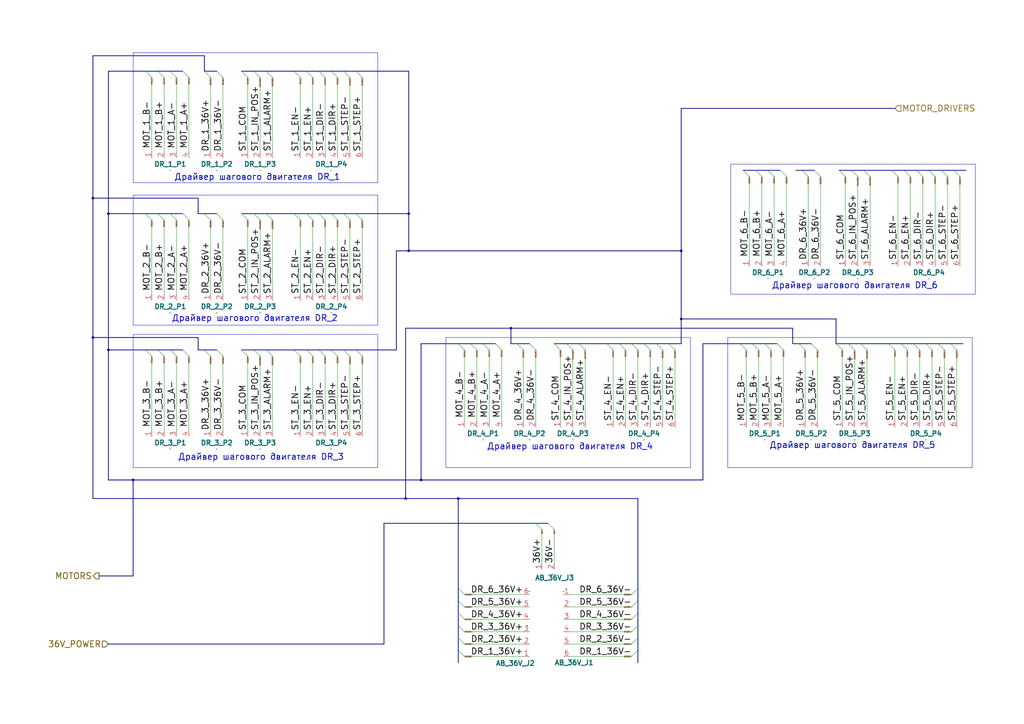
<source format=kicad_sch>
(kicad_sch
	(version 20250114)
	(generator "eeschema")
	(generator_version "9.0")
	(uuid "79904333-a542-46cf-84bf-5c1f911fbad7")
	(paper "A3")
	(lib_symbols
		(symbol "Conn_01x03_(wide)_2"
			(exclude_from_sim no)
			(in_bom yes)
			(on_board yes)
			(property "Reference" "J"
				(at 0 0 0)
				(effects
					(font
						(size 2 2)
					)
				)
			)
			(property "Value" ""
				(at 0 0 0)
				(effects
					(font
						(size 1.27 1.27)
					)
				)
			)
			(property "Footprint" ""
				(at 0 0 0)
				(effects
					(font
						(size 1.27 1.27)
					)
					(hide yes)
				)
			)
			(property "Datasheet" ""
				(at 0 0 0)
				(effects
					(font
						(size 1.27 1.27)
					)
					(hide yes)
				)
			)
			(property "Description" ""
				(at 0 0 0)
				(effects
					(font
						(size 1.27 1.27)
					)
					(hide yes)
				)
			)
			(symbol "Conn_01x03_(wide)_2_1_1"
				(pin input line
					(at -2.54 -5.08 0)
					(length 2.54)
					(name ""
						(effects
							(font
								(size 1.27 1.27)
							)
						)
					)
					(number "1"
						(effects
							(font
								(size 2 2)
							)
						)
					)
				)
				(pin input line
					(at -2.54 -10.16 0)
					(length 2.54)
					(name ""
						(effects
							(font
								(size 1.27 1.27)
							)
						)
					)
					(number "2"
						(effects
							(font
								(size 2 2)
							)
						)
					)
				)
				(pin input line
					(at -2.54 -15.24 0)
					(length 2.54)
					(name ""
						(effects
							(font
								(size 1.27 1.27)
							)
						)
					)
					(number "3"
						(effects
							(font
								(size 2 2)
							)
						)
					)
				)
			)
			(embedded_fonts no)
		)
		(symbol "Conn_01x04_(wide)_1"
			(exclude_from_sim no)
			(in_bom yes)
			(on_board yes)
			(property "Reference" "J"
				(at 0 0 0)
				(effects
					(font
						(size 2 2)
					)
				)
			)
			(property "Value" ""
				(at 0 0 0)
				(effects
					(font
						(size 1.27 1.27)
					)
				)
			)
			(property "Footprint" ""
				(at 0 0 0)
				(effects
					(font
						(size 1.27 1.27)
					)
					(hide yes)
				)
			)
			(property "Datasheet" ""
				(at 0 0 0)
				(effects
					(font
						(size 1.27 1.27)
					)
					(hide yes)
				)
			)
			(property "Description" ""
				(at 0 0 0)
				(effects
					(font
						(size 1.27 1.27)
					)
					(hide yes)
				)
			)
			(symbol "Conn_01x04_(wide)_1_1_1"
				(pin input line
					(at -2.54 -5.08 0)
					(length 2.54)
					(name ""
						(effects
							(font
								(size 1.27 1.27)
							)
						)
					)
					(number "1"
						(effects
							(font
								(size 2 2)
							)
						)
					)
				)
				(pin input line
					(at -2.54 -10.16 0)
					(length 2.54)
					(name ""
						(effects
							(font
								(size 1.27 1.27)
							)
						)
					)
					(number "2"
						(effects
							(font
								(size 2 2)
							)
						)
					)
				)
				(pin input line
					(at -2.54 -15.24 0)
					(length 2.54)
					(name ""
						(effects
							(font
								(size 1.27 1.27)
							)
						)
					)
					(number "3"
						(effects
							(font
								(size 2 2)
							)
						)
					)
				)
				(pin input line
					(at -2.54 -20.32 0)
					(length 2.54)
					(name ""
						(effects
							(font
								(size 1.27 1.27)
							)
						)
					)
					(number "4"
						(effects
							(font
								(size 2 2)
							)
						)
					)
				)
			)
			(embedded_fonts no)
		)
		(symbol "Connector:Conn_01x02_(wide)"
			(exclude_from_sim no)
			(in_bom yes)
			(on_board yes)
			(property "Reference" "J"
				(at 0 0 0)
				(effects
					(font
						(size 2 2)
					)
				)
			)
			(property "Value" ""
				(at 0 0 0)
				(effects
					(font
						(size 1.27 1.27)
					)
				)
			)
			(property "Footprint" ""
				(at 0 0 0)
				(effects
					(font
						(size 1.27 1.27)
					)
					(hide yes)
				)
			)
			(property "Datasheet" ""
				(at 0 0 0)
				(effects
					(font
						(size 1.27 1.27)
					)
					(hide yes)
				)
			)
			(property "Description" ""
				(at 0 0 0)
				(effects
					(font
						(size 1.27 1.27)
					)
					(hide yes)
				)
			)
			(symbol "Conn_01x02_(wide)_1_1"
				(pin input line
					(at -2.54 -5.08 0)
					(length 2.54)
					(name ""
						(effects
							(font
								(size 1.27 1.27)
							)
						)
					)
					(number "1"
						(effects
							(font
								(size 2 2)
							)
						)
					)
				)
				(pin input line
					(at -2.54 -10.16 0)
					(length 2.54)
					(name ""
						(effects
							(font
								(size 1.27 1.27)
							)
						)
					)
					(number "2"
						(effects
							(font
								(size 2 2)
							)
						)
					)
				)
			)
			(embedded_fonts no)
		)
		(symbol "Connector:Conn_01x06_(wide)"
			(exclude_from_sim no)
			(in_bom yes)
			(on_board yes)
			(property "Reference" "J"
				(at 0 0 0)
				(effects
					(font
						(size 2 2)
					)
				)
			)
			(property "Value" ""
				(at 0 0 0)
				(effects
					(font
						(size 1.27 1.27)
					)
				)
			)
			(property "Footprint" ""
				(at 0 0 0)
				(effects
					(font
						(size 1.27 1.27)
					)
					(hide yes)
				)
			)
			(property "Datasheet" ""
				(at 0 0 0)
				(effects
					(font
						(size 1.27 1.27)
					)
					(hide yes)
				)
			)
			(property "Description" ""
				(at 0 0 0)
				(effects
					(font
						(size 1.27 1.27)
					)
					(hide yes)
				)
			)
			(symbol "Conn_01x06_(wide)_1_1"
				(pin input line
					(at -2.54 -5.08 0)
					(length 2.54)
					(name ""
						(effects
							(font
								(size 1.27 1.27)
							)
						)
					)
					(number "1"
						(effects
							(font
								(size 2 2)
							)
						)
					)
				)
				(pin input line
					(at -2.54 -10.16 0)
					(length 2.54)
					(name ""
						(effects
							(font
								(size 1.27 1.27)
							)
						)
					)
					(number "2"
						(effects
							(font
								(size 2 2)
							)
						)
					)
				)
				(pin input line
					(at -2.54 -15.24 0)
					(length 2.54)
					(name ""
						(effects
							(font
								(size 1.27 1.27)
							)
						)
					)
					(number "3"
						(effects
							(font
								(size 2 2)
							)
						)
					)
				)
				(pin input line
					(at -2.54 -20.32 0)
					(length 2.54)
					(name ""
						(effects
							(font
								(size 1.27 1.27)
							)
						)
					)
					(number "4"
						(effects
							(font
								(size 2 2)
							)
						)
					)
				)
				(pin input line
					(at -2.54 -25.4 0)
					(length 2.54)
					(name ""
						(effects
							(font
								(size 1.27 1.27)
							)
						)
					)
					(number "5"
						(effects
							(font
								(size 2 2)
							)
						)
					)
				)
				(pin input line
					(at -2.54 -30.48 0)
					(length 2.54)
					(name ""
						(effects
							(font
								(size 1.27 1.27)
							)
						)
					)
					(number "6"
						(effects
							(font
								(size 2 2)
							)
						)
					)
				)
			)
			(embedded_fonts no)
		)
	)
	(rectangle
		(start 299.72 67.31)
		(end 400.05 120.65)
		(stroke
			(width 0)
			(type default)
		)
		(fill
			(type none)
		)
		(uuid 0e4a0cb1-4546-49bc-8f2c-5e251ff0351a)
	)
	(rectangle
		(start 182.88 138.43)
		(end 283.21 191.77)
		(stroke
			(width 0)
			(type default)
		)
		(fill
			(type none)
		)
		(uuid 84914e56-c969-45e7-866e-dde897cdb9d9)
	)
	(rectangle
		(start 54.61 137.16)
		(end 154.94 191.77)
		(stroke
			(width 0)
			(type default)
		)
		(fill
			(type none)
		)
		(uuid 90bf280c-fcea-4ef3-9e11-01720b8e3484)
	)
	(rectangle
		(start 54.61 80.01)
		(end 154.94 133.35)
		(stroke
			(width 0)
			(type default)
		)
		(fill
			(type none)
		)
		(uuid b1090541-d416-4fc8-8c05-31173b181cab)
	)
	(rectangle
		(start 54.61 21.59)
		(end 154.94 74.93)
		(stroke
			(width 0)
			(type default)
		)
		(fill
			(type none)
		)
		(uuid be68cdb0-c6e7-41fa-b03f-530c7561f990)
	)
	(rectangle
		(start 298.45 138.43)
		(end 398.78 191.77)
		(stroke
			(width 0)
			(type default)
		)
		(fill
			(type none)
		)
		(uuid f0472129-c44a-4f5b-8f4f-28c123ffffda)
	)
	(text "Драйвер шагового двигателя DR_3"
		(exclude_from_sim no)
		(at 72.898 188.976 0)
		(effects
			(font
				(size 2.5 2.5)
				(thickness 0.3125)
			)
			(justify left bottom)
		)
		(uuid "a9f4d68d-e7d9-41a2-ac44-1f618dc92d51")
	)
	(text "Драйвер шагового двигателя DR_6"
		(exclude_from_sim no)
		(at 316.484 118.618 0)
		(effects
			(font
				(size 2.5 2.5)
				(thickness 0.3125)
			)
			(justify left bottom)
		)
		(uuid "bb7dbfd1-381d-460f-bfce-5790f3bc1ff5")
	)
	(text "Драйвер шагового двигателя DR_4"
		(exclude_from_sim no)
		(at 199.644 184.658 0)
		(effects
			(font
				(size 2.5 2.5)
				(thickness 0.3125)
			)
			(justify left bottom)
		)
		(uuid "bcfd3852-5fe7-434c-93a5-e4d06dd5579b")
	)
	(text "Драйвер шагового двигателя DR_2"
		(exclude_from_sim no)
		(at 70.358 132.08 0)
		(effects
			(font
				(size 2.5 2.5)
				(thickness 0.3125)
			)
			(justify left bottom)
		)
		(uuid "ce2b24ff-194f-40c8-98d2-8b85dcc6252c")
	)
	(text "Драйвер шагового двигателя DR_1"
		(exclude_from_sim no)
		(at 71.374 74.168 0)
		(effects
			(font
				(size 2.5 2.5)
				(thickness 0.3125)
			)
			(justify left bottom)
		)
		(uuid "e74f314c-f1d4-47ba-937c-2439ade5baa4")
	)
	(text "Драйвер шагового двигателя DR_5"
		(exclude_from_sim no)
		(at 315.468 184.15 0)
		(effects
			(font
				(size 2.5 2.5)
				(thickness 0.3125)
			)
			(justify left bottom)
		)
		(uuid "fc4badf0-07f5-43dd-b040-705da93bfc15")
	)
	(junction
		(at 44.45 87.63)
		(diameter 0)
		(color 0 0 0 0)
		(uuid "37d70f24-b2aa-4678-912e-61ccf465a00a")
	)
	(junction
		(at 54.61 196.85)
		(diameter 0)
		(color 0 0 0 0)
		(uuid "3bf55e2f-4fcb-4971-a41a-db61bcc5d9d2")
	)
	(junction
		(at 172.72 196.85)
		(diameter 0)
		(color 0 0 0 0)
		(uuid "54ce4458-3907-49ce-a53c-49afd9eae834")
	)
	(junction
		(at 279.4 130.81)
		(diameter 0)
		(color 0 0 0 0)
		(uuid "76470834-d61d-4220-b1d6-5d56425d4bc3")
	)
	(junction
		(at 38.1 81.28)
		(diameter 0)
		(color 0 0 0 0)
		(uuid "838aad50-1d84-40ea-b48f-1c6560fdb693")
	)
	(junction
		(at 167.64 87.63)
		(diameter 0)
		(color 0 0 0 0)
		(uuid "8992ccfd-481b-4131-87d5-be775abdbea5")
	)
	(junction
		(at 187.96 204.47)
		(diameter 0)
		(color 0 0 0 0)
		(uuid "94412468-c452-44e3-a0ac-58ab54ea8445")
	)
	(junction
		(at 209.55 134.62)
		(diameter 0)
		(color 0 0 0 0)
		(uuid "acb14e88-0a8f-450f-919b-8e9dce9514b0")
	)
	(junction
		(at 38.1 138.43)
		(diameter 0)
		(color 0 0 0 0)
		(uuid "bd340a3f-e519-4abc-a036-4927aec4dc02")
	)
	(junction
		(at 44.45 143.51)
		(diameter 0)
		(color 0 0 0 0)
		(uuid "c529040f-8eca-4c4f-a1a8-75cc0266f2cf")
	)
	(junction
		(at 166.37 204.47)
		(diameter 0)
		(color 0 0 0 0)
		(uuid "d281bec6-193b-411d-9da8-b6cfadd2c826")
	)
	(junction
		(at 167.64 102.87)
		(diameter 0)
		(color 0 0 0 0)
		(uuid "e33d5fcb-c8c1-4d67-ada7-babfd1e836f9")
	)
	(junction
		(at 279.4 102.87)
		(diameter 0)
		(color 0 0 0 0)
		(uuid "f9e8fc13-bb4a-4eff-acb6-21061a66f2a3")
	)
	(bus_entry
		(at 274.32 140.97)
		(size 2.54 2.54)
		(stroke
			(width 0)
			(type default)
		)
		(uuid "000b1ce7-a91b-4763-81e0-26d8faa82af9")
	)
	(bus_entry
		(at 364.49 140.97)
		(size 2.54 2.54)
		(stroke
			(width 0)
			(type default)
		)
		(uuid "0106dd40-797f-423d-8eb1-92e9b6a4d3ba")
	)
	(bus_entry
		(at 140.97 29.21)
		(size 2.54 2.54)
		(stroke
			(width 0)
			(type default)
		)
		(uuid "0645d1bc-01e9-490a-9e0b-999f193e849a")
	)
	(bus_entry
		(at 125.73 143.51)
		(size 2.54 2.54)
		(stroke
			(width 0)
			(type default)
		)
		(uuid "0d80e797-8ae0-4afe-955c-4d562bd39f91")
	)
	(bus_entry
		(at 342.9 140.97)
		(size 2.54 2.54)
		(stroke
			(width 0)
			(type default)
		)
		(uuid "0f23dfa2-304d-44b9-ae12-79bed5939c93")
	)
	(bus_entry
		(at 259.08 264.16)
		(size 2.54 -2.54)
		(stroke
			(width 0)
			(type default)
		)
		(uuid "138ff4b5-d245-458a-9308-c58d0a77d466")
	)
	(bus_entry
		(at 146.05 87.63)
		(size 2.54 2.54)
		(stroke
			(width 0)
			(type default)
		)
		(uuid "1455307e-36fa-4027-aa95-50ae0f39c523")
	)
	(bus_entry
		(at 309.88 69.85)
		(size 2.54 2.54)
		(stroke
			(width 0)
			(type default)
		)
		(uuid "16e7d6be-f54a-4789-869a-423cfd841b8b")
	)
	(bus_entry
		(at 99.06 29.21)
		(size 2.54 2.54)
		(stroke
			(width 0)
			(type default)
		)
		(uuid "17723860-9dc0-4b5a-be23-c21e33d940b3")
	)
	(bus_entry
		(at 83.82 143.51)
		(size 2.54 2.54)
		(stroke
			(width 0)
			(type default)
		)
		(uuid "1ad641fb-d829-4647-a347-254a78f3f031")
	)
	(bus_entry
		(at 135.89 29.21)
		(size 2.54 2.54)
		(stroke
			(width 0)
			(type default)
		)
		(uuid "1bb1ebc7-f78c-4cd5-ae55-721d7744d90c")
	)
	(bus_entry
		(at 304.8 69.85)
		(size 2.54 2.54)
		(stroke
			(width 0)
			(type default)
		)
		(uuid "1db0997c-ab63-4807-95cd-528bcdb58f3f")
	)
	(bus_entry
		(at 328.93 69.85)
		(size 2.54 2.54)
		(stroke
			(width 0)
			(type default)
		)
		(uuid "1de8500a-5d32-4827-913b-fba98080aed2")
	)
	(bus_entry
		(at 227.33 140.97)
		(size 2.54 2.54)
		(stroke
			(width 0)
			(type default)
		)
		(uuid "23eced8d-721b-42de-a23a-097fdea7ec54")
	)
	(bus_entry
		(at 104.14 87.63)
		(size 2.54 2.54)
		(stroke
			(width 0)
			(type default)
		)
		(uuid "257dfd25-6a22-40ed-94dd-5b4fda7056a2")
	)
	(bus_entry
		(at 389.89 140.97)
		(size 2.54 2.54)
		(stroke
			(width 0)
			(type default)
		)
		(uuid "32dc6b05-1b78-4b25-ada5-88d0d6cdcde5")
	)
	(bus_entry
		(at 130.81 143.51)
		(size 2.54 2.54)
		(stroke
			(width 0)
			(type default)
		)
		(uuid "353ec9d0-4e15-4ba9-9142-0bdd8c96dbc5")
	)
	(bus_entry
		(at 237.49 140.97)
		(size 2.54 2.54)
		(stroke
			(width 0)
			(type default)
		)
		(uuid "35792b4f-3349-49b9-b49e-4a3b870aee88")
	)
	(bus_entry
		(at 248.92 140.97)
		(size 2.54 2.54)
		(stroke
			(width 0)
			(type default)
		)
		(uuid "4751fb0e-eba6-473e-878e-94c5f84efbd8")
	)
	(bus_entry
		(at 332.74 140.97)
		(size 2.54 2.54)
		(stroke
			(width 0)
			(type default)
		)
		(uuid "48627839-400c-4526-aafb-80611765ef50")
	)
	(bus_entry
		(at 146.05 29.21)
		(size 2.54 2.54)
		(stroke
			(width 0)
			(type default)
		)
		(uuid "4b72c945-818a-4d41-8f0b-5009537ee30b")
	)
	(bus_entry
		(at 353.06 140.97)
		(size 2.54 2.54)
		(stroke
			(width 0)
			(type default)
		)
		(uuid "4bf6a574-4606-4ac1-a3d8-e419a36ec332")
	)
	(bus_entry
		(at 120.65 87.63)
		(size 2.54 2.54)
		(stroke
			(width 0)
			(type default)
		)
		(uuid "4cd5bcfd-a552-4136-a238-50cd7aa7fc94")
	)
	(bus_entry
		(at 259.08 140.97)
		(size 2.54 2.54)
		(stroke
			(width 0)
			(type default)
		)
		(uuid "51630a2b-6b9a-46b7-a70e-403d06e60962")
	)
	(bus_entry
		(at 59.69 143.51)
		(size 2.54 2.54)
		(stroke
			(width 0)
			(type default)
		)
		(uuid "525fd761-3141-42ed-95c6-ae1381147932")
	)
	(bus_entry
		(at 318.77 140.97)
		(size 2.54 2.54)
		(stroke
			(width 0)
			(type default)
		)
		(uuid "55903740-2584-4837-befb-7789a0b5f437")
	)
	(bus_entry
		(at 120.65 143.51)
		(size 2.54 2.54)
		(stroke
			(width 0)
			(type default)
		)
		(uuid "5b2aac31-72af-4ca8-bfab-1102258ca2a0")
	)
	(bus_entry
		(at 259.08 248.92)
		(size 2.54 -2.54)
		(stroke
			(width 0)
			(type default)
		)
		(uuid "5b59c82e-f90d-40ed-a672-56aec820bbae")
	)
	(bus_entry
		(at 187.96 140.97)
		(size 2.54 2.54)
		(stroke
			(width 0)
			(type default)
		)
		(uuid "5c4a8e7d-cdb6-40ce-96b9-001f270f9ee1")
	)
	(bus_entry
		(at 354.33 69.85)
		(size 2.54 2.54)
		(stroke
			(width 0)
			(type default)
		)
		(uuid "5cdb7f02-7d16-4511-8021-11bcb91066da")
	)
	(bus_entry
		(at 344.17 69.85)
		(size 2.54 2.54)
		(stroke
			(width 0)
			(type default)
		)
		(uuid "5dba97a2-b335-4caf-8a10-24ee1ec1b3a2")
	)
	(bus_entry
		(at 104.14 29.21)
		(size 2.54 2.54)
		(stroke
			(width 0)
			(type default)
		)
		(uuid "5ea082d7-7886-4eb3-9ff6-f44360637e16")
	)
	(bus_entry
		(at 135.89 87.63)
		(size 2.54 2.54)
		(stroke
			(width 0)
			(type default)
		)
		(uuid "5f577e2b-a90e-4479-8d41-e16428a26a57")
	)
	(bus_entry
		(at 83.82 87.63)
		(size 2.54 2.54)
		(stroke
			(width 0)
			(type default)
		)
		(uuid "613766ae-83b8-4d5a-b4a2-acca6ad418f3")
	)
	(bus_entry
		(at 314.96 69.85)
		(size 2.54 2.54)
		(stroke
			(width 0)
			(type default)
		)
		(uuid "6314ac0e-fa68-48e3-af1a-42e28b71f168")
	)
	(bus_entry
		(at 269.24 140.97)
		(size 2.54 2.54)
		(stroke
			(width 0)
			(type default)
		)
		(uuid "63972d3f-5fdb-4015-8527-6d9a18604609")
	)
	(bus_entry
		(at 140.97 87.63)
		(size 2.54 2.54)
		(stroke
			(width 0)
			(type default)
		)
		(uuid "6397cce8-c193-428c-940a-90cd5c46b9ac")
	)
	(bus_entry
		(at 203.2 140.97)
		(size 2.54 2.54)
		(stroke
			(width 0)
			(type default)
		)
		(uuid "63dc8a0e-84a7-4aa0-a1e9-77acc569e1dc")
	)
	(bus_entry
		(at 384.81 140.97)
		(size 2.54 2.54)
		(stroke
			(width 0)
			(type default)
		)
		(uuid "6d06be28-f380-40db-838c-734211dbbe8a")
	)
	(bus_entry
		(at 130.81 87.63)
		(size 2.54 2.54)
		(stroke
			(width 0)
			(type default)
		)
		(uuid "6ed54a16-7696-408e-af4c-6b8dbc2da881")
	)
	(bus_entry
		(at 320.04 69.85)
		(size 2.54 2.54)
		(stroke
			(width 0)
			(type default)
		)
		(uuid "6fac82a2-bd5b-40cd-a485-9d5ccdbe2611")
	)
	(bus_entry
		(at 109.22 29.21)
		(size 2.54 2.54)
		(stroke
			(width 0)
			(type default)
		)
		(uuid "72b2948c-4854-4b7f-8c64-47c1fb42f619")
	)
	(bus_entry
		(at 365.76 69.85)
		(size 2.54 2.54)
		(stroke
			(width 0)
			(type default)
		)
		(uuid "74e4f9e9-b433-43d5-99ad-1b9fb87a6796")
	)
	(bus_entry
		(at 219.71 214.63)
		(size 2.54 2.54)
		(stroke
			(width 0)
			(type default)
		)
		(uuid "74e6aff7-9b88-4a19-b95c-5e68012e69b4")
	)
	(bus_entry
		(at 187.96 256.54)
		(size 2.54 2.54)
		(stroke
			(width 0)
			(type default)
		)
		(uuid "7548b3c4-627b-4da9-816c-bf1f752b427f")
	)
	(bus_entry
		(at 69.85 29.21)
		(size 2.54 2.54)
		(stroke
			(width 0)
			(type default)
		)
		(uuid "767dc8be-da95-4d09-aeae-9fc73ce755c1")
	)
	(bus_entry
		(at 370.84 69.85)
		(size 2.54 2.54)
		(stroke
			(width 0)
			(type default)
		)
		(uuid "76ce6f1f-7a79-4cb0-916d-85e41305c40f")
	)
	(bus_entry
		(at 74.93 143.51)
		(size 2.54 2.54)
		(stroke
			(width 0)
			(type default)
		)
		(uuid "7a066fdb-e7d8-4683-9a64-c60aeba141a2")
	)
	(bus_entry
		(at 64.77 87.63)
		(size 2.54 2.54)
		(stroke
			(width 0)
			(type default)
		)
		(uuid "7abf2b58-b42b-4fb6-9581-37ce6c667192")
	)
	(bus_entry
		(at 109.22 143.51)
		(size 2.54 2.54)
		(stroke
			(width 0)
			(type default)
		)
		(uuid "7acdf769-2d4c-44f4-b273-cbbd11483f8e")
	)
	(bus_entry
		(at 217.17 140.97)
		(size 2.54 2.54)
		(stroke
			(width 0)
			(type default)
		)
		(uuid "86f20819-54a8-4d51-98a5-30f2c6bbed34")
	)
	(bus_entry
		(at 347.98 140.97)
		(size 2.54 2.54)
		(stroke
			(width 0)
			(type default)
		)
		(uuid "89945b46-a0eb-4bab-9e8b-ccb1413f35a8")
	)
	(bus_entry
		(at 125.73 87.63)
		(size 2.54 2.54)
		(stroke
			(width 0)
			(type default)
		)
		(uuid "8bba7fb9-6976-4594-b8b1-8e242b8bebc6")
	)
	(bus_entry
		(at 187.96 246.38)
		(size 2.54 2.54)
		(stroke
			(width 0)
			(type default)
		)
		(uuid "8cb1c6ad-c7d6-4425-b860-015b684a167e")
	)
	(bus_entry
		(at 386.08 69.85)
		(size 2.54 2.54)
		(stroke
			(width 0)
			(type default)
		)
		(uuid "8ece0314-00c8-47fc-9c06-fc75622be356")
	)
	(bus_entry
		(at 327.66 140.97)
		(size 2.54 2.54)
		(stroke
			(width 0)
			(type default)
		)
		(uuid "8f0f9a19-c37a-4a13-b39c-1a9d0776f7db")
	)
	(bus_entry
		(at 212.09 140.97)
		(size 2.54 2.54)
		(stroke
			(width 0)
			(type default)
		)
		(uuid "91312006-1f4e-42f9-be20-049d5e4d5bb3")
	)
	(bus_entry
		(at 308.61 140.97)
		(size 2.54 2.54)
		(stroke
			(width 0)
			(type default)
		)
		(uuid "92d98ea9-1386-4b09-aebb-1eab168c5f4a")
	)
	(bus_entry
		(at 374.65 140.97)
		(size 2.54 2.54)
		(stroke
			(width 0)
			(type default)
		)
		(uuid "94616c0f-126c-410f-95b1-a3502b81a49d")
	)
	(bus_entry
		(at 135.89 143.51)
		(size 2.54 2.54)
		(stroke
			(width 0)
			(type default)
		)
		(uuid "949824b8-38c8-4658-9232-b65bd3d26520")
	)
	(bus_entry
		(at 74.93 87.63)
		(size 2.54 2.54)
		(stroke
			(width 0)
			(type default)
		)
		(uuid "96a12add-297a-43a2-9237-dfd664133f06")
	)
	(bus_entry
		(at 59.69 29.21)
		(size 2.54 2.54)
		(stroke
			(width 0)
			(type default)
		)
		(uuid "99d71896-b1d1-479e-a440-07c0cdfc90b2")
	)
	(bus_entry
		(at 187.96 241.3)
		(size 2.54 2.54)
		(stroke
			(width 0)
			(type default)
		)
		(uuid "9a3a41d4-a899-45f2-90f4-b411b518b73a")
	)
	(bus_entry
		(at 88.9 29.21)
		(size 2.54 2.54)
		(stroke
			(width 0)
			(type default)
		)
		(uuid "9ac8a6b8-0f33-46a4-805b-746c5494f84f")
	)
	(bus_entry
		(at 74.93 29.21)
		(size 2.54 2.54)
		(stroke
			(width 0)
			(type default)
		)
		(uuid "a07b371a-ff8c-444d-895c-872918c5ba69")
	)
	(bus_entry
		(at 224.79 214.63)
		(size 2.54 2.54)
		(stroke
			(width 0)
			(type default)
		)
		(uuid "a34d3a0f-2833-425f-8de1-758eb87c429e")
	)
	(bus_entry
		(at 130.81 29.21)
		(size 2.54 2.54)
		(stroke
			(width 0)
			(type default)
		)
		(uuid "a3ccb536-4c4b-4824-9656-6774c33793cf")
	)
	(bus_entry
		(at 88.9 87.63)
		(size 2.54 2.54)
		(stroke
			(width 0)
			(type default)
		)
		(uuid "a42719bb-edaf-4fcc-bb7d-8c8b665e9bdc")
	)
	(bus_entry
		(at 313.69 140.97)
		(size 2.54 2.54)
		(stroke
			(width 0)
			(type default)
		)
		(uuid "a472c68a-0014-458e-9b7b-60d5f3b2d478")
	)
	(bus_entry
		(at 187.96 261.62)
		(size 2.54 2.54)
		(stroke
			(width 0)
			(type default)
		)
		(uuid "a4a7ce54-3944-4884-8481-90ae4cfb151d")
	)
	(bus_entry
		(at 187.96 251.46)
		(size 2.54 2.54)
		(stroke
			(width 0)
			(type default)
		)
		(uuid "a74ccb85-c59f-43a5-976f-cb556bd12243")
	)
	(bus_entry
		(at 381 69.85)
		(size 2.54 2.54)
		(stroke
			(width 0)
			(type default)
		)
		(uuid "a95dd55e-d67a-49c4-a270-dcfce90578e5")
	)
	(bus_entry
		(at 64.77 29.21)
		(size 2.54 2.54)
		(stroke
			(width 0)
			(type default)
		)
		(uuid "a9a379dc-bad9-4002-a3e6-f0f133df7689")
	)
	(bus_entry
		(at 391.16 69.85)
		(size 2.54 2.54)
		(stroke
			(width 0)
			(type default)
		)
		(uuid "ab0c7250-802b-4eb9-9a15-7b66717c86a3")
	)
	(bus_entry
		(at 264.16 140.97)
		(size 2.54 2.54)
		(stroke
			(width 0)
			(type default)
		)
		(uuid "ad970dd0-2b14-42fb-a8aa-6639cb5426a4")
	)
	(bus_entry
		(at 259.08 259.08)
		(size 2.54 -2.54)
		(stroke
			(width 0)
			(type default)
		)
		(uuid "b1500261-5d9a-44c3-8618-e5b25f1ca0d3")
	)
	(bus_entry
		(at 259.08 254)
		(size 2.54 -2.54)
		(stroke
			(width 0)
			(type default)
		)
		(uuid "b2a508d1-ba5a-4547-b8d6-4d2de1f251ba")
	)
	(bus_entry
		(at 193.04 140.97)
		(size 2.54 2.54)
		(stroke
			(width 0)
			(type default)
		)
		(uuid "b3fa707b-cd1f-496b-b958-b49992937220")
	)
	(bus_entry
		(at 259.08 243.84)
		(size 2.54 -2.54)
		(stroke
			(width 0)
			(type default)
		)
		(uuid "b5cd7e3a-fecf-4f0b-a11e-f0bbb4681013")
	)
	(bus_entry
		(at 69.85 87.63)
		(size 2.54 2.54)
		(stroke
			(width 0)
			(type default)
		)
		(uuid "b693091e-f0b2-4633-9b5c-5df7d89a42bf")
	)
	(bus_entry
		(at 125.73 29.21)
		(size 2.54 2.54)
		(stroke
			(width 0)
			(type default)
		)
		(uuid "b901d3fe-7494-45e5-a4c9-093c7c6c746d")
	)
	(bus_entry
		(at 187.96 266.7)
		(size 2.54 2.54)
		(stroke
			(width 0)
			(type default)
		)
		(uuid "b9601ffa-9302-41be-9594-f564733d4b1d")
	)
	(bus_entry
		(at 232.41 140.97)
		(size 2.54 2.54)
		(stroke
			(width 0)
			(type default)
		)
		(uuid "bda70864-6b5b-4216-90c4-8eaa5df565a1")
	)
	(bus_entry
		(at 375.92 69.85)
		(size 2.54 2.54)
		(stroke
			(width 0)
			(type default)
		)
		(uuid "c217fcf2-75f8-438f-9651-1b24a074a9de")
	)
	(bus_entry
		(at 88.9 143.51)
		(size 2.54 2.54)
		(stroke
			(width 0)
			(type default)
		)
		(uuid "ca38fc6e-8ecd-47bd-9e3a-972be282be57")
	)
	(bus_entry
		(at 198.12 140.97)
		(size 2.54 2.54)
		(stroke
			(width 0)
			(type default)
		)
		(uuid "cd13d655-e32f-4992-81b4-dddb954d0a6b")
	)
	(bus_entry
		(at 59.69 87.63)
		(size 2.54 2.54)
		(stroke
			(width 0)
			(type default)
		)
		(uuid "cec057f1-89ad-43a3-a05c-3d8876c972c0")
	)
	(bus_entry
		(at 303.53 140.97)
		(size 2.54 2.54)
		(stroke
			(width 0)
			(type default)
		)
		(uuid "d2196566-a1eb-43c5-8c63-ea805d64fc31")
	)
	(bus_entry
		(at 259.08 269.24)
		(size 2.54 -2.54)
		(stroke
			(width 0)
			(type default)
		)
		(uuid "d991df7c-92b4-47c0-a9b5-dd6d5f51b68f")
	)
	(bus_entry
		(at 379.73 140.97)
		(size 2.54 2.54)
		(stroke
			(width 0)
			(type default)
		)
		(uuid "d9aa902d-e0c5-4943-abf9-5dc84f45c139")
	)
	(bus_entry
		(at 109.22 87.63)
		(size 2.54 2.54)
		(stroke
			(width 0)
			(type default)
		)
		(uuid "d9d2c7c5-ea4e-49b3-8960-64fb20773cde")
	)
	(bus_entry
		(at 64.77 143.51)
		(size 2.54 2.54)
		(stroke
			(width 0)
			(type default)
		)
		(uuid "d9d65455-5b03-4c04-96b0-efb0873fff73")
	)
	(bus_entry
		(at 140.97 143.51)
		(size 2.54 2.54)
		(stroke
			(width 0)
			(type default)
		)
		(uuid "db203626-fb54-4cba-9c34-2572a594c06f")
	)
	(bus_entry
		(at 369.57 140.97)
		(size 2.54 2.54)
		(stroke
			(width 0)
			(type default)
		)
		(uuid "dcd20fdd-5b7e-4548-bb4a-56c239694711")
	)
	(bus_entry
		(at 146.05 143.51)
		(size 2.54 2.54)
		(stroke
			(width 0)
			(type default)
		)
		(uuid "e264135c-1e7f-4416-bb9e-b2844274e5c6")
	)
	(bus_entry
		(at 334.01 69.85)
		(size 2.54 2.54)
		(stroke
			(width 0)
			(type default)
		)
		(uuid "e52682e7-effb-40c3-9481-8d04b0226920")
	)
	(bus_entry
		(at 120.65 29.21)
		(size 2.54 2.54)
		(stroke
			(width 0)
			(type default)
		)
		(uuid "e770a4ec-fbda-41c1-a0a3-a4facfd609ba")
	)
	(bus_entry
		(at 254 140.97)
		(size 2.54 2.54)
		(stroke
			(width 0)
			(type default)
		)
		(uuid "e7f64269-ffc6-45fa-bd93-5a29be7d7a37")
	)
	(bus_entry
		(at 99.06 143.51)
		(size 2.54 2.54)
		(stroke
			(width 0)
			(type default)
		)
		(uuid "ed0cdc8f-9199-4a79-a23f-94bacd76fa50")
	)
	(bus_entry
		(at 104.14 143.51)
		(size 2.54 2.54)
		(stroke
			(width 0)
			(type default)
		)
		(uuid "ee3bbeeb-6b00-4d35-a73a-243eba26ded6")
	)
	(bus_entry
		(at 83.82 29.21)
		(size 2.54 2.54)
		(stroke
			(width 0)
			(type default)
		)
		(uuid "ef687a0a-e14a-4472-9ef9-15303b5b055d")
	)
	(bus_entry
		(at 349.25 69.85)
		(size 2.54 2.54)
		(stroke
			(width 0)
			(type default)
		)
		(uuid "f140106b-26af-4293-a972-a82eb519cf0e")
	)
	(bus_entry
		(at 99.06 87.63)
		(size 2.54 2.54)
		(stroke
			(width 0)
			(type default)
		)
		(uuid "fe3678a3-05b3-4961-9e60-6d90742ce2be")
	)
	(bus_entry
		(at 69.85 143.51)
		(size 2.54 2.54)
		(stroke
			(width 0)
			(type default)
		)
		(uuid "fffd2c4d-231c-4f50-870e-d74295f42aeb")
	)
	(wire
		(pts
			(xy 233.68 254) (xy 259.08 254)
		)
		(stroke
			(width 0)
			(type default)
		)
		(uuid "028c4a06-0f81-4008-9b08-88e7ae6d0684")
	)
	(wire
		(pts
			(xy 195.58 143.51) (xy 195.58 172.72)
		)
		(stroke
			(width 0)
			(type default)
		)
		(uuid "02988fe6-403e-4cd7-8ca1-ce0efb454510")
	)
	(wire
		(pts
			(xy 367.03 143.51) (xy 367.03 172.72)
		)
		(stroke
			(width 0)
			(type default)
		)
		(uuid "04325d53-023b-4c5d-9769-8f68dbfa5fab")
	)
	(bus
		(pts
			(xy 389.89 140.97) (xy 394.97 140.97)
		)
		(stroke
			(width 0)
			(type default)
		)
		(uuid "04a319f0-aa9e-41e2-a1cb-181220c3c476")
	)
	(wire
		(pts
			(xy 233.68 243.84) (xy 259.08 243.84)
		)
		(stroke
			(width 0)
			(type default)
		)
		(uuid "04bffbc8-fb6c-4085-937e-5e0af759860d")
	)
	(wire
		(pts
			(xy 393.7 72.39) (xy 393.7 106.68)
		)
		(stroke
			(width 0)
			(type default)
		)
		(uuid "0864688a-719e-4752-8d81-1b84cf131631")
	)
	(wire
		(pts
			(xy 148.59 90.17) (xy 148.59 120.65)
		)
		(stroke
			(width 0)
			(type default)
		)
		(uuid "08d0943c-6451-419e-8236-c1d6dbb67504")
	)
	(wire
		(pts
			(xy 190.5 259.08) (xy 214.63 259.08)
		)
		(stroke
			(width 0)
			(type default)
		)
		(uuid "08e9a5c2-9520-4b3b-a5ed-6e990512d6b9")
	)
	(bus
		(pts
			(xy 44.45 196.85) (xy 54.61 196.85)
		)
		(stroke
			(width 0)
			(type default)
		)
		(uuid "09785911-9734-4be6-9d07-936119585fcc")
	)
	(wire
		(pts
			(xy 233.68 269.24) (xy 259.08 269.24)
		)
		(stroke
			(width 0)
			(type default)
		)
		(uuid "0b2b45b7-233c-46e7-bfa7-7244a246e235")
	)
	(wire
		(pts
			(xy 72.39 120.65) (xy 72.39 90.17)
		)
		(stroke
			(width 0)
			(type default)
		)
		(uuid "0c3d4bd5-f4d2-4f41-bff9-6f436b392a8b")
	)
	(bus
		(pts
			(xy 261.62 261.62) (xy 261.62 266.7)
		)
		(stroke
			(width 0)
			(type default)
		)
		(uuid "0d098e14-84de-4181-8eea-d8db7649a47e")
	)
	(wire
		(pts
			(xy 229.87 143.51) (xy 229.87 172.72)
		)
		(stroke
			(width 0)
			(type default)
		)
		(uuid "0d3c14d1-1571-4cc4-9de0-4e273aec12bf")
	)
	(bus
		(pts
			(xy 83.82 22.86) (xy 38.1 22.86)
		)
		(stroke
			(width 0)
			(type default)
		)
		(uuid "0d4cbd48-de1f-463d-a03b-c75b9e3ec591")
	)
	(wire
		(pts
			(xy 128.27 146.05) (xy 128.27 176.53)
		)
		(stroke
			(width 0)
			(type default)
		)
		(uuid "0d857c30-7958-4258-8837-71ea95f66592")
	)
	(bus
		(pts
			(xy 327.66 140.97) (xy 325.12 140.97)
		)
		(stroke
			(width 0)
			(type default)
		)
		(uuid "0ef4fa1a-0256-46b6-a3b4-21513ee5710b")
	)
	(bus
		(pts
			(xy 325.12 134.62) (xy 209.55 134.62)
		)
		(stroke
			(width 0)
			(type default)
		)
		(uuid "0eff1582-08d9-4a33-8914-73358548af7f")
	)
	(wire
		(pts
			(xy 321.31 143.51) (xy 321.31 172.72)
		)
		(stroke
			(width 0)
			(type default)
		)
		(uuid "0f8e0a69-de23-4ad7-add3-8cc20f765c78")
	)
	(wire
		(pts
			(xy 111.76 31.75) (xy 111.76 62.23)
		)
		(stroke
			(width 0)
			(type default)
		)
		(uuid "0f91e413-839d-4a49-bbb6-1b0579f1638d")
	)
	(bus
		(pts
			(xy 140.97 87.63) (xy 146.05 87.63)
		)
		(stroke
			(width 0)
			(type default)
		)
		(uuid "10351c06-0fda-4570-bae4-5024091e841f")
	)
	(wire
		(pts
			(xy 355.6 143.51) (xy 355.6 172.72)
		)
		(stroke
			(width 0)
			(type default)
		)
		(uuid "106fa321-d6d2-4bbe-8697-33f217e65eda")
	)
	(bus
		(pts
			(xy 64.77 29.21) (xy 69.85 29.21)
		)
		(stroke
			(width 0)
			(type default)
		)
		(uuid "10df92d4-3c27-473b-ad02-655f5f590a0b")
	)
	(wire
		(pts
			(xy 106.68 146.05) (xy 106.68 176.53)
		)
		(stroke
			(width 0)
			(type default)
		)
		(uuid "1160bc73-dbc6-4920-b9d4-3568c5f7db13")
	)
	(wire
		(pts
			(xy 222.25 217.17) (xy 222.25 231.14)
		)
		(stroke
			(width 0)
			(type default)
		)
		(uuid "1277c5f0-56d1-43eb-90b5-df62f6911d6c")
	)
	(bus
		(pts
			(xy 146.05 87.63) (xy 167.64 87.63)
		)
		(stroke
			(width 0)
			(type default)
		)
		(uuid "13479787-fab4-41b3-87e9-d32e53e7a65f")
	)
	(wire
		(pts
			(xy 266.7 143.51) (xy 266.7 172.72)
		)
		(stroke
			(width 0)
			(type default)
		)
		(uuid "1422f8d9-c204-4c3d-982f-d4f307687167")
	)
	(bus
		(pts
			(xy 325.12 140.97) (xy 325.12 134.62)
		)
		(stroke
			(width 0)
			(type default)
		)
		(uuid "1453fffa-a3c0-42d7-876a-3fd50f34a967")
	)
	(bus
		(pts
			(xy 328.93 69.85) (xy 326.39 69.85)
		)
		(stroke
			(width 0)
			(type default)
		)
		(uuid "14c9d80b-95a8-4f63-9572-0e8a9a172889")
	)
	(wire
		(pts
			(xy 382.27 143.51) (xy 382.27 172.72)
		)
		(stroke
			(width 0)
			(type default)
		)
		(uuid "14d10463-1fe8-472b-ab21-a244229c3dbb")
	)
	(wire
		(pts
			(xy 234.95 143.51) (xy 234.95 172.72)
		)
		(stroke
			(width 0)
			(type default)
		)
		(uuid "14ecf05b-ab88-44b2-bbab-97619b0cd53f")
	)
	(wire
		(pts
			(xy 233.68 248.92) (xy 259.08 248.92)
		)
		(stroke
			(width 0)
			(type default)
		)
		(uuid "154d18f0-0fc1-4991-b2b1-387fee9317fb")
	)
	(wire
		(pts
			(xy 143.51 90.17) (xy 143.51 120.65)
		)
		(stroke
			(width 0)
			(type default)
		)
		(uuid "18e7e7d1-163c-4504-8fce-33466df91698")
	)
	(wire
		(pts
			(xy 271.78 143.51) (xy 271.78 172.72)
		)
		(stroke
			(width 0)
			(type default)
		)
		(uuid "194a1299-bfa7-4d4e-8ad5-243977861d96")
	)
	(wire
		(pts
			(xy 86.36 31.75) (xy 86.36 62.23)
		)
		(stroke
			(width 0)
			(type default)
		)
		(uuid "1a112fc5-008e-4cc3-9f0b-403b87ae6cb1")
	)
	(wire
		(pts
			(xy 101.6 31.75) (xy 101.6 62.23)
		)
		(stroke
			(width 0)
			(type default)
		)
		(uuid "1bb0bafb-c291-447a-aa3a-60146bee5787")
	)
	(wire
		(pts
			(xy 331.47 72.39) (xy 331.47 106.68)
		)
		(stroke
			(width 0)
			(type default)
		)
		(uuid "1bd44b55-096c-4a27-9f14-4a647f417198")
	)
	(bus
		(pts
			(xy 187.96 261.62) (xy 187.96 266.7)
		)
		(stroke
			(width 0)
			(type default)
		)
		(uuid "1c088ca5-258c-4c42-8f9e-0c2d08842c10")
	)
	(wire
		(pts
			(xy 330.2 143.51) (xy 330.2 172.72)
		)
		(stroke
			(width 0)
			(type default)
		)
		(uuid "1ce58063-319f-449f-878f-8f6398ad5255")
	)
	(bus
		(pts
			(xy 54.61 236.22) (xy 54.61 196.85)
		)
		(stroke
			(width 0)
			(type default)
		)
		(uuid "1e39509f-b6cd-48ea-9b93-57d9f45cbad8")
	)
	(wire
		(pts
			(xy 383.54 72.39) (xy 383.54 106.68)
		)
		(stroke
			(width 0)
			(type default)
		)
		(uuid "20304c80-5145-490f-b9f6-6200b4c940fa")
	)
	(bus
		(pts
			(xy 328.93 69.85) (xy 334.01 69.85)
		)
		(stroke
			(width 0)
			(type default)
		)
		(uuid "211da0f3-4280-43b9-b45b-7ac375214b41")
	)
	(bus
		(pts
			(xy 354.33 69.85) (xy 365.76 69.85)
		)
		(stroke
			(width 0)
			(type default)
		)
		(uuid "2147fe35-56d8-4ae4-92ca-264d142ba18a")
	)
	(bus
		(pts
			(xy 367.03 44.45) (xy 279.4 44.45)
		)
		(stroke
			(width 0)
			(type default)
		)
		(uuid "2186d0a7-3d5a-447a-8ea5-b96efd94365b")
	)
	(bus
		(pts
			(xy 384.81 140.97) (xy 389.89 140.97)
		)
		(stroke
			(width 0)
			(type default)
		)
		(uuid "2274dc0a-56ca-4381-a834-b41e645721e8")
	)
	(wire
		(pts
			(xy 378.46 72.39) (xy 378.46 106.68)
		)
		(stroke
			(width 0)
			(type default)
		)
		(uuid "22fc57e7-a58d-479b-ba0e-0791d8fc6fd7")
	)
	(wire
		(pts
			(xy 373.38 72.39) (xy 373.38 106.68)
		)
		(stroke
			(width 0)
			(type default)
		)
		(uuid "242ab49c-b757-4260-ae6a-4ba30818cf37")
	)
	(bus
		(pts
			(xy 146.05 29.21) (xy 167.64 29.21)
		)
		(stroke
			(width 0)
			(type default)
		)
		(uuid "248fe04a-526d-4151-977d-8a634a781805")
	)
	(wire
		(pts
			(xy 351.79 72.39) (xy 351.79 106.68)
		)
		(stroke
			(width 0)
			(type default)
		)
		(uuid "259c7c54-1b6d-4256-bc58-dd635ce442ba")
	)
	(bus
		(pts
			(xy 104.14 29.21) (xy 109.22 29.21)
		)
		(stroke
			(width 0)
			(type default)
		)
		(uuid "268ef826-9e65-406c-932a-7a51821e8020")
	)
	(bus
		(pts
			(xy 187.96 266.7) (xy 187.96 271.78)
		)
		(stroke
			(width 0)
			(type default)
		)
		(uuid "271041ec-ec8e-473f-b6ed-075927a64987")
	)
	(wire
		(pts
			(xy 190.5 264.16) (xy 214.63 264.16)
		)
		(stroke
			(width 0)
			(type default)
		)
		(uuid "2760325e-8ecf-40b0-a412-3f05bcb5de31")
	)
	(bus
		(pts
			(xy 187.96 204.47) (xy 187.96 241.3)
		)
		(stroke
			(width 0)
			(type default)
		)
		(uuid "282e83e0-b3b7-4efe-b288-0eeac2c16656")
	)
	(bus
		(pts
			(xy 370.84 69.85) (xy 375.92 69.85)
		)
		(stroke
			(width 0)
			(type default)
		)
		(uuid "297508b4-24e0-4c70-adad-12d02757d98b")
	)
	(wire
		(pts
			(xy 86.36 90.17) (xy 86.36 120.65)
		)
		(stroke
			(width 0)
			(type default)
		)
		(uuid "29be5f49-bdb3-461f-a31b-0eb49516f761")
	)
	(bus
		(pts
			(xy 157.48 214.63) (xy 219.71 214.63)
		)
		(stroke
			(width 0)
			(type default)
		)
		(uuid "2b056298-f95d-44c2-a587-7ac5f446a234")
	)
	(bus
		(pts
			(xy 99.06 143.51) (xy 104.14 143.51)
		)
		(stroke
			(width 0)
			(type default)
		)
		(uuid "2b1a630c-be2d-41ba-bacb-2f2ea25ee30b")
	)
	(bus
		(pts
			(xy 109.22 29.21) (xy 120.65 29.21)
		)
		(stroke
			(width 0)
			(type default)
		)
		(uuid "2d6fa125-85f3-4b39-9549-5b22aa903119")
	)
	(bus
		(pts
			(xy 130.81 87.63) (xy 135.89 87.63)
		)
		(stroke
			(width 0)
			(type default)
		)
		(uuid "2f267dd7-9662-4cf6-a9cf-aea4c7a3130c")
	)
	(bus
		(pts
			(xy 349.25 69.85) (xy 354.33 69.85)
		)
		(stroke
			(width 0)
			(type default)
		)
		(uuid "2f88b85e-8ee9-46c2-9838-4426a4b533d9")
	)
	(bus
		(pts
			(xy 162.56 102.87) (xy 167.64 102.87)
		)
		(stroke
			(width 0)
			(type default)
		)
		(uuid "32128495-6dcb-4cb5-8f4a-1df719019c3d")
	)
	(wire
		(pts
			(xy 377.19 143.51) (xy 377.19 172.72)
		)
		(stroke
			(width 0)
			(type default)
		)
		(uuid "32515985-674f-49a7-ab72-22eca06d8326")
	)
	(bus
		(pts
			(xy 172.72 140.97) (xy 172.72 196.85)
		)
		(stroke
			(width 0)
			(type default)
		)
		(uuid "33ce8c5b-9cd3-4608-9d18-e5192f4493ce")
	)
	(bus
		(pts
			(xy 140.97 29.21) (xy 146.05 29.21)
		)
		(stroke
			(width 0)
			(type default)
		)
		(uuid "34a9a8dc-2528-4cbf-a714-bc92f93127bf")
	)
	(bus
		(pts
			(xy 83.82 87.63) (xy 81.28 87.63)
		)
		(stroke
			(width 0)
			(type default)
		)
		(uuid "38fc9814-d0cc-49e6-8449-1d4a00dee2b3")
	)
	(wire
		(pts
			(xy 205.74 143.51) (xy 205.74 172.72)
		)
		(stroke
			(width 0)
			(type default)
		)
		(uuid "394071e6-e2ce-4012-8874-5a8ac75b5f6c")
	)
	(wire
		(pts
			(xy 133.35 31.75) (xy 133.35 62.23)
		)
		(stroke
			(width 0)
			(type default)
		)
		(uuid "397c7dfe-5416-4558-93fa-ef5371d2cb86")
	)
	(bus
		(pts
			(xy 364.49 140.97) (xy 369.57 140.97)
		)
		(stroke
			(width 0)
			(type default)
		)
		(uuid "39e81b05-e721-467b-8486-c37003a69fee")
	)
	(bus
		(pts
			(xy 167.64 102.87) (xy 167.64 87.63)
		)
		(stroke
			(width 0)
			(type default)
		)
		(uuid "3a458880-e620-4b6f-bd96-b798a96aa474")
	)
	(bus
		(pts
			(xy 83.82 143.51) (xy 81.28 143.51)
		)
		(stroke
			(width 0)
			(type default)
		)
		(uuid "3bbf9cab-f502-441f-a5c1-1224cc93fcce")
	)
	(wire
		(pts
			(xy 190.5 254) (xy 214.63 254)
		)
		(stroke
			(width 0)
			(type default)
		)
		(uuid "3c41a1bf-0cd3-48f0-a809-6cfab97bbb8b")
	)
	(wire
		(pts
			(xy 190.5 269.24) (xy 214.63 269.24)
		)
		(stroke
			(width 0)
			(type default)
		)
		(uuid "3d4edfc9-2c8c-49f2-8238-366593708cc7")
	)
	(wire
		(pts
			(xy 306.07 143.51) (xy 306.07 172.72)
		)
		(stroke
			(width 0)
			(type default)
		)
		(uuid "3d90602c-03ae-435d-8afb-3ee913ab436b")
	)
	(bus
		(pts
			(xy 44.45 143.51) (xy 59.69 143.51)
		)
		(stroke
			(width 0)
			(type default)
		)
		(uuid "3ef8d96f-32e0-4253-8db2-e7df24c99275")
	)
	(wire
		(pts
			(xy 123.19 90.17) (xy 123.19 120.65)
		)
		(stroke
			(width 0)
			(type default)
		)
		(uuid "3f019d5d-d0ff-47b1-8637-910e44a6c2f7")
	)
	(bus
		(pts
			(xy 120.65 87.63) (xy 125.73 87.63)
		)
		(stroke
			(width 0)
			(type default)
		)
		(uuid "3fc10d23-cbe1-475d-af8c-d6db58af81a4")
	)
	(bus
		(pts
			(xy 342.9 130.81) (xy 342.9 140.97)
		)
		(stroke
			(width 0)
			(type default)
		)
		(uuid "40a4688a-ebbd-402d-9448-47aada505c0e")
	)
	(bus
		(pts
			(xy 69.85 143.51) (xy 74.93 143.51)
		)
		(stroke
			(width 0)
			(type default)
		)
		(uuid "429c8e82-0e2b-4674-8e27-4652b8ba0747")
	)
	(wire
		(pts
			(xy 77.47 31.75) (xy 77.47 62.23)
		)
		(stroke
			(width 0)
			(type default)
		)
		(uuid "434392ba-9a5c-4ced-b200-8a3e68899f0b")
	)
	(bus
		(pts
			(xy 38.1 204.47) (xy 166.37 204.47)
		)
		(stroke
			(width 0)
			(type default)
		)
		(uuid "438ea013-2ba8-4e1e-bb44-376387e99a3f")
	)
	(bus
		(pts
			(xy 166.37 134.62) (xy 166.37 204.47)
		)
		(stroke
			(width 0)
			(type default)
		)
		(uuid "43948f2b-2ab0-46b0-988e-7fd898aa10d6")
	)
	(bus
		(pts
			(xy 309.88 69.85) (xy 314.96 69.85)
		)
		(stroke
			(width 0)
			(type default)
		)
		(uuid "441bc4ee-11dd-4c6e-b5be-2872c355d9f0")
	)
	(bus
		(pts
			(xy 83.82 29.21) (xy 83.82 22.86)
		)
		(stroke
			(width 0)
			(type default)
		)
		(uuid "45d5b16d-99a2-497d-b5cd-8e00fc2290b9")
	)
	(wire
		(pts
			(xy 256.54 143.51) (xy 256.54 172.72)
		)
		(stroke
			(width 0)
			(type default)
		)
		(uuid "4630c7f9-1be3-4824-b035-d7ce32d9f9ac")
	)
	(wire
		(pts
			(xy 138.43 146.05) (xy 138.43 176.53)
		)
		(stroke
			(width 0)
			(type default)
		)
		(uuid "46772d7c-628a-411f-b10a-a1b90e6c29e2")
	)
	(bus
		(pts
			(xy 261.62 204.47) (xy 187.96 204.47)
		)
		(stroke
			(width 0)
			(type default)
		)
		(uuid "478dcf20-4e64-435b-87df-71885b0dc4cf")
	)
	(bus
		(pts
			(xy 347.98 140.97) (xy 353.06 140.97)
		)
		(stroke
			(width 0)
			(type default)
		)
		(uuid "492442dc-dad6-4e09-a783-672ab3d1c2e4")
	)
	(bus
		(pts
			(xy 375.92 69.85) (xy 381 69.85)
		)
		(stroke
			(width 0)
			(type default)
		)
		(uuid "4a32094e-1864-4a33-9693-d02ab1bafbb1")
	)
	(bus
		(pts
			(xy 69.85 87.63) (xy 74.93 87.63)
		)
		(stroke
			(width 0)
			(type default)
		)
		(uuid "4a3e13f4-a661-4ae3-8b14-9a74c750052b")
	)
	(bus
		(pts
			(xy 198.12 140.97) (xy 203.2 140.97)
		)
		(stroke
			(width 0)
			(type default)
		)
		(uuid "4b4db201-c2e3-429b-b34c-e0ec1d283220")
	)
	(bus
		(pts
			(xy 104.14 87.63) (xy 109.22 87.63)
		)
		(stroke
			(width 0)
			(type default)
		)
		(uuid "4b832024-366c-4f0b-9e5a-c54eefda0a9d")
	)
	(wire
		(pts
			(xy 111.76 146.05) (xy 111.76 176.53)
		)
		(stroke
			(width 0)
			(type default)
		)
		(uuid "4d6c1bf2-5d8e-47eb-a77e-9bb163228a01")
	)
	(wire
		(pts
			(xy 86.36 146.05) (xy 86.36 176.53)
		)
		(stroke
			(width 0)
			(type default)
		)
		(uuid "517c2d59-db8d-4f89-951c-12c7e7dd5915")
	)
	(bus
		(pts
			(xy 187.96 246.38) (xy 187.96 251.46)
		)
		(stroke
			(width 0)
			(type default)
		)
		(uuid "519bb6f4-5199-427f-be49-bfb647f1a2ad")
	)
	(bus
		(pts
			(xy 135.89 29.21) (xy 140.97 29.21)
		)
		(stroke
			(width 0)
			(type default)
		)
		(uuid "5487fdfc-3187-4f72-b564-1dcbd88a8a71")
	)
	(wire
		(pts
			(xy 356.87 72.39) (xy 356.87 106.68)
		)
		(stroke
			(width 0)
			(type default)
		)
		(uuid "57794eb9-0e86-4b20-a56b-f2e74e8925f0")
	)
	(bus
		(pts
			(xy 303.53 140.97) (xy 308.61 140.97)
		)
		(stroke
			(width 0)
			(type default)
		)
		(uuid "57d5a524-07fc-4969-bf00-f6398bed7302")
	)
	(wire
		(pts
			(xy 240.03 143.51) (xy 240.03 172.72)
		)
		(stroke
			(width 0)
			(type default)
		)
		(uuid "582c147e-2156-4a6a-922d-7b2364233f11")
	)
	(wire
		(pts
			(xy 101.6 90.17) (xy 101.6 120.65)
		)
		(stroke
			(width 0)
			(type default)
		)
		(uuid "59283e71-1a3d-458f-82f0-8d9de8da55b7")
	)
	(wire
		(pts
			(xy 233.68 264.16) (xy 259.08 264.16)
		)
		(stroke
			(width 0)
			(type default)
		)
		(uuid "599be776-95c3-4c8b-bb4f-b1a4a1fcc86c")
	)
	(wire
		(pts
			(xy 138.43 90.17) (xy 138.43 120.65)
		)
		(stroke
			(width 0)
			(type default)
		)
		(uuid "5c673d7d-2964-4e65-8ed7-f6adb84f46ac")
	)
	(wire
		(pts
			(xy 336.55 72.39) (xy 336.55 106.68)
		)
		(stroke
			(width 0)
			(type default)
		)
		(uuid "5d5d3ac6-c5ec-4c14-b64a-84c4326a41b8")
	)
	(bus
		(pts
			(xy 187.96 241.3) (xy 187.96 246.38)
		)
		(stroke
			(width 0)
			(type default)
		)
		(uuid "5db3efd7-4495-465a-9969-f8c91a8fc9c8")
	)
	(bus
		(pts
			(xy 64.77 143.51) (xy 69.85 143.51)
		)
		(stroke
			(width 0)
			(type default)
		)
		(uuid "5f356834-2061-4452-aceb-5841b61668c6")
	)
	(wire
		(pts
			(xy 261.62 143.51) (xy 261.62 172.72)
		)
		(stroke
			(width 0)
			(type default)
		)
		(uuid "62fb3605-9506-48e3-a4fa-176cda63e1e7")
	)
	(bus
		(pts
			(xy 44.45 87.63) (xy 44.45 143.51)
		)
		(stroke
			(width 0)
			(type default)
		)
		(uuid "6352aeb1-4ef6-4be3-9bae-bc70ebf1b253")
	)
	(wire
		(pts
			(xy 128.27 31.75) (xy 128.27 62.23)
		)
		(stroke
			(width 0)
			(type default)
		)
		(uuid "647b02d9-4e65-4b96-b76e-4cf1496972b6")
	)
	(bus
		(pts
			(xy 313.69 140.97) (xy 318.77 140.97)
		)
		(stroke
			(width 0)
			(type default)
		)
		(uuid "6559a279-3b0d-4682-8c62-560317456063")
	)
	(wire
		(pts
			(xy 276.86 143.51) (xy 276.86 172.72)
		)
		(stroke
			(width 0)
			(type default)
		)
		(uuid "66ded8fc-0f3c-4bc8-97ce-6359957184bc")
	)
	(wire
		(pts
			(xy 62.23 31.75) (xy 62.23 62.23)
		)
		(stroke
			(width 0)
			(type default)
		)
		(uuid "67a3b511-3958-4e92-8a12-b862bfa4d15a")
	)
	(bus
		(pts
			(xy 327.66 140.97) (xy 332.74 140.97)
		)
		(stroke
			(width 0)
			(type default)
		)
		(uuid "67ffee48-975e-4936-a816-29cdc2304900")
	)
	(bus
		(pts
			(xy 314.96 69.85) (xy 320.04 69.85)
		)
		(stroke
			(width 0)
			(type default)
		)
		(uuid "6bb6cd8a-a56d-4f88-b0e1-6980579d8a66")
	)
	(bus
		(pts
			(xy 374.65 140.97) (xy 379.73 140.97)
		)
		(stroke
			(width 0)
			(type default)
		)
		(uuid "6f678dfa-bb7a-415f-beb3-11db83164374")
	)
	(bus
		(pts
			(xy 130.81 143.51) (xy 135.89 143.51)
		)
		(stroke
			(width 0)
			(type default)
		)
		(uuid "6fd95873-dc03-4dec-8864-10ce9621e00c")
	)
	(wire
		(pts
			(xy 62.23 90.17) (xy 62.23 120.65)
		)
		(stroke
			(width 0)
			(type default)
		)
		(uuid "705ceab8-58df-4a4e-b3a0-ec5629768f74")
	)
	(wire
		(pts
			(xy 372.11 143.51) (xy 372.11 172.72)
		)
		(stroke
			(width 0)
			(type default)
		)
		(uuid "714acfe2-ff2f-4870-828b-a23561529ec5")
	)
	(wire
		(pts
			(xy 335.28 143.51) (xy 335.28 172.72)
		)
		(stroke
			(width 0)
			(type default)
		)
		(uuid "7155db72-b289-4a70-a930-6ace20f36b6d")
	)
	(bus
		(pts
			(xy 157.48 264.16) (xy 157.48 214.63)
		)
		(stroke
			(width 0)
			(type default)
		)
		(uuid "724230af-3eb3-4c9c-a5f0-f49d99ecd54d")
	)
	(wire
		(pts
			(xy 350.52 143.51) (xy 350.52 172.72)
		)
		(stroke
			(width 0)
			(type default)
		)
		(uuid "729cc4c4-a8bb-4071-867c-ef6d542a2f62")
	)
	(wire
		(pts
			(xy 143.51 146.05) (xy 143.51 176.53)
		)
		(stroke
			(width 0)
			(type default)
		)
		(uuid "72f375d1-d761-4e9f-b185-725afcfef9f2")
	)
	(wire
		(pts
			(xy 233.68 259.08) (xy 259.08 259.08)
		)
		(stroke
			(width 0)
			(type default)
		)
		(uuid "737cc37d-5e5c-4716-a2b7-47c469ee586d")
	)
	(wire
		(pts
			(xy 91.44 31.75) (xy 91.44 62.23)
		)
		(stroke
			(width 0)
			(type default)
		)
		(uuid "75d01393-8b07-406a-b29d-8bdb1ee4a42a")
	)
	(bus
		(pts
			(xy 162.56 143.51) (xy 162.56 102.87)
		)
		(stroke
			(width 0)
			(type default)
		)
		(uuid "76033719-816d-46d4-a204-940eebc8fc86")
	)
	(bus
		(pts
			(xy 261.62 246.38) (xy 261.62 251.46)
		)
		(stroke
			(width 0)
			(type default)
		)
		(uuid "766d9de6-8f12-4529-85b9-aeb1c81942ae")
	)
	(bus
		(pts
			(xy 83.82 87.63) (xy 88.9 87.63)
		)
		(stroke
			(width 0)
			(type default)
		)
		(uuid "77868553-1522-4a86-8bfd-9ed3b81a896f")
	)
	(bus
		(pts
			(xy 365.76 69.85) (xy 370.84 69.85)
		)
		(stroke
			(width 0)
			(type default)
		)
		(uuid "7811d58f-fdc3-441e-8faa-952409d45aec")
	)
	(wire
		(pts
			(xy 91.44 90.17) (xy 91.44 120.65)
		)
		(stroke
			(width 0)
			(type default)
		)
		(uuid "784a1874-4752-4a7c-8cb5-a76346d25834")
	)
	(bus
		(pts
			(xy 261.62 266.7) (xy 261.62 271.78)
		)
		(stroke
			(width 0)
			(type default)
		)
		(uuid "78a9ecf4-5ddc-443a-8d06-11d6ecdebc11")
	)
	(bus
		(pts
			(xy 279.4 44.45) (xy 279.4 102.87)
		)
		(stroke
			(width 0)
			(type default)
		)
		(uuid "7bedeb37-3ac1-4602-bd2d-1c7b51635c42")
	)
	(bus
		(pts
			(xy 69.85 29.21) (xy 74.93 29.21)
		)
		(stroke
			(width 0)
			(type default)
		)
		(uuid "7d42b884-9640-4da2-a43c-47a37da1416e")
	)
	(bus
		(pts
			(xy 237.49 140.97) (xy 248.92 140.97)
		)
		(stroke
			(width 0)
			(type default)
		)
		(uuid "7d601e85-4bf4-4bbb-bd16-f237a7837fe2")
	)
	(bus
		(pts
			(xy 83.82 143.51) (xy 88.9 143.51)
		)
		(stroke
			(width 0)
			(type default)
		)
		(uuid "82219904-0fbb-4dac-a679-7cd1ebe22daf")
	)
	(wire
		(pts
			(xy 148.59 146.05) (xy 148.59 176.53)
		)
		(stroke
			(width 0)
			(type default)
		)
		(uuid "8279526a-a1fb-4070-afd5-e538c6f7ef0a")
	)
	(wire
		(pts
			(xy 317.5 106.68) (xy 317.5 72.39)
		)
		(stroke
			(width 0)
			(type default)
		)
		(uuid "83137349-6981-446c-a59b-52806606326c")
	)
	(bus
		(pts
			(xy 109.22 87.63) (xy 120.65 87.63)
		)
		(stroke
			(width 0)
			(type default)
		)
		(uuid "86fc9b92-b024-41ac-b824-0e570aaf25b3")
	)
	(bus
		(pts
			(xy 40.64 236.22) (xy 54.61 236.22)
		)
		(stroke
			(width 0)
			(type default)
		)
		(uuid "86fe0933-52a9-4715-aaa7-f4f24baeefdf")
	)
	(bus
		(pts
			(xy 212.09 140.97) (xy 217.17 140.97)
		)
		(stroke
			(width 0)
			(type default)
		)
		(uuid "8790aa7d-ebc3-4c1c-bf14-8264603a5169")
	)
	(wire
		(pts
			(xy 62.23 146.05) (xy 62.23 176.53)
		)
		(stroke
			(width 0)
			(type default)
		)
		(uuid "87fa1e1d-4156-43bc-b3c6-8cc019cc3a2d")
	)
	(bus
		(pts
			(xy 81.28 138.43) (xy 38.1 138.43)
		)
		(stroke
			(width 0)
			(type default)
		)
		(uuid "8a398343-a90e-4857-b345-b994b2ec6cfc")
	)
	(wire
		(pts
			(xy 190.5 248.92) (xy 214.63 248.92)
		)
		(stroke
			(width 0)
			(type default)
		)
		(uuid "8b25012e-b902-4ae5-9ae4-996c4f812c08")
	)
	(wire
		(pts
			(xy 251.46 143.51) (xy 251.46 172.72)
		)
		(stroke
			(width 0)
			(type default)
		)
		(uuid "8d09e33d-d658-4744-956a-81bacddd08aa")
	)
	(bus
		(pts
			(xy 342.9 140.97) (xy 347.98 140.97)
		)
		(stroke
			(width 0)
			(type default)
		)
		(uuid "8da06a88-4e3d-4241-80ab-cd6046487915")
	)
	(bus
		(pts
			(xy 81.28 143.51) (xy 81.28 138.43)
		)
		(stroke
			(width 0)
			(type default)
		)
		(uuid "8db98b4a-85ea-4542-9a25-40b1e64cda5e")
	)
	(bus
		(pts
			(xy 248.92 140.97) (xy 254 140.97)
		)
		(stroke
			(width 0)
			(type default)
		)
		(uuid "92bf678a-ede7-4591-b6b1-e554f6408180")
	)
	(wire
		(pts
			(xy 312.42 72.39) (xy 312.42 106.68)
		)
		(stroke
			(width 0)
			(type default)
		)
		(uuid "931a9b40-66ec-442e-8570-285f8cf9dbc9")
	)
	(bus
		(pts
			(xy 81.28 81.28) (xy 38.1 81.28)
		)
		(stroke
			(width 0)
			(type default)
		)
		(uuid "9650542e-83c0-42a4-8ece-b121dc1fe62c")
	)
	(bus
		(pts
			(xy 125.73 87.63) (xy 130.81 87.63)
		)
		(stroke
			(width 0)
			(type default)
		)
		(uuid "96db7b18-e7dc-40a2-89c1-ba75dc1111f8")
	)
	(bus
		(pts
			(xy 304.8 69.85) (xy 309.88 69.85)
		)
		(stroke
			(width 0)
			(type default)
		)
		(uuid "993190a8-97bd-46f7-a299-97148b4ec778")
	)
	(bus
		(pts
			(xy 381 69.85) (xy 386.08 69.85)
		)
		(stroke
			(width 0)
			(type default)
		)
		(uuid "99ac77b7-1123-40c1-9644-f43bf515c81c")
	)
	(bus
		(pts
			(xy 232.41 140.97) (xy 237.49 140.97)
		)
		(stroke
			(width 0)
			(type default)
		)
		(uuid "9a69d78f-e2fe-4a5e-a9ae-ee5c4eed4818")
	)
	(bus
		(pts
			(xy 130.81 29.21) (xy 135.89 29.21)
		)
		(stroke
			(width 0)
			(type default)
		)
		(uuid "9e112d08-b4db-4fdd-9c76-6eef50164639")
	)
	(wire
		(pts
			(xy 128.27 90.17) (xy 128.27 120.65)
		)
		(stroke
			(width 0)
			(type default)
		)
		(uuid "9e9eede0-e3ec-4853-b8ec-6be7f4dfaf98")
	)
	(bus
		(pts
			(xy 44.45 87.63) (xy 59.69 87.63)
		)
		(stroke
			(width 0)
			(type default)
		)
		(uuid "9f14b228-54b3-49d8-9945-b06948b13c20")
	)
	(bus
		(pts
			(xy 125.73 143.51) (xy 130.81 143.51)
		)
		(stroke
			(width 0)
			(type default)
		)
		(uuid "9f14ff61-2cfb-418e-9f37-d51adabd4427")
	)
	(bus
		(pts
			(xy 369.57 140.97) (xy 374.65 140.97)
		)
		(stroke
			(width 0)
			(type default)
		)
		(uuid "9fbab64d-2c6f-4251-a1c9-f4c423d1e86a")
	)
	(wire
		(pts
			(xy 346.71 72.39) (xy 346.71 106.68)
		)
		(stroke
			(width 0)
			(type default)
		)
		(uuid "a031e2a6-1ee0-4403-aecd-58f8362edb65")
	)
	(bus
		(pts
			(xy 125.73 29.21) (xy 130.81 29.21)
		)
		(stroke
			(width 0)
			(type default)
		)
		(uuid "a0670cb3-6b04-448f-bb4d-f06cd163df40")
	)
	(wire
		(pts
			(xy 200.66 172.72) (xy 200.66 143.51)
		)
		(stroke
			(width 0)
			(type default)
		)
		(uuid "a0dfb465-37cd-42f5-a83a-b16f88820988")
	)
	(bus
		(pts
			(xy 64.77 87.63) (xy 69.85 87.63)
		)
		(stroke
			(width 0)
			(type default)
		)
		(uuid "a3187ef6-0e1c-4e0a-8b18-0f0b30f27d4e")
	)
	(wire
		(pts
			(xy 111.76 90.17) (xy 111.76 120.65)
		)
		(stroke
			(width 0)
			(type default)
		)
		(uuid "a334176c-b9bf-4b27-a38f-72ef527e2ffd")
	)
	(bus
		(pts
			(xy 274.32 140.97) (xy 279.4 140.97)
		)
		(stroke
			(width 0)
			(type default)
		)
		(uuid "a3579e01-9ae2-42d9-befb-6cddd6206a5a")
	)
	(wire
		(pts
			(xy 311.15 143.51) (xy 311.15 172.72)
		)
		(stroke
			(width 0)
			(type default)
		)
		(uuid "a40f1a11-ee9f-4cf8-903c-57f697bcd39e")
	)
	(wire
		(pts
			(xy 345.44 143.51) (xy 345.44 172.72)
		)
		(stroke
			(width 0)
			(type default)
		)
		(uuid "a48a11e0-a618-4aa8-bcc0-4873afc569bd")
	)
	(bus
		(pts
			(xy 308.61 140.97) (xy 313.69 140.97)
		)
		(stroke
			(width 0)
			(type default)
		)
		(uuid "a58880a4-85fb-4318-bc59-f539ad384457")
	)
	(bus
		(pts
			(xy 38.1 138.43) (xy 38.1 204.47)
		)
		(stroke
			(width 0)
			(type default)
		)
		(uuid "a60a7cd0-a106-4add-a5c4-5afb64c8fd20")
	)
	(wire
		(pts
			(xy 67.31 31.75) (xy 67.31 62.23)
		)
		(stroke
			(width 0)
			(type default)
		)
		(uuid "a60edb70-715d-41a5-b64e-b29035a8198a")
	)
	(bus
		(pts
			(xy 254 140.97) (xy 259.08 140.97)
		)
		(stroke
			(width 0)
			(type default)
		)
		(uuid "a6a839ae-bcfd-4698-8c76-38dd0bc137b6")
	)
	(wire
		(pts
			(xy 316.23 172.72) (xy 316.23 143.51)
		)
		(stroke
			(width 0)
			(type default)
		)
		(uuid "a6c17f06-9b4c-48db-accf-d296cd98509c")
	)
	(wire
		(pts
			(xy 368.3 72.39) (xy 368.3 106.68)
		)
		(stroke
			(width 0)
			(type default)
		)
		(uuid "aa63008a-9598-49d2-b289-4aa222d6079a")
	)
	(bus
		(pts
			(xy 99.06 29.21) (xy 104.14 29.21)
		)
		(stroke
			(width 0)
			(type default)
		)
		(uuid "ac74ce10-7484-4f9e-b752-11899a04ed5a")
	)
	(bus
		(pts
			(xy 259.08 140.97) (xy 264.16 140.97)
		)
		(stroke
			(width 0)
			(type default)
		)
		(uuid "ac7d1a70-f533-4017-ad8e-7be4ea5e1c42")
	)
	(bus
		(pts
			(xy 44.45 264.16) (xy 157.48 264.16)
		)
		(stroke
			(width 0)
			(type default)
		)
		(uuid "adb096c8-ea68-4791-b67f-d89b7cdd5e67")
	)
	(bus
		(pts
			(xy 261.62 251.46) (xy 261.62 256.54)
		)
		(stroke
			(width 0)
			(type default)
		)
		(uuid "ae09b737-0a57-4d64-b38d-1a4793de6685")
	)
	(wire
		(pts
			(xy 307.34 72.39) (xy 307.34 106.68)
		)
		(stroke
			(width 0)
			(type default)
		)
		(uuid "aecf979e-1c8d-4944-9c1d-00d787128893")
	)
	(bus
		(pts
			(xy 209.55 140.97) (xy 209.55 134.62)
		)
		(stroke
			(width 0)
			(type default)
		)
		(uuid "b1d142f3-ac6d-4f25-840a-31b4da649f26")
	)
	(wire
		(pts
			(xy 190.5 143.51) (xy 190.5 172.72)
		)
		(stroke
			(width 0)
			(type default)
		)
		(uuid "b2d7bc4e-d7ff-48d3-8cf3-e5809963a8a5")
	)
	(wire
		(pts
			(xy 106.68 31.75) (xy 106.68 62.23)
		)
		(stroke
			(width 0)
			(type default)
		)
		(uuid "b4f30193-0751-4812-b7b2-e65cb00978d3")
	)
	(bus
		(pts
			(xy 264.16 140.97) (xy 269.24 140.97)
		)
		(stroke
			(width 0)
			(type default)
		)
		(uuid "b5fcbcd7-5552-4965-adad-5e479eab9873")
	)
	(bus
		(pts
			(xy 120.65 29.21) (xy 125.73 29.21)
		)
		(stroke
			(width 0)
			(type default)
		)
		(uuid "b68f9bd3-87c5-4f0a-bb90-fc477a92d3cf")
	)
	(bus
		(pts
			(xy 59.69 87.63) (xy 64.77 87.63)
		)
		(stroke
			(width 0)
			(type default)
		)
		(uuid "b8a64c2e-43bd-4f37-8cce-69aff7b29ba1")
	)
	(wire
		(pts
			(xy 72.39 62.23) (xy 72.39 31.75)
		)
		(stroke
			(width 0)
			(type default)
		)
		(uuid "ba3456c7-ccb7-47ff-907a-85d1ff516c4f")
	)
	(bus
		(pts
			(xy 379.73 140.97) (xy 384.81 140.97)
		)
		(stroke
			(width 0)
			(type default)
		)
		(uuid "bac3f587-c45a-474e-a6b2-a7762dd9ced1")
	)
	(bus
		(pts
			(xy 261.62 241.3) (xy 261.62 246.38)
		)
		(stroke
			(width 0)
			(type default)
		)
		(uuid "bbe89eca-3ce3-4198-b154-d0e5776eb65a")
	)
	(wire
		(pts
			(xy 219.71 143.51) (xy 219.71 172.72)
		)
		(stroke
			(width 0)
			(type default)
		)
		(uuid "bc37a493-f0eb-4a52-bb86-6313499cd890")
	)
	(wire
		(pts
			(xy 387.35 143.51) (xy 387.35 172.72)
		)
		(stroke
			(width 0)
			(type default)
		)
		(uuid "bca2e024-7bc6-433f-8d78-9e4a563656e1")
	)
	(wire
		(pts
			(xy 72.39 176.53) (xy 72.39 146.05)
		)
		(stroke
			(width 0)
			(type default)
		)
		(uuid "bd0dd07a-5981-47e4-b353-c7a6d5c044fc")
	)
	(wire
		(pts
			(xy 138.43 31.75) (xy 138.43 62.23)
		)
		(stroke
			(width 0)
			(type default)
		)
		(uuid "bd4a9b08-036a-4a5f-ad10-20d82252d764")
	)
	(bus
		(pts
			(xy 279.4 130.81) (xy 279.4 140.97)
		)
		(stroke
			(width 0)
			(type default)
		)
		(uuid "bd4b09a6-468e-4279-ad7d-a18bfd20f7f6")
	)
	(bus
		(pts
			(xy 59.69 143.51) (xy 64.77 143.51)
		)
		(stroke
			(width 0)
			(type default)
		)
		(uuid "bf3a78ba-71b2-4cff-8d40-65f620181014")
	)
	(bus
		(pts
			(xy 227.33 140.97) (xy 232.41 140.97)
		)
		(stroke
			(width 0)
			(type default)
		)
		(uuid "bfed77e6-822e-42aa-8de8-0fd3866d4473")
	)
	(bus
		(pts
			(xy 269.24 140.97) (xy 274.32 140.97)
		)
		(stroke
			(width 0)
			(type default)
		)
		(uuid "c0bce8c4-5385-48de-b0a5-6df86ceae91d")
	)
	(bus
		(pts
			(xy 44.45 29.21) (xy 44.45 87.63)
		)
		(stroke
			(width 0)
			(type default)
		)
		(uuid "c639033e-2db2-491a-9052-3e5430edfc14")
	)
	(bus
		(pts
			(xy 83.82 29.21) (xy 88.9 29.21)
		)
		(stroke
			(width 0)
			(type default)
		)
		(uuid "c7b0cc15-f849-4809-83b6-a0a5894aded2")
	)
	(bus
		(pts
			(xy 279.4 102.87) (xy 279.4 130.81)
		)
		(stroke
			(width 0)
			(type default)
		)
		(uuid "c84722cf-0aee-45d2-b482-6ac83accd8e3")
	)
	(bus
		(pts
			(xy 99.06 87.63) (xy 104.14 87.63)
		)
		(stroke
			(width 0)
			(type default)
		)
		(uuid "cbe8c9d1-c309-4321-a94f-ba53ded62bd9")
	)
	(bus
		(pts
			(xy 44.45 143.51) (xy 44.45 196.85)
		)
		(stroke
			(width 0)
			(type default)
		)
		(uuid "cd0fe4f3-67cf-4a49-abac-064ade5f1885")
	)
	(bus
		(pts
			(xy 187.96 251.46) (xy 187.96 256.54)
		)
		(stroke
			(width 0)
			(type default)
		)
		(uuid "cd4de687-b51e-4acf-a7c0-f9a06c7f8a39")
	)
	(wire
		(pts
			(xy 77.47 90.17) (xy 77.47 120.65)
		)
		(stroke
			(width 0)
			(type default)
		)
		(uuid "cdf437df-e2ae-4f09-8366-b85879ddf9a8")
	)
	(wire
		(pts
			(xy 91.44 146.05) (xy 91.44 176.53)
		)
		(stroke
			(width 0)
			(type default)
		)
		(uuid "ce7e53f4-257a-45f4-a2e9-eb901f72adc4")
	)
	(bus
		(pts
			(xy 353.06 140.97) (xy 364.49 140.97)
		)
		(stroke
			(width 0)
			(type default)
		)
		(uuid "d257f642-774d-4859-95b8-0c24fcc7a426")
	)
	(bus
		(pts
			(xy 44.45 29.21) (xy 59.69 29.21)
		)
		(stroke
			(width 0)
			(type default)
		)
		(uuid "d25d7cfc-1043-48f3-bb98-5b07d13c027b")
	)
	(wire
		(pts
			(xy 322.58 72.39) (xy 322.58 106.68)
		)
		(stroke
			(width 0)
			(type default)
		)
		(uuid "d33da6ca-c447-4fb2-8a06-2cbb0374e28d")
	)
	(bus
		(pts
			(xy 344.17 69.85) (xy 349.25 69.85)
		)
		(stroke
			(width 0)
			(type default)
		)
		(uuid "d38c4396-5947-443b-8a81-0cd3cefd9bc2")
	)
	(bus
		(pts
			(xy 172.72 196.85) (xy 288.29 196.85)
		)
		(stroke
			(width 0)
			(type default)
		)
		(uuid "d578db42-9ad9-430c-bcd7-9d82298916ab")
	)
	(wire
		(pts
			(xy 123.19 31.75) (xy 123.19 62.23)
		)
		(stroke
			(width 0)
			(type default)
		)
		(uuid "d6981329-b3af-4c3b-a0a1-774e697ea5b9")
	)
	(bus
		(pts
			(xy 219.71 214.63) (xy 224.79 214.63)
		)
		(stroke
			(width 0)
			(type default)
		)
		(uuid "d7155680-8d30-4789-85d8-3e5f434a3e22")
	)
	(bus
		(pts
			(xy 209.55 134.62) (xy 166.37 134.62)
		)
		(stroke
			(width 0)
			(type default)
		)
		(uuid "d934da70-4161-418b-8be6-925b6e56c378")
	)
	(bus
		(pts
			(xy 38.1 22.86) (xy 38.1 81.28)
		)
		(stroke
			(width 0)
			(type default)
		)
		(uuid "d9d422bc-630b-495b-b8da-3774cb6c2b1e")
	)
	(wire
		(pts
			(xy 67.31 90.17) (xy 67.31 120.65)
		)
		(stroke
			(width 0)
			(type default)
		)
		(uuid "dd023318-9981-431b-ad4a-c7a0f876a006")
	)
	(bus
		(pts
			(xy 391.16 69.85) (xy 396.24 69.85)
		)
		(stroke
			(width 0)
			(type default)
		)
		(uuid "df17ab37-035a-4fcd-9ffa-da70eb1c50fa")
	)
	(bus
		(pts
			(xy 59.69 29.21) (xy 64.77 29.21)
		)
		(stroke
			(width 0)
			(type default)
		)
		(uuid "dfdd1c83-b228-490e-ad21-a5b6c9fca8b7")
	)
	(bus
		(pts
			(xy 261.62 204.47) (xy 261.62 241.3)
		)
		(stroke
			(width 0)
			(type default)
		)
		(uuid "e2b97041-744b-4337-ac18-f3c6b283f296")
	)
	(bus
		(pts
			(xy 193.04 140.97) (xy 198.12 140.97)
		)
		(stroke
			(width 0)
			(type default)
		)
		(uuid "e2d873e9-14e3-447d-aa06-85c77209b55d")
	)
	(bus
		(pts
			(xy 187.96 204.47) (xy 166.37 204.47)
		)
		(stroke
			(width 0)
			(type default)
		)
		(uuid "e34faf28-88cc-4975-a98c-bc46efd46fbd")
	)
	(bus
		(pts
			(xy 54.61 196.85) (xy 172.72 196.85)
		)
		(stroke
			(width 0)
			(type default)
		)
		(uuid "e47011b5-3975-429e-89f0-0d1b65e8d919")
	)
	(bus
		(pts
			(xy 120.65 143.51) (xy 125.73 143.51)
		)
		(stroke
			(width 0)
			(type default)
		)
		(uuid "e48b8dab-e533-4fa8-8112-b9d3cd229ec1")
	)
	(bus
		(pts
			(xy 187.96 140.97) (xy 193.04 140.97)
		)
		(stroke
			(width 0)
			(type default)
		)
		(uuid "e51063ae-ddbe-4404-8bf0-e652c1543d81")
	)
	(bus
		(pts
			(xy 212.09 140.97) (xy 209.55 140.97)
		)
		(stroke
			(width 0)
			(type default)
		)
		(uuid "e52508aa-bac1-4ccd-8353-661203fa0e2e")
	)
	(bus
		(pts
			(xy 187.96 256.54) (xy 187.96 261.62)
		)
		(stroke
			(width 0)
			(type default)
		)
		(uuid "e564e924-a2d0-4271-9f05-09309146526f")
	)
	(wire
		(pts
			(xy 143.51 31.75) (xy 143.51 62.23)
		)
		(stroke
			(width 0)
			(type default)
		)
		(uuid "e56d5fbd-1299-46cc-94d7-0aa99beb124b")
	)
	(bus
		(pts
			(xy 279.4 130.81) (xy 342.9 130.81)
		)
		(stroke
			(width 0)
			(type default)
		)
		(uuid "e5c5b13d-b962-49e2-9606-c40d4b58380e")
	)
	(bus
		(pts
			(xy 279.4 102.87) (xy 167.64 102.87)
		)
		(stroke
			(width 0)
			(type default)
		)
		(uuid "e5d4889f-f9fa-45ea-9713-27d3dd79245b")
	)
	(wire
		(pts
			(xy 133.35 90.17) (xy 133.35 120.65)
		)
		(stroke
			(width 0)
			(type default)
		)
		(uuid "e66f21dd-1342-4307-af89-3ce84a665dd1")
	)
	(wire
		(pts
			(xy 148.59 31.75) (xy 148.59 62.23)
		)
		(stroke
			(width 0)
			(type default)
		)
		(uuid "e6b6b34c-0d3f-4381-8f8a-637490a9a1ff")
	)
	(bus
		(pts
			(xy 135.89 143.51) (xy 140.97 143.51)
		)
		(stroke
			(width 0)
			(type default)
		)
		(uuid "e780583d-4f86-4190-86a2-6795616b706e")
	)
	(bus
		(pts
			(xy 81.28 87.63) (xy 81.28 81.28)
		)
		(stroke
			(width 0)
			(type default)
		)
		(uuid "e85e3ba3-3631-4a3a-9757-f1aee057f9b3")
	)
	(bus
		(pts
			(xy 386.08 69.85) (xy 391.16 69.85)
		)
		(stroke
			(width 0)
			(type default)
		)
		(uuid "e9fa9872-e4ec-4daa-8690-bb863be2c0b7")
	)
	(wire
		(pts
			(xy 106.68 90.17) (xy 106.68 120.65)
		)
		(stroke
			(width 0)
			(type default)
		)
		(uuid "ea8c2210-8a03-4fbf-938f-14336d4e1430")
	)
	(bus
		(pts
			(xy 38.1 81.28) (xy 38.1 138.43)
		)
		(stroke
			(width 0)
			(type default)
		)
		(uuid "ebc1c13e-814e-454e-af9c-187319876f5d")
	)
	(bus
		(pts
			(xy 146.05 143.51) (xy 162.56 143.51)
		)
		(stroke
			(width 0)
			(type default)
		)
		(uuid "ec216995-b790-4f71-9c88-6e7d6f9ab187")
	)
	(bus
		(pts
			(xy 288.29 140.97) (xy 303.53 140.97)
		)
		(stroke
			(width 0)
			(type default)
		)
		(uuid "ed8a441e-8ec1-46a0-abd0-e4706062317a")
	)
	(wire
		(pts
			(xy 190.5 243.84) (xy 214.63 243.84)
		)
		(stroke
			(width 0)
			(type default)
		)
		(uuid "ee96aa52-ba77-4604-a51e-594e0015cae3")
	)
	(bus
		(pts
			(xy 167.64 87.63) (xy 167.64 29.21)
		)
		(stroke
			(width 0)
			(type default)
		)
		(uuid "ef16b945-e025-4c2d-bde0-511aec528525")
	)
	(bus
		(pts
			(xy 261.62 256.54) (xy 261.62 261.62)
		)
		(stroke
			(width 0)
			(type default)
		)
		(uuid "ef4181e8-ae86-4b72-b0fd-fc17cf008fcf")
	)
	(wire
		(pts
			(xy 101.6 146.05) (xy 101.6 176.53)
		)
		(stroke
			(width 0)
			(type default)
		)
		(uuid "f06c860f-5c5c-4d54-ba94-664eb5cd59e3")
	)
	(wire
		(pts
			(xy 123.19 146.05) (xy 123.19 176.53)
		)
		(stroke
			(width 0)
			(type default)
		)
		(uuid "f0cd5bbb-9c64-4091-9030-da1a9826cae6")
	)
	(wire
		(pts
			(xy 388.62 72.39) (xy 388.62 106.68)
		)
		(stroke
			(width 0)
			(type default)
		)
		(uuid "f10911bb-f3a7-43bb-a823-350d5ead2492")
	)
	(wire
		(pts
			(xy 227.33 217.17) (xy 227.33 231.14)
		)
		(stroke
			(width 0)
			(type default)
		)
		(uuid "f2dbfd53-b3f3-4f47-8790-ee9d05d5dc37")
	)
	(wire
		(pts
			(xy 133.35 146.05) (xy 133.35 176.53)
		)
		(stroke
			(width 0)
			(type default)
		)
		(uuid "f60219c4-ec15-49a6-ba01-4e23bfc57292")
	)
	(bus
		(pts
			(xy 172.72 140.97) (xy 187.96 140.97)
		)
		(stroke
			(width 0)
			(type default)
		)
		(uuid "f65458c1-5dd1-4ee3-a870-eb18f4f94a75")
	)
	(wire
		(pts
			(xy 77.47 146.05) (xy 77.47 176.53)
		)
		(stroke
			(width 0)
			(type default)
		)
		(uuid "f67bc97a-8ada-4a63-98d8-de7790d9de83")
	)
	(wire
		(pts
			(xy 67.31 146.05) (xy 67.31 176.53)
		)
		(stroke
			(width 0)
			(type default)
		)
		(uuid "f79549e0-17ad-463c-be14-631f38012815")
	)
	(bus
		(pts
			(xy 288.29 196.85) (xy 288.29 140.97)
		)
		(stroke
			(width 0)
			(type default)
		)
		(uuid "fb660d14-e13e-4cf0-b4d8-7a436be2a448")
	)
	(bus
		(pts
			(xy 104.14 143.51) (xy 109.22 143.51)
		)
		(stroke
			(width 0)
			(type default)
		)
		(uuid "fbacd64b-cb87-48ba-a8c8-589bac8edfc5")
	)
	(bus
		(pts
			(xy 109.22 143.51) (xy 120.65 143.51)
		)
		(stroke
			(width 0)
			(type default)
		)
		(uuid "fc35efea-5490-4015-b91f-ae15535b323f")
	)
	(bus
		(pts
			(xy 140.97 143.51) (xy 146.05 143.51)
		)
		(stroke
			(width 0)
			(type default)
		)
		(uuid "fc447052-fd1f-4816-9837-88c5aca99908")
	)
	(wire
		(pts
			(xy 214.63 143.51) (xy 214.63 172.72)
		)
		(stroke
			(width 0)
			(type default)
		)
		(uuid "fdb5e2b9-f4e7-4f6f-b99f-a0c857d7dd37")
	)
	(wire
		(pts
			(xy 392.43 143.51) (xy 392.43 172.72)
		)
		(stroke
			(width 0)
			(type default)
		)
		(uuid "ff087351-db79-4594-99b1-1b32a33166da")
	)
	(bus
		(pts
			(xy 135.89 87.63) (xy 140.97 87.63)
		)
		(stroke
			(width 0)
			(type default)
		)
		(uuid "fffc3091-0111-42f2-9aa2-e4e865b14c98")
	)
	(label "ST_6_STEP+"
		(at 393.7 106.68 90)
		(effects
			(font
				(size 2.5 2.5)
				(thickness 0.3125)
			)
			(justify left bottom)
		)
		(uuid "007f1cf8-a779-4852-9763-b2ed82029013")
	)
	(label "MOT_2_A-"
		(at 72.39 119.38 90)
		(effects
			(font
				(size 2.5 2.5)
				(thickness 0.3125)
			)
			(justify left bottom)
		)
		(uuid "04194e70-29e9-4cf5-b9bf-d6150845aa44")
	)
	(label "MOT_6_B+"
		(at 312.42 105.41 90)
		(effects
			(font
				(size 2.5 2.5)
				(thickness 0.3125)
			)
			(justify left bottom)
		)
		(uuid "07842af2-9128-4537-b3f7-46eca3843bd8")
	)
	(label "ST_6_EN+"
		(at 373.38 106.68 90)
		(effects
			(font
				(size 2.5 2.5)
				(thickness 0.3125)
			)
			(justify left bottom)
		)
		(uuid "0ab69994-7064-4e48-a62d-1cb037289770")
	)
	(label "ST_5_ALARM+"
		(at 355.6 172.72 90)
		(effects
			(font
				(size 2.5 2.5)
				(thickness 0.3125)
			)
			(justify left bottom)
		)
		(uuid "0cae2354-49de-4243-81b9-4ac025aeea6b")
	)
	(label "ST_2_DIR-"
		(at 133.35 120.65 90)
		(effects
			(font
				(size 2.5 2.5)
				(thickness 0.3125)
			)
			(justify left bottom)
		)
		(uuid "0de98c5d-ad4a-41b3-a7c1-b60ecd88252a")
	)
	(label "ST_1_COM"
		(at 101.6 62.23 90)
		(effects
			(font
				(size 2.5 2.5)
				(thickness 0.3125)
			)
			(justify left bottom)
		)
		(uuid "127337ab-cfd7-449b-b5ed-28daec3c54ea")
	)
	(label "MOT_5_B-"
		(at 306.07 172.72 90)
		(effects
			(font
				(size 2.5 2.5)
				(thickness 0.3125)
			)
			(justify left bottom)
		)
		(uuid "13955224-1c6d-41a9-be40-7c03a7931489")
	)
	(label "ST_2_IN_POS+"
		(at 106.68 120.65 90)
		(effects
			(font
				(size 2.5 2.5)
				(thickness 0.3125)
			)
			(justify left bottom)
		)
		(uuid "1c22c59f-6545-42e6-bc54-ff8c10d833d4")
	)
	(label "MOT_6_A-"
		(at 317.5 105.41 90)
		(effects
			(font
				(size 2.5 2.5)
				(thickness 0.3125)
			)
			(justify left bottom)
		)
		(uuid "1d92be2d-db8c-44e6-a742-c517efcd91fe")
	)
	(label "MOT_1_B-"
		(at 62.23 60.96 90)
		(effects
			(font
				(size 2.5 2.5)
				(thickness 0.3125)
			)
			(justify left bottom)
		)
		(uuid "1f4be544-5448-440d-97d7-053c4968a5a6")
	)
	(label "ST_2_DIR+"
		(at 138.43 120.65 90)
		(effects
			(font
				(size 2.5 2.5)
				(thickness 0.3125)
			)
			(justify left bottom)
		)
		(uuid "1f584c8a-5196-4fdd-9b0f-e46ce17c1a42")
	)
	(label "DR_6_36V+"
		(at 214.63 243.84 180)
		(effects
			(font
				(size 2.5 2.5)
				(thickness 0.3125)
			)
			(justify right bottom)
		)
		(uuid "23290292-016e-43a1-9282-49ac36a5ea45")
	)
	(label "DR_1_36V+"
		(at 214.63 269.24 180)
		(effects
			(font
				(size 2.5 2.5)
				(thickness 0.3125)
			)
			(justify right bottom)
		)
		(uuid "23502321-862a-4e93-86c0-5bf682728a30")
	)
	(label "ST_5_EN-"
		(at 367.03 172.72 90)
		(effects
			(font
				(size 2.5 2.5)
				(thickness 0.3125)
			)
			(justify left bottom)
		)
		(uuid "24d8c74d-b955-4a64-b2f9-2639fc479778")
	)
	(label "DR_1_36V+"
		(at 86.36 62.23 90)
		(effects
			(font
				(size 2.5 2.5)
				(thickness 0.3125)
			)
			(justify left bottom)
		)
		(uuid "267d3c9e-9738-4522-a3a2-052ce43078b5")
	)
	(label "MOT_1_A-"
		(at 72.39 60.96 90)
		(effects
			(font
				(size 2.5 2.5)
				(thickness 0.3125)
			)
			(justify left bottom)
		)
		(uuid "2c4e93b8-e661-4488-9ade-08d274ac24da")
	)
	(label "ST_3_ALARM+"
		(at 111.76 176.53 90)
		(effects
			(font
				(size 2.5 2.5)
				(thickness 0.3125)
			)
			(justify left bottom)
		)
		(uuid "2fc1016e-5cd8-418a-9359-239f92fe10ca")
	)
	(label "MOT_5_A-"
		(at 316.23 172.72 90)
		(effects
			(font
				(size 2.5 2.5)
				(thickness 0.3125)
			)
			(justify left bottom)
		)
		(uuid "302fc501-eff8-459e-8cc5-aa09e4929975")
	)
	(label "DR_6_36V+"
		(at 331.47 106.68 90)
		(effects
			(font
				(size 2.5 2.5)
				(thickness 0.3125)
			)
			(justify left bottom)
		)
		(uuid "3075fa00-743d-4a54-a453-4a610aa76d3e")
	)
	(label "MOT_4_A-"
		(at 200.66 171.45 90)
		(effects
			(font
				(size 2.5 2.5)
				(thickness 0.3125)
			)
			(justify left bottom)
		)
		(uuid "30be0ce7-2138-4d3d-beba-29c0fa75bef0")
	)
	(label "DR_2_36V-"
		(at 91.44 120.65 90)
		(effects
			(font
				(size 2.5 2.5)
				(thickness 0.3125)
			)
			(justify left bottom)
		)
		(uuid "33806a9d-e34b-4a7f-ac7c-575f85fa584f")
	)
	(label "DR_1_36V-"
		(at 237.49 269.24 0)
		(effects
			(font
				(size 2.5 2.5)
				(thickness 0.3125)
			)
			(justify left bottom)
		)
		(uuid "33e7e6d4-cee1-4cd5-83c5-1fd406809eb4")
	)
	(label "MOT_4_B+"
		(at 195.58 171.45 90)
		(effects
			(font
				(size 2.5 2.5)
				(thickness 0.3125)
			)
			(justify left bottom)
		)
		(uuid "3d0ce396-5fce-4f0e-b86b-ad8bcc71d25c")
	)
	(label "ST_3_COM"
		(at 101.6 176.53 90)
		(effects
			(font
				(size 2.5 2.5)
				(thickness 0.3125)
			)
			(justify left bottom)
		)
		(uuid "3d937a8a-3ca5-43a0-a85f-1c6bdcac6791")
	)
	(label "DR_5_36V-"
		(at 335.28 172.72 90)
		(effects
			(font
				(size 2.5 2.5)
				(thickness 0.3125)
			)
			(justify left bottom)
		)
		(uuid "3deb1d3c-0bc0-4289-afb4-54ad85fd369d")
	)
	(label "DR_6_36V-"
		(at 237.49 243.84 0)
		(effects
			(font
				(size 2.5 2.5)
				(thickness 0.3125)
			)
			(justify left bottom)
		)
		(uuid "3ea1fba2-c74a-4c48-86e6-835ff7948527")
	)
	(label "DR_2_36V+"
		(at 86.36 120.65 90)
		(effects
			(font
				(size 2.5 2.5)
				(thickness 0.3125)
			)
			(justify left bottom)
		)
		(uuid "3f00446c-67a2-4ad7-a4ae-87b69c1256a9")
	)
	(label "DR_4_36V-"
		(at 237.49 254 0)
		(effects
			(font
				(size 2.5 2.5)
				(thickness 0.3125)
			)
			(justify left bottom)
		)
		(uuid "4318eac6-3ef4-4d45-b9e6-06904d401074")
	)
	(label "ST_1_EN-"
		(at 123.19 62.23 90)
		(effects
			(font
				(size 2.5 2.5)
				(thickness 0.3125)
			)
			(justify left bottom)
		)
		(uuid "439216b3-b52a-45cd-99a5-740d9a2fdad8")
	)
	(label "ST_6_DIR-"
		(at 378.46 106.68 90)
		(effects
			(font
				(size 2.5 2.5)
				(thickness 0.3125)
			)
			(justify left bottom)
		)
		(uuid "4cd6ce4e-3b53-499f-adfb-1f5c28bf68ee")
	)
	(label "ST_1_STEP+"
		(at 148.59 62.23 90)
		(effects
			(font
				(size 2.5 2.5)
				(thickness 0.3125)
			)
			(justify left bottom)
		)
		(uuid "4fea4339-74ee-45b8-9288-18897bfa7f6a")
	)
	(label "MOT_5_A+"
		(at 321.31 172.72 90)
		(effects
			(font
				(size 2.5 2.5)
				(thickness 0.3125)
			)
			(justify left bottom)
		)
		(uuid "50bb91e3-6498-490a-9a3b-8c5f161bfe68")
	)
	(label "ST_4_STEP+"
		(at 276.86 172.72 90)
		(effects
			(font
				(size 2.5 2.5)
				(thickness 0.3125)
			)
			(justify left bottom)
		)
		(uuid "556479e0-13c8-400e-bf8c-a4ebf8f75dbf")
	)
	(label "ST_4_IN_POS+"
		(at 234.95 172.72 90)
		(effects
			(font
				(size 2.5 2.5)
				(thickness 0.3125)
			)
			(justify left bottom)
		)
		(uuid "592157fc-d590-48f4-8d52-d2652c886914")
	)
	(label "ST_6_DIR+"
		(at 383.54 106.68 90)
		(effects
			(font
				(size 2.5 2.5)
				(thickness 0.3125)
			)
			(justify left bottom)
		)
		(uuid "5be22abe-b081-4d2b-ab16-299cf0214f4c")
	)
	(label "MOT_4_A+"
		(at 205.74 171.45 90)
		(effects
			(font
				(size 2.5 2.5)
				(thickness 0.3125)
			)
			(justify left bottom)
		)
		(uuid "5db269b2-bbeb-45d3-bde8-b63137915424")
	)
	(label "DR_5_36V+"
		(at 214.63 248.92 180)
		(effects
			(font
				(size 2.5 2.5)
				(thickness 0.3125)
			)
			(justify right bottom)
		)
		(uuid "614b72e4-9a6f-4c77-b28e-645bc8fe8d72")
	)
	(label "ST_5_DIR+"
		(at 382.27 172.72 90)
		(effects
			(font
				(size 2.5 2.5)
				(thickness 0.3125)
			)
			(justify left bottom)
		)
		(uuid "634b0050-bfa3-4261-b5f0-6a6a5256c3da")
	)
	(label "MOT_2_A+"
		(at 77.47 119.38 90)
		(effects
			(font
				(size 2.5 2.5)
				(thickness 0.3125)
			)
			(justify left bottom)
		)
		(uuid "6a37da03-d3a1-4f57-ac41-b807c83c1fc4")
	)
	(label "ST_4_EN-"
		(at 251.46 172.72 90)
		(effects
			(font
				(size 2.5 2.5)
				(thickness 0.3125)
			)
			(justify left bottom)
		)
		(uuid "6b15edc5-e75a-4c6e-adf0-5da3e5655b75")
	)
	(label "ST_6_ALARM+"
		(at 356.87 106.68 90)
		(effects
			(font
				(size 2.5 2.5)
				(thickness 0.3125)
			)
			(justify left bottom)
		)
		(uuid "6bb98138-e8cc-4b4b-a2f3-e220b2dbeb1c")
	)
	(label "ST_2_ALARM+"
		(at 111.76 120.65 90)
		(effects
			(font
				(size 2.5 2.5)
				(thickness 0.3125)
			)
			(justify left bottom)
		)
		(uuid "6eba31de-dd84-44b8-9f51-853886757810")
	)
	(label "DR_4_36V+"
		(at 214.63 172.72 90)
		(effects
			(font
				(size 2.5 2.5)
				(thickness 0.3125)
			)
			(justify left bottom)
		)
		(uuid "6f6b2039-4aed-41c3-a1fb-9172a3bc9af5")
	)
	(label "ST_5_EN+"
		(at 372.11 172.72 90)
		(effects
			(font
				(size 2.5 2.5)
				(thickness 0.3125)
			)
			(justify left bottom)
		)
		(uuid "70cd08bf-b56f-4aa0-8d67-dffe201edd93")
	)
	(label "MOT_2_B-"
		(at 62.23 119.38 90)
		(effects
			(font
				(size 2.5 2.5)
				(thickness 0.3125)
			)
			(justify left bottom)
		)
		(uuid "72aa93f5-2099-46e6-9dc9-a62dccf9ab21")
	)
	(label "MOT_6_A+"
		(at 322.58 105.41 90)
		(effects
			(font
				(size 2.5 2.5)
				(thickness 0.3125)
			)
			(justify left bottom)
		)
		(uuid "74ca0a28-1885-4a8b-9afa-f0e4d5fecb26")
	)
	(label "DR_4_36V-"
		(at 219.71 172.72 90)
		(effects
			(font
				(size 2.5 2.5)
				(thickness 0.3125)
			)
			(justify left bottom)
		)
		(uuid "7766016a-9a13-4614-86ff-e9cda308eef8")
	)
	(label "ST_6_STEP-"
		(at 388.62 106.68 90)
		(effects
			(font
				(size 2.5 2.5)
				(thickness 0.3125)
			)
			(justify left bottom)
		)
		(uuid "785bdd83-6ae6-4d5b-9022-9e250fd7a3d0")
	)
	(label "ST_5_STEP+"
		(at 392.43 172.72 90)
		(effects
			(font
				(size 2.5 2.5)
				(thickness 0.3125)
			)
			(justify left bottom)
		)
		(uuid "790d5ff2-65d0-424e-9c1f-d6aaaa3714ef")
	)
	(label "36V-"
		(at 227.33 231.14 90)
		(effects
			(font
				(size 2.5 2.5)
				(thickness 0.3125)
			)
			(justify left bottom)
		)
		(uuid "79a47241-ec1e-40e4-9e24-e846202c0cf2")
	)
	(label "ST_1_ALARM+"
		(at 111.76 62.23 90)
		(effects
			(font
				(size 2.5 2.5)
				(thickness 0.3125)
			)
			(justify left bottom)
		)
		(uuid "7bbed94c-0258-4e03-b10c-31aa2e5f208b")
	)
	(label "ST_4_DIR+"
		(at 266.7 172.72 90)
		(effects
			(font
				(size 2.5 2.5)
				(thickness 0.3125)
			)
			(justify left bottom)
		)
		(uuid "7eb63947-0978-4c76-9eeb-b99766bc4a80")
	)
	(label "DR_3_36V-"
		(at 91.44 176.53 90)
		(effects
			(font
				(size 2.5 2.5)
				(thickness 0.3125)
			)
			(justify left bottom)
		)
		(uuid "84d17670-bce6-430b-b250-a85fbf44609c")
	)
	(label "ST_3_STEP+"
		(at 148.59 176.53 90)
		(effects
			(font
				(size 2.5 2.5)
				(thickness 0.3125)
			)
			(justify left bottom)
		)
		(uuid "86278979-6f09-4753-a9ee-5dc61d5993b9")
	)
	(label "DR_2_36V+"
		(at 214.63 264.16 180)
		(effects
			(font
				(size 2.5 2.5)
				(thickness 0.3125)
			)
			(justify right bottom)
		)
		(uuid "928ea621-1caa-4e88-b893-9f76745f41ab")
	)
	(label "MOT_3_A+"
		(at 77.47 175.26 90)
		(effects
			(font
				(size 2.5 2.5)
				(thickness 0.3125)
			)
			(justify left bottom)
		)
		(uuid "92a7c4eb-c960-4f85-8f34-8029c64384e5")
	)
	(label "ST_3_IN_POS+"
		(at 106.68 176.53 90)
		(effects
			(font
				(size 2.5 2.5)
				(thickness 0.3125)
			)
			(justify left bottom)
		)
		(uuid "97be2d64-421b-4508-abaa-dc02bf844ffb")
	)
	(label "DR_3_36V-"
		(at 237.49 259.08 0)
		(effects
			(font
				(size 2.5 2.5)
				(thickness 0.3125)
			)
			(justify left bottom)
		)
		(uuid "9992ebab-8f7e-4fdf-9d03-4f1f04de955e")
	)
	(label "ST_2_COM"
		(at 101.6 120.65 90)
		(effects
			(font
				(size 2.5 2.5)
				(thickness 0.3125)
			)
			(justify left bottom)
		)
		(uuid "99d7695b-9c1f-4036-8848-7857b54c8150")
	)
	(label "MOT_3_A-"
		(at 72.39 175.26 90)
		(effects
			(font
				(size 2.5 2.5)
				(thickness 0.3125)
			)
			(justify left bottom)
		)
		(uuid "9a7ee483-b102-43d7-9144-532f375259b5")
	)
	(label "DR_3_36V+"
		(at 86.36 176.53 90)
		(effects
			(font
				(size 2.5 2.5)
				(thickness 0.3125)
			)
			(justify left bottom)
		)
		(uuid "9bbb7e34-bb82-4dd1-891f-9f2d4388de21")
	)
	(label "36V+"
		(at 222.25 231.14 90)
		(effects
			(font
				(size 2.5 2.5)
				(thickness 0.3125)
			)
			(justify left bottom)
		)
		(uuid "9ebf41b4-4f3a-4c62-aa47-ed2e6b484466")
	)
	(label "ST_6_IN_POS+"
		(at 351.79 106.68 90)
		(effects
			(font
				(size 2.5 2.5)
				(thickness 0.3125)
			)
			(justify left bottom)
		)
		(uuid "a18b1340-3c4f-4d66-8dde-8e15f79a82e4")
	)
	(label "DR_5_36V-"
		(at 237.49 248.92 0)
		(effects
			(font
				(size 2.5 2.5)
				(thickness 0.3125)
			)
			(justify left bottom)
		)
		(uuid "a2ad2df8-5025-4db3-9c85-dd1a12e2a4e1")
	)
	(label "ST_3_DIR-"
		(at 133.35 176.53 90)
		(effects
			(font
				(size 2.5 2.5)
				(thickness 0.3125)
			)
			(justify left bottom)
		)
		(uuid "a3b3c4db-5656-4825-9249-959b857363eb")
	)
	(label "MOT_3_B-"
		(at 62.23 175.26 90)
		(effects
			(font
				(size 2.5 2.5)
				(thickness 0.3125)
			)
			(justify left bottom)
		)
		(uuid "a520b0bc-b7ab-4a42-a5db-010a3b9fe0c2")
	)
	(label "ST_5_DIR-"
		(at 377.19 172.72 90)
		(effects
			(font
				(size 2.5 2.5)
				(thickness 0.3125)
			)
			(justify left bottom)
		)
		(uuid "a589e28e-ee6b-4b55-b895-84c8b350967f")
	)
	(label "ST_5_IN_POS+"
		(at 350.52 172.72 90)
		(effects
			(font
				(size 2.5 2.5)
				(thickness 0.3125)
			)
			(justify left bottom)
		)
		(uuid "a69424ad-817e-4291-8065-969f92079d3d")
	)
	(label "ST_6_COM"
		(at 346.71 106.68 90)
		(effects
			(font
				(size 2.5 2.5)
				(thickness 0.3125)
			)
			(justify left bottom)
		)
		(uuid "adf97f61-6808-4619-abcf-98be83938768")
	)
	(label "MOT_5_B+"
		(at 311.15 172.72 90)
		(effects
			(font
				(size 2.5 2.5)
				(thickness 0.3125)
			)
			(justify left bottom)
		)
		(uuid "ae586732-a094-4370-a623-5bf1af66503b")
	)
	(label "DR_2_36V-"
		(at 237.49 264.16 0)
		(effects
			(font
				(size 2.5 2.5)
				(thickness 0.3125)
			)
			(justify left bottom)
		)
		(uuid "bb2a97ba-4e14-43c6-9535-021d51e2a33b")
	)
	(label "DR_4_36V+"
		(at 214.63 254 180)
		(effects
			(font
				(size 2.5 2.5)
				(thickness 0.3125)
			)
			(justify right bottom)
		)
		(uuid "bc2066e6-26e6-427c-a976-abcfd0769d3a")
	)
	(label "ST_2_EN-"
		(at 123.19 120.65 90)
		(effects
			(font
				(size 2.5 2.5)
				(thickness 0.3125)
			)
			(justify left bottom)
		)
		(uuid "c13a33d1-d44e-461f-87b0-9eaee06d3526")
	)
	(label "ST_1_DIR-"
		(at 133.35 62.23 90)
		(effects
			(font
				(size 2.5 2.5)
				(thickness 0.3125)
			)
			(justify left bottom)
		)
		(uuid "c2652ef1-14d9-43aa-b4fe-657c8612ab06")
	)
	(label "MOT_2_B+"
		(at 67.31 119.38 90)
		(effects
			(font
				(size 2.5 2.5)
				(thickness 0.3125)
			)
			(justify left bottom)
		)
		(uuid "cce889dd-d368-4739-ac01-6418be1e3a24")
	)
	(label "ST_1_IN_POS+"
		(at 106.68 62.23 90)
		(effects
			(font
				(size 2.5 2.5)
				(thickness 0.3125)
			)
			(justify left bottom)
		)
		(uuid "d3364571-f34c-4449-babc-4d11f5e28d3b")
	)
	(label "ST_4_STEP-"
		(at 271.78 172.72 90)
		(effects
			(font
				(size 2.5 2.5)
				(thickness 0.3125)
			)
			(justify left bottom)
		)
		(uuid "d52d87cc-3b8c-4a43-8bfb-8f71247a1614")
	)
	(label "ST_3_EN+"
		(at 128.27 176.53 90)
		(effects
			(font
				(size 2.5 2.5)
				(thickness 0.3125)
			)
			(justify left bottom)
		)
		(uuid "d6cd8fc5-ec59-4f05-ace7-7229a44421cc")
	)
	(label "ST_4_ALARM+"
		(at 240.03 172.72 90)
		(effects
			(font
				(size 2.5 2.5)
				(thickness 0.3125)
			)
			(justify left bottom)
		)
		(uuid "d9ccd1cb-a7d7-4c38-bacb-7e88d42bb325")
	)
	(label "ST_5_COM"
		(at 345.44 172.72 90)
		(effects
			(font
				(size 2.5 2.5)
				(thickness 0.3125)
			)
			(justify left bottom)
		)
		(uuid "da658ea0-94d9-4eb8-892b-5db333553d6b")
	)
	(label "ST_3_DIR+"
		(at 138.43 176.53 90)
		(effects
			(font
				(size 2.5 2.5)
				(thickness 0.3125)
			)
			(justify left bottom)
		)
		(uuid "df695f74-859b-4989-8b02-f2c8f6045fe0")
	)
	(label "DR_5_36V+"
		(at 330.2 172.72 90)
		(effects
			(font
				(size 2.5 2.5)
				(thickness 0.3125)
			)
			(justify left bottom)
		)
		(uuid "dfdc9014-cbe6-44af-9c37-016e0a487891")
	)
	(label "ST_4_EN+"
		(at 256.54 172.72 90)
		(effects
			(font
				(size 2.5 2.5)
				(thickness 0.3125)
			)
			(justify left bottom)
		)
		(uuid "e32089e9-2aa1-4ced-a70e-1f428bd26efd")
	)
	(label "DR_6_36V-"
		(at 336.55 106.68 90)
		(effects
			(font
				(size 2.5 2.5)
				(thickness 0.3125)
			)
			(justify left bottom)
		)
		(uuid "e47226d5-5d99-42ce-8421-637cee7ce88c")
	)
	(label "ST_5_STEP-"
		(at 387.35 172.72 90)
		(effects
			(font
				(size 2.5 2.5)
				(thickness 0.3125)
			)
			(justify left bottom)
		)
		(uuid "e72a4533-595f-4d4a-9c5b-b3a526e1056e")
	)
	(label "ST_2_STEP-"
		(at 143.51 120.65 90)
		(effects
			(font
				(size 2.5 2.5)
				(thickness 0.3125)
			)
			(justify left bottom)
		)
		(uuid "e82351d9-6c7d-4442-9cab-1fbb6a2edef8")
	)
	(label "ST_4_DIR-"
		(at 261.62 172.72 90)
		(effects
			(font
				(size 2.5 2.5)
				(thickness 0.3125)
			)
			(justify left bottom)
		)
		(uuid "e8848e65-0316-4e9a-8f41-1c6dd6212b79")
	)
	(label "MOT_6_B-"
		(at 307.34 105.41 90)
		(effects
			(font
				(size 2.5 2.5)
				(thickness 0.3125)
			)
			(justify left bottom)
		)
		(uuid "e94ef34f-7ce1-44d2-8a0a-28447ec650ca")
	)
	(label "ST_1_DIR+"
		(at 138.43 62.23 90)
		(effects
			(font
				(size 2.5 2.5)
				(thickness 0.3125)
			)
			(justify left bottom)
		)
		(uuid "ea80e452-5ff3-426b-9bdf-07821749b1b9")
	)
	(label "MOT_1_A+"
		(at 77.47 60.96 90)
		(effects
			(font
				(size 2.5 2.5)
				(thickness 0.3125)
			)
			(justify left bottom)
		)
		(uuid "eaf06bc7-2315-4ad9-9be8-53b5d90a6643")
	)
	(label "ST_4_COM"
		(at 229.87 172.72 90)
		(effects
			(font
				(size 2.5 2.5)
				(thickness 0.3125)
			)
			(justify left bottom)
		)
		(uuid "ec2d661a-4a29-4ee6-9778-af0b01d2f7fc")
	)
	(label "ST_3_STEP-"
		(at 143.51 176.53 90)
		(effects
			(font
				(size 2.5 2.5)
				(thickness 0.3125)
			)
			(justify left bottom)
		)
		(uuid "ec859947-9892-4735-a17d-77f5a212f313")
	)
	(label "DR_1_36V-"
		(at 91.44 62.23 90)
		(effects
			(font
				(size 2.5 2.5)
				(thickness 0.3125)
			)
			(justify left bottom)
		)
		(uuid "f0185670-bc39-4508-8059-c52c93c8d9b2")
	)
	(label "ST_3_EN-"
		(at 123.19 176.53 90)
		(effects
			(font
				(size 2.5 2.5)
				(thickness 0.3125)
			)
			(justify left bottom)
		)
		(uuid "f30cf0a3-aadb-4512-89e8-e8ce38ebb7ae")
	)
	(label "MOT_4_B-"
		(at 190.5 171.45 90)
		(effects
			(font
				(size 2.5 2.5)
				(thickness 0.3125)
			)
			(justify left bottom)
		)
		(uuid "f44c2099-7aa2-419c-a187-9003aa912d57")
	)
	(label "MOT_1_B+"
		(at 67.31 60.96 90)
		(effects
			(font
				(size 2.5 2.5)
				(thickness 0.3125)
			)
			(justify left bottom)
		)
		(uuid "f5974cab-fa79-46cc-8a97-98a5d9c6ce3e")
	)
	(label "ST_2_STEP+"
		(at 148.59 120.65 90)
		(effects
			(font
				(size 2.5 2.5)
				(thickness 0.3125)
			)
			(justify left bottom)
		)
		(uuid "f77b23f6-efd1-44c3-b0ca-a3f75953f5b8")
	)
	(label "MOT_3_B+"
		(at 67.31 175.26 90)
		(effects
			(font
				(size 2.5 2.5)
				(thickness 0.3125)
			)
			(justify left bottom)
		)
		(uuid "f8081358-b60b-41c4-8067-91bc54f599dc")
	)
	(label "ST_6_EN-"
		(at 368.3 106.68 90)
		(effects
			(font
				(size 2.5 2.5)
				(thickness 0.3125)
			)
			(justify left bottom)
		)
		(uuid "f928e485-1ba1-44b8-a17d-0fc044c4c66a")
	)
	(label "ST_1_EN+"
		(at 128.27 62.23 90)
		(effects
			(font
				(size 2.5 2.5)
				(thickness 0.3125)
			)
			(justify left bottom)
		)
		(uuid "fcfb2be0-d79b-46bf-bee6-0f50e4d0f3e7")
	)
	(label "DR_3_36V+"
		(at 214.63 259.08 180)
		(effects
			(font
				(size 2.5 2.5)
				(thickness 0.3125)
			)
			(justify right bottom)
		)
		(uuid "fe3e19c5-5376-4759-9790-f121c8cd67a8")
	)
	(label "ST_1_STEP-"
		(at 143.51 62.23 90)
		(effects
			(font
				(size 2.5 2.5)
				(thickness 0.3125)
			)
			(justify left bottom)
		)
		(uuid "ff17ee00-bb8b-478f-9086-d58f6ee30588")
	)
	(label "ST_2_EN+"
		(at 128.27 120.65 90)
		(effects
			(font
				(size 2.5 2.5)
				(thickness 0.3125)
			)
			(justify left bottom)
		)
		(uuid "ff80378e-d1a3-4c4d-aefb-a03257cc8e44")
	)
	(global_label "DR_1_36V-"
		(shape input)
		(at 91.44 31.75 270)
		(fields_autoplaced yes)
		(effects
			(font
				(size 0.3 0.3)
			)
			(justify right)
		)
		(uuid "012639a2-1cc9-4728-849d-70ad5aa96369")
		(property "Intersheetrefs" "${INTERSHEET_REFS}"
			(at 91.44 34.9981 90)
			(effects
				(font
					(size 1.27 1.27)
				)
				(justify right)
				(hide yes)
			)
		)
	)
	(global_label "DR_4_36V-"
		(shape input)
		(at 219.71 143.51 270)
		(fields_autoplaced yes)
		(effects
			(font
				(size 0.3 0.3)
			)
			(justify right)
		)
		(uuid "01630ad9-b068-42ee-a464-a91c67d8edc6")
		(property "Intersheetrefs" "${INTERSHEET_REFS}"
			(at 219.71 146.7581 90)
			(effects
				(font
					(size 1.27 1.27)
				)
				(justify right)
				(hide yes)
			)
		)
	)
	(global_label "MOT_3_A+"
		(shape input)
		(at 77.47 146.05 270)
		(fields_autoplaced yes)
		(effects
			(font
				(size 0.3 0.3)
			)
			(justify right)
		)
		(uuid "036c925a-c7e5-4c2b-9547-73287a9cba53")
		(property "Intersheetrefs" "${INTERSHEET_REFS}"
			(at 77.47 149.0125 90)
			(effects
				(font
					(size 1.27 1.27)
				)
				(justify right)
				(hide yes)
			)
		)
	)
	(global_label "DR_4_36V-"
		(shape input)
		(at 259.08 254 180)
		(fields_autoplaced yes)
		(effects
			(font
				(size 0.3 0.3)
			)
			(justify right)
		)
		(uuid "055d3fa8-afce-4e1d-bed2-fdc99d8cc337")
		(property "Intersheetrefs" "${INTERSHEET_REFS}"
			(at 255.8319 254 0)
			(effects
				(font
					(size 1.27 1.27)
				)
				(justify right)
				(hide yes)
			)
		)
	)
	(global_label "ST_6_STEP-"
		(shape input)
		(at 388.62 72.39 270)
		(fields_autoplaced yes)
		(effects
			(font
				(size 0.3 0.3)
			)
			(justify right)
		)
		(uuid "06f86ced-7a7a-402b-ab76-80771294f71a")
		(property "Intersheetrefs" "${INTERSHEET_REFS}"
			(at 388.62 75.8096 90)
			(effects
				(font
					(size 1.27 1.27)
				)
				(justify right)
				(hide yes)
			)
		)
	)
	(global_label "ST_4_DIR-"
		(shape input)
		(at 261.62 143.51 270)
		(fields_autoplaced yes)
		(effects
			(font
				(size 0.3 0.3)
			)
			(justify right)
		)
		(uuid "088613f6-ad4f-4e9d-a317-e9df3453b2cd")
		(property "Intersheetrefs" "${INTERSHEET_REFS}"
			(at 261.62 146.5868 90)
			(effects
				(font
					(size 1.27 1.27)
				)
				(justify right)
				(hide yes)
			)
		)
	)
	(global_label "DR_2_36V+"
		(shape input)
		(at 86.36 90.17 270)
		(fields_autoplaced yes)
		(effects
			(font
				(size 0.3 0.3)
			)
			(justify right)
		)
		(uuid "08e92203-37ee-4e5a-9bef-a7005ba4f4db")
		(property "Intersheetrefs" "${INTERSHEET_REFS}"
			(at 86.36 93.4181 90)
			(effects
				(font
					(size 1.27 1.27)
				)
				(justify right)
				(hide yes)
			)
		)
	)
	(global_label "ST_6_STEP+"
		(shape input)
		(at 393.7 72.39 270)
		(fields_autoplaced yes)
		(effects
			(font
				(size 0.3 0.3)
			)
			(justify right)
		)
		(uuid "08e9df7b-923f-4048-a0b3-0b35206c5ddc")
		(property "Intersheetrefs" "${INTERSHEET_REFS}"
			(at 393.7 75.8096 90)
			(effects
				(font
					(size 1.27 1.27)
				)
				(justify right)
				(hide yes)
			)
		)
	)
	(global_label "ST_4_ALARM+"
		(shape input)
		(at 240.03 143.51 270)
		(fields_autoplaced yes)
		(effects
			(font
				(size 0.3 0.3)
			)
			(justify right)
		)
		(uuid "0a09e1b2-e894-4827-acc2-db2d45b2afe4")
		(property "Intersheetrefs" "${INTERSHEET_REFS}"
			(at 240.03 147.2439 90)
			(effects
				(font
					(size 1.27 1.27)
				)
				(justify right)
				(hide yes)
			)
		)
	)
	(global_label "ST_5_IN_POS+"
		(shape input)
		(at 350.52 143.51 270)
		(fields_autoplaced yes)
		(effects
			(font
				(size 0.3 0.3)
			)
			(justify right)
		)
		(uuid "0e38d515-22b0-4bc3-934f-6d90847e0b36")
		(property "Intersheetrefs" "${INTERSHEET_REFS}"
			(at 350.52 147.4297 90)
			(effects
				(font
					(size 1.27 1.27)
				)
				(justify right)
				(hide yes)
			)
		)
	)
	(global_label "DR_1_36V+"
		(shape input)
		(at 86.36 31.75 270)
		(fields_autoplaced yes)
		(effects
			(font
				(size 0.3 0.3)
			)
			(justify right)
		)
		(uuid "10af6510-3a5f-4042-91a5-a71ea4bd8381")
		(property "Intersheetrefs" "${INTERSHEET_REFS}"
			(at 86.36 34.9981 90)
			(effects
				(font
					(size 1.27 1.27)
				)
				(justify right)
				(hide yes)
			)
		)
	)
	(global_label "ST_4_EN-"
		(shape input)
		(at 251.46 143.51 270)
		(fields_autoplaced yes)
		(effects
			(font
				(size 0.3 0.3)
			)
			(justify right)
		)
		(uuid "1296e68b-c3ba-4689-a36c-5c7640574ea4")
		(property "Intersheetrefs" "${INTERSHEET_REFS}"
			(at 251.46 146.4296 90)
			(effects
				(font
					(size 1.27 1.27)
				)
				(justify right)
				(hide yes)
			)
		)
	)
	(global_label "DR_5_36V+"
		(shape input)
		(at 190.5 248.92 0)
		(fields_autoplaced yes)
		(effects
			(font
				(size 0.3 0.3)
			)
			(justify left)
		)
		(uuid "13b367da-c959-4e56-8c8d-38ddb55f6a50")
		(property "Intersheetrefs" "${INTERSHEET_REFS}"
			(at 193.7481 248.92 0)
			(effects
				(font
					(size 1.27 1.27)
				)
				(justify left)
				(hide yes)
			)
		)
	)
	(global_label "ST_2_STEP+"
		(shape input)
		(at 148.59 90.17 270)
		(fields_autoplaced yes)
		(effects
			(font
				(size 0.3 0.3)
			)
			(justify right)
		)
		(uuid "158f5464-c066-4044-8c60-7f461d2b13b1")
		(property "Intersheetrefs" "${INTERSHEET_REFS}"
			(at 148.59 93.5896 90)
			(effects
				(font
					(size 1.27 1.27)
				)
				(justify right)
				(hide yes)
			)
		)
	)
	(global_label "MOT_2_B-"
		(shape input)
		(at 62.23 90.17 270)
		(fields_autoplaced yes)
		(effects
			(font
				(size 0.3 0.3)
			)
			(justify right)
		)
		(uuid "16378b55-72da-41d1-b68d-1d08e99b59c0")
		(property "Intersheetrefs" "${INTERSHEET_REFS}"
			(at 62.23 93.1754 90)
			(effects
				(font
					(size 1.27 1.27)
				)
				(justify right)
				(hide yes)
			)
		)
	)
	(global_label "ST_3_DIR-"
		(shape input)
		(at 133.35 146.05 270)
		(fields_autoplaced yes)
		(effects
			(font
				(size 0.3 0.3)
			)
			(justify right)
		)
		(uuid "176a0411-8822-485f-aa0f-e91d8d300064")
		(property "Intersheetrefs" "${INTERSHEET_REFS}"
			(at 133.35 149.1268 90)
			(effects
				(font
					(size 1.27 1.27)
				)
				(justify right)
				(hide yes)
			)
		)
	)
	(global_label "MOT_1_A-"
		(shape input)
		(at 72.39 31.75 270)
		(fields_autoplaced yes)
		(effects
			(font
				(size 0.3 0.3)
			)
			(justify right)
		)
		(uuid "198fe409-c1fb-4596-8b8a-ae477fdc88fb")
		(property "Intersheetrefs" "${INTERSHEET_REFS}"
			(at 72.39 34.7125 90)
			(effects
				(font
					(size 1.27 1.27)
				)
				(justify right)
				(hide yes)
			)
		)
	)
	(global_label "MOT_6_B-"
		(shape input)
		(at 307.34 72.39 270)
		(fields_autoplaced yes)
		(effects
			(font
				(size 0.3 0.3)
			)
			(justify right)
		)
		(uuid "1ed0e734-9002-4c0e-b19c-c96ed5632fa1")
		(property "Intersheetrefs" "${INTERSHEET_REFS}"
			(at 307.34 75.3954 90)
			(effects
				(font
					(size 1.27 1.27)
				)
				(justify right)
				(hide yes)
			)
		)
	)
	(global_label "MOT_2_A+"
		(shape input)
		(at 77.47 90.17 270)
		(fields_autoplaced yes)
		(effects
			(font
				(size 0.3 0.3)
			)
			(justify right)
		)
		(uuid "1f4a8f43-862d-498a-958d-688f55ea585f")
		(property "Intersheetrefs" "${INTERSHEET_REFS}"
			(at 77.47 93.1325 90)
			(effects
				(font
					(size 1.27 1.27)
				)
				(justify right)
				(hide yes)
			)
		)
	)
	(global_label "ST_4_IN_POS+"
		(shape input)
		(at 234.95 143.51 270)
		(fields_autoplaced yes)
		(effects
			(font
				(size 0.3 0.3)
			)
			(justify right)
		)
		(uuid "214c05d4-faf5-4b05-86dd-83bb612c81db")
		(property "Intersheetrefs" "${INTERSHEET_REFS}"
			(at 234.95 147.4297 90)
			(effects
				(font
					(size 1.27 1.27)
				)
				(justify right)
				(hide yes)
			)
		)
	)
	(global_label "MOT_1_A+"
		(shape input)
		(at 77.47 31.75 270)
		(fields_autoplaced yes)
		(effects
			(font
				(size 0.3 0.3)
			)
			(justify right)
		)
		(uuid "23f7ed78-c863-4032-a991-56f1d94980b2")
		(property "Intersheetrefs" "${INTERSHEET_REFS}"
			(at 77.47 34.7125 90)
			(effects
				(font
					(size 1.27 1.27)
				)
				(justify right)
				(hide yes)
			)
		)
	)
	(global_label "DR_2_36V-"
		(shape input)
		(at 91.44 90.17 270)
		(fields_autoplaced yes)
		(effects
			(font
				(size 0.3 0.3)
			)
			(justify right)
		)
		(uuid "2dab8e74-5044-471e-8409-572b63f0b4fd")
		(property "Intersheetrefs" "${INTERSHEET_REFS}"
			(at 91.44 93.4181 90)
			(effects
				(font
					(size 1.27 1.27)
				)
				(justify right)
				(hide yes)
			)
		)
	)
	(global_label "ST_3_COM"
		(shape input)
		(at 101.6 146.05 270)
		(fields_autoplaced yes)
		(effects
			(font
				(size 0.3 0.3)
			)
			(justify right)
		)
		(uuid "2eb79194-682f-4405-bb14-558b09dfb922")
		(property "Intersheetrefs" "${INTERSHEET_REFS}"
			(at 101.6 148.9697 90)
			(effects
				(font
					(size 1.27 1.27)
				)
				(justify right)
				(hide yes)
			)
		)
	)
	(global_label "MOT_1_B+"
		(shape input)
		(at 67.31 31.75 270)
		(fields_autoplaced yes)
		(effects
			(font
				(size 0.3 0.3)
			)
			(justify right)
		)
		(uuid "30b1543a-f276-4635-9418-6f83c4b5309c")
		(property "Intersheetrefs" "${INTERSHEET_REFS}"
			(at 67.31 34.7554 90)
			(effects
				(font
					(size 1.27 1.27)
				)
				(justify right)
				(hide yes)
			)
		)
	)
	(global_label "DR_5_36V-"
		(shape input)
		(at 259.08 248.92 180)
		(fields_autoplaced yes)
		(effects
			(font
				(size 0.3 0.3)
			)
			(justify right)
		)
		(uuid "3272cb7e-b762-41b6-97d6-0934b9135b5c")
		(property "Intersheetrefs" "${INTERSHEET_REFS}"
			(at 255.8319 248.92 0)
			(effects
				(font
					(size 1.27 1.27)
				)
				(justify right)
				(hide yes)
			)
		)
	)
	(global_label "MOT_2_B+"
		(shape input)
		(at 67.31 90.17 270)
		(fields_autoplaced yes)
		(effects
			(font
				(size 0.3 0.3)
			)
			(justify right)
		)
		(uuid "327b55ca-8047-4ab3-9731-7f49b3bfd6a6")
		(property "Intersheetrefs" "${INTERSHEET_REFS}"
			(at 67.31 93.1754 90)
			(effects
				(font
					(size 1.27 1.27)
				)
				(justify right)
				(hide yes)
			)
		)
	)
	(global_label "ST_6_IN_POS+"
		(shape input)
		(at 351.79 72.39 270)
		(fields_autoplaced yes)
		(effects
			(font
				(size 0.3 0.3)
			)
			(justify right)
		)
		(uuid "335c2923-fa41-4937-a090-4d40710b694d")
		(property "Intersheetrefs" "${INTERSHEET_REFS}"
			(at 351.79 76.3097 90)
			(effects
				(font
					(size 1.27 1.27)
				)
				(justify right)
				(hide yes)
			)
		)
	)
	(global_label "MOT_4_A+"
		(shape input)
		(at 205.74 143.51 270)
		(fields_autoplaced yes)
		(effects
			(font
				(size 0.3 0.3)
			)
			(justify right)
		)
		(uuid "3394f81b-6e6b-404e-ab3e-4fc4fef2ec32")
		(property "Intersheetrefs" "${INTERSHEET_REFS}"
			(at 205.74 146.4725 90)
			(effects
				(font
					(size 1.27 1.27)
				)
				(justify right)
				(hide yes)
			)
		)
	)
	(global_label "ST_5_DIR-"
		(shape input)
		(at 377.19 143.51 270)
		(fields_autoplaced yes)
		(effects
			(font
				(size 0.3 0.3)
			)
			(justify right)
		)
		(uuid "3717b50a-0485-4d25-9840-9ecc98557022")
		(property "Intersheetrefs" "${INTERSHEET_REFS}"
			(at 377.19 146.5868 90)
			(effects
				(font
					(size 1.27 1.27)
				)
				(justify right)
				(hide yes)
			)
		)
	)
	(global_label "ST_3_STEP-"
		(shape input)
		(at 143.51 146.05 270)
		(fields_autoplaced yes)
		(effects
			(font
				(size 0.3 0.3)
			)
			(justify right)
		)
		(uuid "3b3ca56d-214b-42bb-ba03-719a67eb5233")
		(property "Intersheetrefs" "${INTERSHEET_REFS}"
			(at 143.51 149.4696 90)
			(effects
				(font
					(size 1.27 1.27)
				)
				(justify right)
				(hide yes)
			)
		)
	)
	(global_label "DR_3_36V+"
		(shape input)
		(at 190.5 259.08 0)
		(fields_autoplaced yes)
		(effects
			(font
				(size 0.3 0.3)
			)
			(justify left)
		)
		(uuid "3fa44810-04ec-472a-93c2-76f9fd6ee2d9")
		(property "Intersheetrefs" "${INTERSHEET_REFS}"
			(at 193.7481 259.08 0)
			(effects
				(font
					(size 1.27 1.27)
				)
				(justify left)
				(hide yes)
			)
		)
	)
	(global_label "MOT_4_B-"
		(shape input)
		(at 190.5 143.51 270)
		(fields_autoplaced yes)
		(effects
			(font
				(size 0.3 0.3)
			)
			(justify right)
		)
		(uuid "410a4976-11d8-4aee-826b-3a7633ab1131")
		(property "Intersheetrefs" "${INTERSHEET_REFS}"
			(at 190.5 146.5154 90)
			(effects
				(font
					(size 1.27 1.27)
				)
				(justify right)
				(hide yes)
			)
		)
	)
	(global_label "ST_4_COM"
		(shape input)
		(at 229.87 143.51 270)
		(fields_autoplaced yes)
		(effects
			(font
				(size 0.3 0.3)
			)
			(justify right)
		)
		(uuid "4448ed14-2ceb-439d-b2ea-f2e31428914e")
		(property "Intersheetrefs" "${INTERSHEET_REFS}"
			(at 229.87 146.4297 90)
			(effects
				(font
					(size 1.27 1.27)
				)
				(justify right)
				(hide yes)
			)
		)
	)
	(global_label "DR_6_36V+"
		(shape input)
		(at 331.47 72.39 270)
		(fields_autoplaced yes)
		(effects
			(font
				(size 0.3 0.3)
			)
			(justify right)
		)
		(uuid "4585b579-1284-48ed-9e91-8cd5071b2a4d")
		(property "Intersheetrefs" "${INTERSHEET_REFS}"
			(at 331.47 75.6381 90)
			(effects
				(font
					(size 1.27 1.27)
				)
				(justify right)
				(hide yes)
			)
		)
	)
	(global_label "ST_2_EN+"
		(shape input)
		(at 128.27 90.17 270)
		(fields_autoplaced yes)
		(effects
			(font
				(size 0.3 0.3)
			)
			(justify right)
		)
		(uuid "46049a05-3a2e-472d-8096-7998e8f63413")
		(property "Intersheetrefs" "${INTERSHEET_REFS}"
			(at 128.27 93.0896 90)
			(effects
				(font
					(size 1.27 1.27)
				)
				(justify right)
				(hide yes)
			)
		)
	)
	(global_label "ST_1_STEP+"
		(shape input)
		(at 148.59 31.75 270)
		(fields_autoplaced yes)
		(effects
			(font
				(size 0.3 0.3)
			)
			(justify right)
		)
		(uuid "4659ae04-4116-4e58-bd91-ef5578f07dd6")
		(property "Intersheetrefs" "${INTERSHEET_REFS}"
			(at 148.59 35.1696 90)
			(effects
				(font
					(size 1.27 1.27)
				)
				(justify right)
				(hide yes)
			)
		)
	)
	(global_label "ST_6_ALARM+"
		(shape input)
		(at 356.87 72.39 270)
		(fields_autoplaced yes)
		(effects
			(font
				(size 0.3 0.3)
			)
			(justify right)
		)
		(uuid "4815fee1-0d7e-425d-9609-a1141c8b5040")
		(property "Intersheetrefs" "${INTERSHEET_REFS}"
			(at 356.87 76.1239 90)
			(effects
				(font
					(size 1.27 1.27)
				)
				(justify right)
				(hide yes)
			)
		)
	)
	(global_label "MOT_5_A-"
		(shape input)
		(at 316.23 143.51 270)
		(fields_autoplaced yes)
		(effects
			(font
				(size 0.3 0.3)
			)
			(justify right)
		)
		(uuid "4d621a8c-ebea-43f6-be70-0ff41d71f11c")
		(property "Intersheetrefs" "${INTERSHEET_REFS}"
			(at 316.23 146.4725 90)
			(effects
				(font
					(size 1.27 1.27)
				)
				(justify right)
				(hide yes)
			)
		)
	)
	(global_label "ST_5_COM"
		(shape input)
		(at 345.44 143.51 270)
		(fields_autoplaced yes)
		(effects
			(font
				(size 0.3 0.3)
			)
			(justify right)
		)
		(uuid "4de949e8-5683-46d4-8c16-8b29001f68d0")
		(property "Intersheetrefs" "${INTERSHEET_REFS}"
			(at 345.44 146.4297 90)
			(effects
				(font
					(size 1.27 1.27)
				)
				(justify right)
				(hide yes)
			)
		)
	)
	(global_label "ST_6_COM"
		(shape input)
		(at 346.71 72.39 270)
		(fields_autoplaced yes)
		(effects
			(font
				(size 0.3 0.3)
			)
			(justify right)
		)
		(uuid "4ed7bb7f-969d-4b60-8f15-937fa7f5e793")
		(property "Intersheetrefs" "${INTERSHEET_REFS}"
			(at 346.71 75.3097 90)
			(effects
				(font
					(size 1.27 1.27)
				)
				(justify right)
				(hide yes)
			)
		)
	)
	(global_label "ST_4_EN+"
		(shape input)
		(at 256.54 143.51 270)
		(fields_autoplaced yes)
		(effects
			(font
				(size 0.3 0.3)
			)
			(justify right)
		)
		(uuid "523bb89a-0f58-4c81-8f19-440c43c42b0d")
		(property "Intersheetrefs" "${INTERSHEET_REFS}"
			(at 256.54 146.4296 90)
			(effects
				(font
					(size 1.27 1.27)
				)
				(justify right)
				(hide yes)
			)
		)
	)
	(global_label "ST_4_STEP-"
		(shape input)
		(at 271.78 143.51 270)
		(fields_autoplaced yes)
		(effects
			(font
				(size 0.3 0.3)
			)
			(justify right)
		)
		(uuid "528c02b6-d14d-438f-8e7b-439708c99412")
		(property "Intersheetrefs" "${INTERSHEET_REFS}"
			(at 271.78 146.9296 90)
			(effects
				(font
					(size 1.27 1.27)
				)
				(justify right)
				(hide yes)
			)
		)
	)
	(global_label "MOT_4_A-"
		(shape input)
		(at 200.66 143.51 270)
		(fields_autoplaced yes)
		(effects
			(font
				(size 0.3 0.3)
			)
			(justify right)
		)
		(uuid "56177fc1-16ad-48b1-8956-4e94259429d8")
		(property "Intersheetrefs" "${INTERSHEET_REFS}"
			(at 200.66 146.4725 90)
			(effects
				(font
					(size 1.27 1.27)
				)
				(justify right)
				(hide yes)
			)
		)
	)
	(global_label "DR_3_36V-"
		(shape input)
		(at 91.44 146.05 270)
		(fields_autoplaced yes)
		(effects
			(font
				(size 0.3 0.3)
			)
			(justify right)
		)
		(uuid "5933b09d-479a-4e01-9477-f7b5785c4b84")
		(property "Intersheetrefs" "${INTERSHEET_REFS}"
			(at 91.44 149.2981 90)
			(effects
				(font
					(size 1.27 1.27)
				)
				(justify right)
				(hide yes)
			)
		)
	)
	(global_label "ST_5_STEP+"
		(shape input)
		(at 392.43 143.51 270)
		(fields_autoplaced yes)
		(effects
			(font
				(size 0.3 0.3)
			)
			(justify right)
		)
		(uuid "5e26e685-3a17-4b00-a638-f09d3b57ac6b")
		(property "Intersheetrefs" "${INTERSHEET_REFS}"
			(at 392.43 146.9296 90)
			(effects
				(font
					(size 1.27 1.27)
				)
				(justify right)
				(hide yes)
			)
		)
	)
	(global_label "DR_5_36V+"
		(shape input)
		(at 330.2 143.51 270)
		(fields_autoplaced yes)
		(effects
			(font
				(size 0.3 0.3)
			)
			(justify right)
		)
		(uuid "5efb317c-9c3a-41f1-ad8f-f67168c4a4d3")
		(property "Intersheetrefs" "${INTERSHEET_REFS}"
			(at 330.2 146.7581 90)
			(effects
				(font
					(size 1.27 1.27)
				)
				(justify right)
				(hide yes)
			)
		)
	)
	(global_label "ST_6_DIR-"
		(shape input)
		(at 378.46 72.39 270)
		(fields_autoplaced yes)
		(effects
			(font
				(size 0.3 0.3)
			)
			(justify right)
		)
		(uuid "5f64de38-5c22-45b5-835b-24d4b939bb98")
		(property "Intersheetrefs" "${INTERSHEET_REFS}"
			(at 378.46 75.4668 90)
			(effects
				(font
					(size 1.27 1.27)
				)
				(justify right)
				(hide yes)
			)
		)
	)
	(global_label "ST_1_COM"
		(shape input)
		(at 101.6 31.75 270)
		(fields_autoplaced yes)
		(effects
			(font
				(size 0.3 0.3)
			)
			(justify right)
		)
		(uuid "605c0d5a-78bb-47e9-8244-a7c60e8f4090")
		(property "Intersheetrefs" "${INTERSHEET_REFS}"
			(at 101.6 34.6697 90)
			(effects
				(font
					(size 1.27 1.27)
				)
				(justify right)
				(hide yes)
			)
		)
	)
	(global_label "ST_1_EN+"
		(shape input)
		(at 128.27 31.75 270)
		(fields_autoplaced yes)
		(effects
			(font
				(size 0.3 0.3)
			)
			(justify right)
		)
		(uuid "61322e01-4a20-4e74-afbb-d0650be24d0a")
		(property "Intersheetrefs" "${INTERSHEET_REFS}"
			(at 128.27 34.6696 90)
			(effects
				(font
					(size 1.27 1.27)
				)
				(justify right)
				(hide yes)
			)
		)
	)
	(global_label "MOT_4_B+"
		(shape input)
		(at 195.58 143.51 270)
		(fields_autoplaced yes)
		(effects
			(font
				(size 0.3 0.3)
			)
			(justify right)
		)
		(uuid "64375c72-abf2-4211-b60d-312833f5fa48")
		(property "Intersheetrefs" "${INTERSHEET_REFS}"
			(at 195.58 146.5154 90)
			(effects
				(font
					(size 1.27 1.27)
				)
				(justify right)
				(hide yes)
			)
		)
	)
	(global_label "ST_6_EN-"
		(shape input)
		(at 368.3 72.39 270)
		(fields_autoplaced yes)
		(effects
			(font
				(size 0.3 0.3)
			)
			(justify right)
		)
		(uuid "68446188-8baa-46f3-9732-9141deedc5c1")
		(property "Intersheetrefs" "${INTERSHEET_REFS}"
			(at 368.3 75.3096 90)
			(effects
				(font
					(size 1.27 1.27)
				)
				(justify right)
				(hide yes)
			)
		)
	)
	(global_label "ST_1_DIR+"
		(shape input)
		(at 138.43 31.75 270)
		(fields_autoplaced yes)
		(effects
			(font
				(size 0.3 0.3)
			)
			(justify right)
		)
		(uuid "6cd157db-4572-46ba-88a1-8f29d1a5c889")
		(property "Intersheetrefs" "${INTERSHEET_REFS}"
			(at 138.43 34.8268 90)
			(effects
				(font
					(size 1.27 1.27)
				)
				(justify right)
				(hide yes)
			)
		)
	)
	(global_label "ST_2_IN_POS+"
		(shape input)
		(at 106.68 90.17 270)
		(fields_autoplaced yes)
		(effects
			(font
				(size 0.3 0.3)
			)
			(justify right)
		)
		(uuid "6ecdf40f-d90b-47f3-b4a3-bb7c27ae52a2")
		(property "Intersheetrefs" "${INTERSHEET_REFS}"
			(at 106.68 94.0897 90)
			(effects
				(font
					(size 1.27 1.27)
				)
				(justify right)
				(hide yes)
			)
		)
	)
	(global_label "DR_2_36V+"
		(shape input)
		(at 190.5 264.16 0)
		(fields_autoplaced yes)
		(effects
			(font
				(size 0.3 0.3)
			)
			(justify left)
		)
		(uuid "6faee993-4038-4f9a-9bf2-382098f96b44")
		(property "Intersheetrefs" "${INTERSHEET_REFS}"
			(at 193.7481 264.16 0)
			(effects
				(font
					(size 1.27 1.27)
				)
				(justify left)
				(hide yes)
			)
		)
	)
	(global_label "DR_6_36V-"
		(shape input)
		(at 336.55 72.39 270)
		(fields_autoplaced yes)
		(effects
			(font
				(size 0.3 0.3)
			)
			(justify right)
		)
		(uuid "70ae9684-2ee2-4cc6-b454-67cf85a7835a")
		(property "Intersheetrefs" "${INTERSHEET_REFS}"
			(at 336.55 75.6381 90)
			(effects
				(font
					(size 1.27 1.27)
				)
				(justify right)
				(hide yes)
			)
		)
	)
	(global_label "DR_1_36V-"
		(shape input)
		(at 259.08 269.24 180)
		(fields_autoplaced yes)
		(effects
			(font
				(size 0.3 0.3)
			)
			(justify right)
		)
		(uuid "7a14f909-2ea8-471c-abd0-afc24cfd04ae")
		(property "Intersheetrefs" "${INTERSHEET_REFS}"
			(at 255.8319 269.24 0)
			(effects
				(font
					(size 1.27 1.27)
				)
				(justify right)
				(hide yes)
			)
		)
	)
	(global_label "DR_3_36V+"
		(shape input)
		(at 86.36 146.05 270)
		(fields_autoplaced yes)
		(effects
			(font
				(size 0.3 0.3)
			)
			(justify right)
		)
		(uuid "7b2cc181-8dec-4087-9c6e-7e789b38221b")
		(property "Intersheetrefs" "${INTERSHEET_REFS}"
			(at 86.36 149.2981 90)
			(effects
				(font
					(size 1.27 1.27)
				)
				(justify right)
				(hide yes)
			)
		)
	)
	(global_label "ST_1_EN-"
		(shape input)
		(at 123.19 31.75 270)
		(fields_autoplaced yes)
		(effects
			(font
				(size 0.3 0.3)
			)
			(justify right)
		)
		(uuid "7db39fa2-bba3-4b1a-9f5f-4fa1f02b47c5")
		(property "Intersheetrefs" "${INTERSHEET_REFS}"
			(at 123.19 34.6696 90)
			(effects
				(font
					(size 1.27 1.27)
				)
				(justify right)
				(hide yes)
			)
		)
	)
	(global_label "ST_3_EN-"
		(shape input)
		(at 123.19 146.05 270)
		(fields_autoplaced yes)
		(effects
			(font
				(size 0.3 0.3)
			)
			(justify right)
		)
		(uuid "7dd3794c-cffa-4adb-b689-ea139f19a98a")
		(property "Intersheetrefs" "${INTERSHEET_REFS}"
			(at 123.19 148.9696 90)
			(effects
				(font
					(size 1.27 1.27)
				)
				(justify right)
				(hide yes)
			)
		)
	)
	(global_label "ST_1_ALARM+"
		(shape input)
		(at 111.76 31.75 270)
		(fields_autoplaced yes)
		(effects
			(font
				(size 0.3 0.3)
			)
			(justify right)
		)
		(uuid "7e293481-68e0-4c0e-b201-9fdc27b3ec2b")
		(property "Intersheetrefs" "${INTERSHEET_REFS}"
			(at 111.76 35.4839 90)
			(effects
				(font
					(size 1.27 1.27)
				)
				(justify right)
				(hide yes)
			)
		)
	)
	(global_label "MOT_1_B-"
		(shape input)
		(at 62.23 31.75 270)
		(fields_autoplaced yes)
		(effects
			(font
				(size 0.3 0.3)
			)
			(justify right)
		)
		(uuid "84333aa4-da07-4907-8fe0-84168f53d16a")
		(property "Intersheetrefs" "${INTERSHEET_REFS}"
			(at 62.23 34.7554 90)
			(effects
				(font
					(size 1.27 1.27)
				)
				(justify right)
				(hide yes)
			)
		)
	)
	(global_label "DR_5_36V-"
		(shape input)
		(at 335.28 143.51 270)
		(fields_autoplaced yes)
		(effects
			(font
				(size 0.3 0.3)
			)
			(justify right)
		)
		(uuid "84d7dbf4-5456-4879-bfac-550a4697373d")
		(property "Intersheetrefs" "${INTERSHEET_REFS}"
			(at 335.28 146.7581 90)
			(effects
				(font
					(size 1.27 1.27)
				)
				(justify right)
				(hide yes)
			)
		)
	)
	(global_label "ST_5_DIR+"
		(shape input)
		(at 382.27 143.51 270)
		(fields_autoplaced yes)
		(effects
			(font
				(size 0.3 0.3)
			)
			(justify right)
		)
		(uuid "89f2060d-c493-4837-a689-cbc5b76c9ead")
		(property "Intersheetrefs" "${INTERSHEET_REFS}"
			(at 382.27 146.5868 90)
			(effects
				(font
					(size 1.27 1.27)
				)
				(justify right)
				(hide yes)
			)
		)
	)
	(global_label "ST_3_IN_POS+"
		(shape input)
		(at 106.68 146.05 270)
		(fields_autoplaced yes)
		(effects
			(font
				(size 0.3 0.3)
			)
			(justify right)
		)
		(uuid "8b4d275f-8ab8-4e2b-a391-3bb50c79f2ec")
		(property "Intersheetrefs" "${INTERSHEET_REFS}"
			(at 106.68 149.9697 90)
			(effects
				(font
					(size 1.27 1.27)
				)
				(justify right)
				(hide yes)
			)
		)
	)
	(global_label "DR_3_36V-"
		(shape input)
		(at 259.08 259.08 180)
		(fields_autoplaced yes)
		(effects
			(font
				(size 0.3 0.3)
			)
			(justify right)
		)
		(uuid "8bfc0e2e-1ecc-44c2-b3d7-4238bee59032")
		(property "Intersheetrefs" "${INTERSHEET_REFS}"
			(at 255.8319 259.08 0)
			(effects
				(font
					(size 1.27 1.27)
				)
				(justify right)
				(hide yes)
			)
		)
	)
	(global_label "DR_1_36V+"
		(shape input)
		(at 190.5 269.24 0)
		(fields_autoplaced yes)
		(effects
			(font
				(size 0.3 0.3)
			)
			(justify left)
		)
		(uuid "8da68ec8-a162-460f-b56c-d5e6cf41ffc4")
		(property "Intersheetrefs" "${INTERSHEET_REFS}"
			(at 193.7481 269.24 0)
			(effects
				(font
					(size 1.27 1.27)
				)
				(justify left)
				(hide yes)
			)
		)
	)
	(global_label "ST_5_EN+"
		(shape input)
		(at 372.11 143.51 270)
		(fields_autoplaced yes)
		(effects
			(font
				(size 0.3 0.3)
			)
			(justify right)
		)
		(uuid "8de77ace-9349-4349-a290-96f8bbe707e7")
		(property "Intersheetrefs" "${INTERSHEET_REFS}"
			(at 372.11 146.4296 90)
			(effects
				(font
					(size 1.27 1.27)
				)
				(justify right)
				(hide yes)
			)
		)
	)
	(global_label "ST_2_COM"
		(shape input)
		(at 101.6 90.17 270)
		(fields_autoplaced yes)
		(effects
			(font
				(size 0.3 0.3)
			)
			(justify right)
		)
		(uuid "8f531166-fd22-473d-88cb-cb3746bc275d")
		(property "Intersheetrefs" "${INTERSHEET_REFS}"
			(at 101.6 93.0897 90)
			(effects
				(font
					(size 1.27 1.27)
				)
				(justify right)
				(hide yes)
			)
		)
	)
	(global_label "ST_2_ALARM+"
		(shape input)
		(at 111.76 90.17 270)
		(fields_autoplaced yes)
		(effects
			(font
				(size 0.3 0.3)
			)
			(justify right)
		)
		(uuid "9160faf3-f105-424f-9c59-6f310bb72e52")
		(property "Intersheetrefs" "${INTERSHEET_REFS}"
			(at 111.76 93.9039 90)
			(effects
				(font
					(size 1.27 1.27)
				)
				(justify right)
				(hide yes)
			)
		)
	)
	(global_label "DR_2_36V-"
		(shape input)
		(at 259.08 264.16 180)
		(fields_autoplaced yes)
		(effects
			(font
				(size 0.3 0.3)
			)
			(justify right)
		)
		(uuid "966f940a-efe2-4986-bf39-680a2b7e886c")
		(property "Intersheetrefs" "${INTERSHEET_REFS}"
			(at 255.8319 264.16 0)
			(effects
				(font
					(size 1.27 1.27)
				)
				(justify right)
				(hide yes)
			)
		)
	)
	(global_label "ST_1_IN_POS+"
		(shape input)
		(at 106.68 31.75 270)
		(fields_autoplaced yes)
		(effects
			(font
				(size 0.3 0.3)
			)
			(justify right)
		)
		(uuid "991f0004-72e9-4abc-80d4-b7c0651ece5f")
		(property "Intersheetrefs" "${INTERSHEET_REFS}"
			(at 106.68 35.6697 90)
			(effects
				(font
					(size 1.27 1.27)
				)
				(justify right)
				(hide yes)
			)
		)
	)
	(global_label "DR_4_36V+"
		(shape input)
		(at 214.63 143.51 270)
		(fields_autoplaced yes)
		(effects
			(font
				(size 0.3 0.3)
			)
			(justify right)
		)
		(uuid "9b01dd07-9829-4ef1-ac79-84a54edd6002")
		(property "Intersheetrefs" "${INTERSHEET_REFS}"
			(at 214.63 146.7581 90)
			(effects
				(font
					(size 1.27 1.27)
				)
				(justify right)
				(hide yes)
			)
		)
	)
	(global_label "ST_6_EN+"
		(shape input)
		(at 373.38 72.39 270)
		(fields_autoplaced yes)
		(effects
			(font
				(size 0.3 0.3)
			)
			(justify right)
		)
		(uuid "9e619b7a-869c-4ac9-bcb3-befacc928b0e")
		(property "Intersheetrefs" "${INTERSHEET_REFS}"
			(at 373.38 75.3096 90)
			(effects
				(font
					(size 1.27 1.27)
				)
				(justify right)
				(hide yes)
			)
		)
	)
	(global_label "ST_3_DIR+"
		(shape input)
		(at 138.43 146.05 270)
		(fields_autoplaced yes)
		(effects
			(font
				(size 0.3 0.3)
			)
			(justify right)
		)
		(uuid "a18a4b50-c640-4a19-a9cb-7603eca1a5e0")
		(property "Intersheetrefs" "${INTERSHEET_REFS}"
			(at 138.43 149.1268 90)
			(effects
				(font
					(size 1.27 1.27)
				)
				(justify right)
				(hide yes)
			)
		)
	)
	(global_label "MOT_5_B-"
		(shape input)
		(at 306.07 143.51 270)
		(fields_autoplaced yes)
		(effects
			(font
				(size 0.3 0.3)
			)
			(justify right)
		)
		(uuid "a18ced6a-c157-4e54-9a03-9daa3a007d66")
		(property "Intersheetrefs" "${INTERSHEET_REFS}"
			(at 306.07 146.5154 90)
			(effects
				(font
					(size 1.27 1.27)
				)
				(justify right)
				(hide yes)
			)
		)
	)
	(global_label "ST_2_STEP-"
		(shape input)
		(at 143.51 90.17 270)
		(fields_autoplaced yes)
		(effects
			(font
				(size 0.3 0.3)
			)
			(justify right)
		)
		(uuid "a34d9bce-4b23-443a-9590-413b392ca16b")
		(property "Intersheetrefs" "${INTERSHEET_REFS}"
			(at 143.51 93.5896 90)
			(effects
				(font
					(size 1.27 1.27)
				)
				(justify right)
				(hide yes)
			)
		)
	)
	(global_label "ST_5_ALARM+"
		(shape input)
		(at 355.6 143.51 270)
		(fields_autoplaced yes)
		(effects
			(font
				(size 0.3 0.3)
			)
			(justify right)
		)
		(uuid "a4cdb698-1806-4767-a7b8-ca2f61b50a41")
		(property "Intersheetrefs" "${INTERSHEET_REFS}"
			(at 355.6 147.2439 90)
			(effects
				(font
					(size 1.27 1.27)
				)
				(justify right)
				(hide yes)
			)
		)
	)
	(global_label "36V-"
		(shape input)
		(at 227.33 217.17 270)
		(fields_autoplaced yes)
		(effects
			(font
				(size 0.3 0.3)
			)
			(justify right)
		)
		(uuid "a6d5e3b5-bdcb-411f-90a8-772522b72c05")
		(property "Intersheetrefs" "${INTERSHEET_REFS}"
			(at 227.33 219.0752 90)
			(effects
				(font
					(size 1.27 1.27)
				)
				(justify right)
				(hide yes)
			)
		)
	)
	(global_label "DR_6_36V+"
		(shape input)
		(at 190.5 243.84 0)
		(fields_autoplaced yes)
		(effects
			(font
				(size 0.3 0.3)
			)
			(justify left)
		)
		(uuid "a7001cdb-068f-466d-95c7-0e5439e3dd76")
		(property "Intersheetrefs" "${INTERSHEET_REFS}"
			(at 193.7481 243.84 0)
			(effects
				(font
					(size 1.27 1.27)
				)
				(justify left)
				(hide yes)
			)
		)
	)
	(global_label "ST_3_STEP+"
		(shape input)
		(at 148.59 146.05 270)
		(fields_autoplaced yes)
		(effects
			(font
				(size 0.3 0.3)
			)
			(justify right)
		)
		(uuid "a7777d62-ea2a-4410-82db-84b13be6752c")
		(property "Intersheetrefs" "${INTERSHEET_REFS}"
			(at 148.59 149.4696 90)
			(effects
				(font
					(size 1.27 1.27)
				)
				(justify right)
				(hide yes)
			)
		)
	)
	(global_label "DR_6_36V-"
		(shape input)
		(at 259.08 243.84 180)
		(fields_autoplaced yes)
		(effects
			(font
				(size 0.3 0.3)
			)
			(justify right)
		)
		(uuid "a8763bf3-a4a9-4ae2-a392-a1d951bfcd6d")
		(property "Intersheetrefs" "${INTERSHEET_REFS}"
			(at 255.8319 243.84 0)
			(effects
				(font
					(size 1.27 1.27)
				)
				(justify right)
				(hide yes)
			)
		)
	)
	(global_label "MOT_6_A-"
		(shape input)
		(at 317.5 72.39 270)
		(fields_autoplaced yes)
		(effects
			(font
				(size 0.3 0.3)
			)
			(justify right)
		)
		(uuid "aa23692c-d401-47c7-8748-530d28ca06b1")
		(property "Intersheetrefs" "${INTERSHEET_REFS}"
			(at 317.5 75.3525 90)
			(effects
				(font
					(size 1.27 1.27)
				)
				(justify right)
				(hide yes)
			)
		)
	)
	(global_label "MOT_3_B-"
		(shape input)
		(at 62.23 146.05 270)
		(fields_autoplaced yes)
		(effects
			(font
				(size 0.3 0.3)
			)
			(justify right)
		)
		(uuid "aba466b1-91d7-4353-994c-aeb1435e990b")
		(property "Intersheetrefs" "${INTERSHEET_REFS}"
			(at 62.23 149.0554 90)
			(effects
				(font
					(size 1.27 1.27)
				)
				(justify right)
				(hide yes)
			)
		)
	)
	(global_label "ST_3_EN+"
		(shape input)
		(at 128.27 146.05 270)
		(fields_autoplaced yes)
		(effects
			(font
				(size 0.3 0.3)
			)
			(justify right)
		)
		(uuid "aee6f366-c87d-4b10-92e7-4fbf1ab31178")
		(property "Intersheetrefs" "${INTERSHEET_REFS}"
			(at 128.27 148.9696 90)
			(effects
				(font
					(size 1.27 1.27)
				)
				(justify right)
				(hide yes)
			)
		)
	)
	(global_label "MOT_5_B+"
		(shape input)
		(at 311.15 143.51 270)
		(fields_autoplaced yes)
		(effects
			(font
				(size 0.3 0.3)
			)
			(justify right)
		)
		(uuid "b70ac4f4-e3a9-4387-b830-79964c025853")
		(property "Intersheetrefs" "${INTERSHEET_REFS}"
			(at 311.15 146.5154 90)
			(effects
				(font
					(size 1.27 1.27)
				)
				(justify right)
				(hide yes)
			)
		)
	)
	(global_label "ST_6_DIR+"
		(shape input)
		(at 383.54 72.39 270)
		(fields_autoplaced yes)
		(effects
			(font
				(size 0.3 0.3)
			)
			(justify right)
		)
		(uuid "b790a3d4-0a09-4aef-969d-a4ca55fa58af")
		(property "Intersheetrefs" "${INTERSHEET_REFS}"
			(at 383.54 75.4668 90)
			(effects
				(font
					(size 1.27 1.27)
				)
				(justify right)
				(hide yes)
			)
		)
	)
	(global_label "MOT_3_B+"
		(shape input)
		(at 67.31 146.05 270)
		(fields_autoplaced yes)
		(effects
			(font
				(size 0.3 0.3)
			)
			(justify right)
		)
		(uuid "b9d4d632-9a0e-404c-8e71-743437ed94e1")
		(property "Intersheetrefs" "${INTERSHEET_REFS}"
			(at 67.31 149.0554 90)
			(effects
				(font
					(size 1.27 1.27)
				)
				(justify right)
				(hide yes)
			)
		)
	)
	(global_label "ST_4_STEP+"
		(shape input)
		(at 276.86 143.51 270)
		(fields_autoplaced yes)
		(effects
			(font
				(size 0.3 0.3)
			)
			(justify right)
		)
		(uuid "bae91790-541f-409b-9874-c4676350965d")
		(property "Intersheetrefs" "${INTERSHEET_REFS}"
			(at 276.86 146.9296 90)
			(effects
				(font
					(size 1.27 1.27)
				)
				(justify right)
				(hide yes)
			)
		)
	)
	(global_label "ST_1_DIR-"
		(shape input)
		(at 133.35 31.75 270)
		(fields_autoplaced yes)
		(effects
			(font
				(size 0.3 0.3)
			)
			(justify right)
		)
		(uuid "bb25683b-c1e2-403c-859f-b1eeefa6d4ab")
		(property "Intersheetrefs" "${INTERSHEET_REFS}"
			(at 133.35 34.8268 90)
			(effects
				(font
					(size 1.27 1.27)
				)
				(justify right)
				(hide yes)
			)
		)
	)
	(global_label "ST_5_EN-"
		(shape input)
		(at 367.03 143.51 270)
		(fields_autoplaced yes)
		(effects
			(font
				(size 0.3 0.3)
			)
			(justify right)
		)
		(uuid "bc42af76-3719-434b-9ea9-584249493dee")
		(property "Intersheetrefs" "${INTERSHEET_REFS}"
			(at 367.03 146.4296 90)
			(effects
				(font
					(size 1.27 1.27)
				)
				(justify right)
				(hide yes)
			)
		)
	)
	(global_label "ST_3_ALARM+"
		(shape input)
		(at 111.76 146.05 270)
		(fields_autoplaced yes)
		(effects
			(font
				(size 0.3 0.3)
			)
			(justify right)
		)
		(uuid "bd8d45b0-6a43-4f2f-87f9-65e0ba1fe9b8")
		(property "Intersheetrefs" "${INTERSHEET_REFS}"
			(at 111.76 149.7839 90)
			(effects
				(font
					(size 1.27 1.27)
				)
				(justify right)
				(hide yes)
			)
		)
	)
	(global_label "36V+"
		(shape input)
		(at 222.25 217.17 270)
		(fields_autoplaced yes)
		(effects
			(font
				(size 0.3 0.3)
			)
			(justify right)
		)
		(uuid "c037b07f-631c-44ef-b9c5-2bec43fb5bd5")
		(property "Intersheetrefs" "${INTERSHEET_REFS}"
			(at 222.25 219.0752 90)
			(effects
				(font
					(size 1.27 1.27)
				)
				(justify right)
				(hide yes)
			)
		)
	)
	(global_label "MOT_6_B+"
		(shape input)
		(at 312.42 72.39 270)
		(fields_autoplaced yes)
		(effects
			(font
				(size 0.3 0.3)
			)
			(justify right)
		)
		(uuid "c87003a2-9b02-46fd-85ce-b5debccdbe67")
		(property "Intersheetrefs" "${INTERSHEET_REFS}"
			(at 312.42 75.3954 90)
			(effects
				(font
					(size 1.27 1.27)
				)
				(justify right)
				(hide yes)
			)
		)
	)
	(global_label "ST_5_STEP-"
		(shape input)
		(at 387.35 143.51 270)
		(fields_autoplaced yes)
		(effects
			(font
				(size 0.3 0.3)
			)
			(justify right)
		)
		(uuid "c8c67272-82aa-431c-b9b2-1069a4dca26b")
		(property "Intersheetrefs" "${INTERSHEET_REFS}"
			(at 387.35 146.9296 90)
			(effects
				(font
					(size 1.27 1.27)
				)
				(justify right)
				(hide yes)
			)
		)
	)
	(global_label "DR_4_36V+"
		(shape input)
		(at 190.5 254 0)
		(fields_autoplaced yes)
		(effects
			(font
				(size 0.3 0.3)
			)
			(justify left)
		)
		(uuid "ca2c2c41-1e6c-483d-98cf-47d31ecb0978")
		(property "Intersheetrefs" "${INTERSHEET_REFS}"
			(at 193.7481 254 0)
			(effects
				(font
					(size 1.27 1.27)
				)
				(justify left)
				(hide yes)
			)
		)
	)
	(global_label "MOT_3_A-"
		(shape input)
		(at 72.39 146.05 270)
		(fields_autoplaced yes)
		(effects
			(font
				(size 0.3 0.3)
			)
			(justify right)
		)
		(uuid "cdf24ee7-f57a-44d4-a2ed-183f0befec9d")
		(property "Intersheetrefs" "${INTERSHEET_REFS}"
			(at 72.39 149.0125 90)
			(effects
				(font
					(size 1.27 1.27)
				)
				(justify right)
				(hide yes)
			)
		)
	)
	(global_label "MOT_2_A-"
		(shape input)
		(at 72.39 90.17 270)
		(fields_autoplaced yes)
		(effects
			(font
				(size 0.3 0.3)
			)
			(justify right)
		)
		(uuid "cf7b4207-6b31-4139-b73c-437d96e16d89")
		(property "Intersheetrefs" "${INTERSHEET_REFS}"
			(at 72.39 93.1325 90)
			(effects
				(font
					(size 1.27 1.27)
				)
				(justify right)
				(hide yes)
			)
		)
	)
	(global_label "ST_4_DIR+"
		(shape input)
		(at 266.7 143.51 270)
		(fields_autoplaced yes)
		(effects
			(font
				(size 0.3 0.3)
			)
			(justify right)
		)
		(uuid "d512f9c9-a618-469f-aeeb-25868687f6a8")
		(property "Intersheetrefs" "${INTERSHEET_REFS}"
			(at 266.7 146.5868 90)
			(effects
				(font
					(size 1.27 1.27)
				)
				(justify right)
				(hide yes)
			)
		)
	)
	(global_label "ST_2_DIR+"
		(shape input)
		(at 138.43 90.17 270)
		(fields_autoplaced yes)
		(effects
			(font
				(size 0.3 0.3)
			)
			(justify right)
		)
		(uuid "d8fa31e0-d520-4b29-aff5-35911fae7627")
		(property "Intersheetrefs" "${INTERSHEET_REFS}"
			(at 138.43 93.2468 90)
			(effects
				(font
					(size 1.27 1.27)
				)
				(justify right)
				(hide yes)
			)
		)
	)
	(global_label "MOT_5_A+"
		(shape input)
		(at 321.31 143.51 270)
		(fields_autoplaced yes)
		(effects
			(font
				(size 0.3 0.3)
			)
			(justify right)
		)
		(uuid "d9fd68fd-9be5-4bbc-a51a-e021a814725b")
		(property "Intersheetrefs" "${INTERSHEET_REFS}"
			(at 321.31 146.4725 90)
			(effects
				(font
					(size 1.27 1.27)
				)
				(justify right)
				(hide yes)
			)
		)
	)
	(global_label "ST_2_EN-"
		(shape input)
		(at 123.19 90.17 270)
		(fields_autoplaced yes)
		(effects
			(font
				(size 0.3 0.3)
			)
			(justify right)
		)
		(uuid "eb9dc216-e61b-4922-8b22-39838e52c5e1")
		(property "Intersheetrefs" "${INTERSHEET_REFS}"
			(at 123.19 93.0896 90)
			(effects
				(font
					(size 1.27 1.27)
				)
				(justify right)
				(hide yes)
			)
		)
	)
	(global_label "ST_1_STEP-"
		(shape input)
		(at 143.51 31.75 270)
		(fields_autoplaced yes)
		(effects
			(font
				(size 0.3 0.3)
			)
			(justify right)
		)
		(uuid "ec1edaca-beb3-49d9-9bac-762c5ecc810c")
		(property "Intersheetrefs" "${INTERSHEET_REFS}"
			(at 143.51 35.1696 90)
			(effects
				(font
					(size 1.27 1.27)
				)
				(justify right)
				(hide yes)
			)
		)
	)
	(global_label "MOT_6_A+"
		(shape input)
		(at 322.58 72.39 270)
		(fields_autoplaced yes)
		(effects
			(font
				(size 0.3 0.3)
			)
			(justify right)
		)
		(uuid "fcb701be-8e4c-4b4f-8773-d12b4ec5dcca")
		(property "Intersheetrefs" "${INTERSHEET_REFS}"
			(at 322.58 75.3525 90)
			(effects
				(font
					(size 1.27 1.27)
				)
				(justify right)
				(hide yes)
			)
		)
	)
	(global_label "ST_2_DIR-"
		(shape input)
		(at 133.35 90.17 270)
		(fields_autoplaced yes)
		(effects
			(font
				(size 0.3 0.3)
			)
			(justify right)
		)
		(uuid "ffbefe2e-200e-456d-98b3-c3c0f592e15b")
		(property "Intersheetrefs" "${INTERSHEET_REFS}"
			(at 133.35 93.2468 90)
			(effects
				(font
					(size 1.27 1.27)
				)
				(justify right)
				(hide yes)
			)
		)
	)
	(hierarchical_label "MOTOR_DRIVERS"
		(shape input)
		(at 367.03 44.45 0)
		(effects
			(font
				(size 2.5 2.5)
				(thickness 0.254)
				(bold yes)
			)
			(justify left)
		)
		(uuid "14892e0a-9562-4002-b331-b4a9ae7fb148")
	)
	(hierarchical_label "MOTORS"
		(shape output)
		(at 40.64 236.22 180)
		(effects
			(font
				(size 2.5 2.5)
				(thickness 0.3125)
			)
			(justify right)
		)
		(uuid "fb4eabe4-b5b5-41ee-b941-d70c0a94b856")
	)
	(hierarchical_label "36V_POWER"
		(shape input)
		(at 44.45 264.16 180)
		(effects
			(font
				(size 2.5 2.5)
				(thickness 0.3125)
			)
			(justify right)
		)
		(uuid "fd8031b7-64fa-46b2-a21a-57a1bd7826ea")
	)
	(symbol
		(lib_name "Conn_01x03_(wide)_2")
		(lib_id "Connector:Conn_01x03_(wide)")
		(at 341.63 109.22 90)
		(mirror x)
		(unit 1)
		(exclude_from_sim no)
		(in_bom yes)
		(on_board yes)
		(dnp no)
		(fields_autoplaced yes)
		(uuid "14029e22-69cf-4b71-81cd-bfd098ec6040")
		(property "Reference" "DR_6_P3"
			(at 351.79 111.76 90)
			(effects
				(font
					(size 2 2)
					(thickness 0.4)
					(bold yes)
				)
			)
		)
		(property "Value" "~"
			(at 351.79 114.3 90)
			(effects
				(font
					(size 1.27 1.27)
				)
			)
		)
		(property "Footprint" ""
			(at 341.63 109.22 0)
			(effects
				(font
					(size 1.27 1.27)
				)
				(hide yes)
			)
		)
		(property "Datasheet" ""
			(at 341.63 109.22 0)
			(effects
				(font
					(size 1.27 1.27)
				)
				(hide yes)
			)
		)
		(property "Description" ""
			(at 341.63 109.22 0)
			(effects
				(font
					(size 1.27 1.27)
				)
				(hide yes)
			)
		)
		(pin "1"
			(uuid "8dabe8d5-a5e4-48da-877d-614673f0dd9f")
		)
		(pin "2"
			(uuid "7509ef48-e67f-44f0-8289-405de9bf3b39")
		)
		(pin "3"
			(uuid "6395a052-a406-4202-941e-303291f0c397")
		)
		(instances
			(project "Узел нарезки"
				(path "/ba44513d-ae74-419b-9fd4-1b98d43fac7e/6cef8b03-b25e-4566-91f5-f567b7f9ebe2"
					(reference "DR_6_P3")
					(unit 1)
				)
			)
		)
	)
	(symbol
		(lib_name "Conn_01x03_(wide)_2")
		(lib_id "Connector:Conn_01x03_(wide)")
		(at 224.79 175.26 90)
		(mirror x)
		(unit 1)
		(exclude_from_sim no)
		(in_bom yes)
		(on_board yes)
		(dnp no)
		(fields_autoplaced yes)
		(uuid "1a7c2d3d-65b0-4a03-b3b9-e9b553882f9f")
		(property "Reference" "DR_4_P3"
			(at 234.95 177.8 90)
			(effects
				(font
					(size 2 2)
					(thickness 0.4)
					(bold yes)
				)
			)
		)
		(property "Value" "~"
			(at 234.95 180.34 90)
			(effects
				(font
					(size 1.27 1.27)
				)
			)
		)
		(property "Footprint" ""
			(at 224.79 175.26 0)
			(effects
				(font
					(size 1.27 1.27)
				)
				(hide yes)
			)
		)
		(property "Datasheet" ""
			(at 224.79 175.26 0)
			(effects
				(font
					(size 1.27 1.27)
				)
				(hide yes)
			)
		)
		(property "Description" ""
			(at 224.79 175.26 0)
			(effects
				(font
					(size 1.27 1.27)
				)
				(hide yes)
			)
		)
		(pin "1"
			(uuid "37e84c0e-82ac-46dc-b5bc-83fc0c5c0a29")
		)
		(pin "2"
			(uuid "d0a81439-aa24-42fe-a957-fc98e7382c65")
		)
		(pin "3"
			(uuid "a04cdfed-40b3-4b29-8391-99dc0c551ac0")
		)
		(instances
			(project "Узел нарезки"
				(path "/ba44513d-ae74-419b-9fd4-1b98d43fac7e/6cef8b03-b25e-4566-91f5-f567b7f9ebe2"
					(reference "DR_4_P3")
					(unit 1)
				)
			)
		)
	)
	(symbol
		(lib_name "Conn_01x04_(wide)_1")
		(lib_id "Connector:Conn_01x04_(wide)")
		(at 57.15 64.77 90)
		(mirror x)
		(unit 1)
		(exclude_from_sim no)
		(in_bom yes)
		(on_board yes)
		(dnp no)
		(fields_autoplaced yes)
		(uuid "28271099-7498-4090-9441-62cc4b988887")
		(property "Reference" "DR_1_P1"
			(at 69.85 67.31 90)
			(effects
				(font
					(size 2 2)
					(thickness 0.4)
					(bold yes)
				)
			)
		)
		(property "Value" "~"
			(at 69.85 69.85 90)
			(effects
				(font
					(size 1.27 1.27)
				)
			)
		)
		(property "Footprint" ""
			(at 57.15 64.77 0)
			(effects
				(font
					(size 1.27 1.27)
				)
				(hide yes)
			)
		)
		(property "Datasheet" ""
			(at 57.15 64.77 0)
			(effects
				(font
					(size 1.27 1.27)
				)
				(hide yes)
			)
		)
		(property "Description" ""
			(at 57.15 64.77 0)
			(effects
				(font
					(size 1.27 1.27)
				)
				(hide yes)
			)
		)
		(pin "3"
			(uuid "88bc6b5f-db79-47b3-bedf-b6b4c3bb4242")
		)
		(pin "2"
			(uuid "30efbc29-9d63-47b0-b728-48b50e42747d")
		)
		(pin "1"
			(uuid "339055ed-a1cf-461a-aa5b-86ef2a1991a1")
		)
		(pin "4"
			(uuid "e3cdc925-37d5-4487-b265-bdbb824e5f8d")
		)
		(instances
			(project "Узел нарезки"
				(path "/ba44513d-ae74-419b-9fd4-1b98d43fac7e/6cef8b03-b25e-4566-91f5-f567b7f9ebe2"
					(reference "DR_1_P1")
					(unit 1)
				)
			)
		)
	)
	(symbol
		(lib_name "Conn_01x04_(wide)_1")
		(lib_id "Connector:Conn_01x04_(wide)")
		(at 185.42 175.26 90)
		(mirror x)
		(unit 1)
		(exclude_from_sim no)
		(in_bom yes)
		(on_board yes)
		(dnp no)
		(fields_autoplaced yes)
		(uuid "2accb03b-d905-41f9-9c1f-99bf8a18f03d")
		(property "Reference" "DR_4_P1"
			(at 198.12 177.8 90)
			(effects
				(font
					(size 2 2)
					(thickness 0.4)
					(bold yes)
				)
			)
		)
		(property "Value" "~"
			(at 198.12 180.34 90)
			(effects
				(font
					(size 1.27 1.27)
				)
			)
		)
		(property "Footprint" ""
			(at 185.42 175.26 0)
			(effects
				(font
					(size 1.27 1.27)
				)
				(hide yes)
			)
		)
		(property "Datasheet" ""
			(at 185.42 175.26 0)
			(effects
				(font
					(size 1.27 1.27)
				)
				(hide yes)
			)
		)
		(property "Description" ""
			(at 185.42 175.26 0)
			(effects
				(font
					(size 1.27 1.27)
				)
				(hide yes)
			)
		)
		(pin "3"
			(uuid "ee5eed94-6b91-489b-a7b5-fcd844870492")
		)
		(pin "2"
			(uuid "9cc376c9-a900-4e08-bc6e-ef3f0c7c0895")
		)
		(pin "1"
			(uuid "77b04c6f-9758-4b48-beea-eec800f5487d")
		)
		(pin "4"
			(uuid "e0ae3cd9-78c5-4992-8179-4bc3dfc48d88")
		)
		(instances
			(project "Узел нарезки"
				(path "/ba44513d-ae74-419b-9fd4-1b98d43fac7e/6cef8b03-b25e-4566-91f5-f567b7f9ebe2"
					(reference "DR_4_P1")
					(unit 1)
				)
			)
		)
	)
	(symbol
		(lib_name "Conn_01x04_(wide)_1")
		(lib_id "Connector:Conn_01x04_(wide)")
		(at 302.26 109.22 90)
		(mirror x)
		(unit 1)
		(exclude_from_sim no)
		(in_bom yes)
		(on_board yes)
		(dnp no)
		(fields_autoplaced yes)
		(uuid "2d463d14-daa0-4971-aedd-70ba9a73f7ca")
		(property "Reference" "DR_6_P1"
			(at 314.96 111.76 90)
			(effects
				(font
					(size 2 2)
					(thickness 0.4)
					(bold yes)
				)
			)
		)
		(property "Value" "~"
			(at 314.96 114.3 90)
			(effects
				(font
					(size 1.27 1.27)
				)
			)
		)
		(property "Footprint" ""
			(at 302.26 109.22 0)
			(effects
				(font
					(size 1.27 1.27)
				)
				(hide yes)
			)
		)
		(property "Datasheet" ""
			(at 302.26 109.22 0)
			(effects
				(font
					(size 1.27 1.27)
				)
				(hide yes)
			)
		)
		(property "Description" ""
			(at 302.26 109.22 0)
			(effects
				(font
					(size 1.27 1.27)
				)
				(hide yes)
			)
		)
		(pin "3"
			(uuid "eae7db63-f966-4792-8268-68e09c2029ff")
		)
		(pin "2"
			(uuid "1a40f5d2-dd8f-4638-93f6-2896b4ae9355")
		)
		(pin "1"
			(uuid "aec9f80f-076e-4309-b018-f48c7e540247")
		)
		(pin "4"
			(uuid "aa4f17db-52e7-4081-aa7b-9fc3aca7e1d7")
		)
		(instances
			(project "Узел нарезки"
				(path "/ba44513d-ae74-419b-9fd4-1b98d43fac7e/6cef8b03-b25e-4566-91f5-f567b7f9ebe2"
					(reference "DR_6_P1")
					(unit 1)
				)
			)
		)
	)
	(symbol
		(lib_name "Conn_01x03_(wide)_2")
		(lib_id "Connector:Conn_01x03_(wide)")
		(at 96.52 123.19 90)
		(mirror x)
		(unit 1)
		(exclude_from_sim no)
		(in_bom yes)
		(on_board yes)
		(dnp no)
		(fields_autoplaced yes)
		(uuid "2e18b002-12cc-40ec-add9-adadb11a12d3")
		(property "Reference" "DR_2_P3"
			(at 106.68 125.73 90)
			(effects
				(font
					(size 2 2)
					(thickness 0.4)
					(bold yes)
				)
			)
		)
		(property "Value" "~"
			(at 106.68 128.27 90)
			(effects
				(font
					(size 1.27 1.27)
				)
			)
		)
		(property "Footprint" ""
			(at 96.52 123.19 0)
			(effects
				(font
					(size 1.27 1.27)
				)
				(hide yes)
			)
		)
		(property "Datasheet" ""
			(at 96.52 123.19 0)
			(effects
				(font
					(size 1.27 1.27)
				)
				(hide yes)
			)
		)
		(property "Description" ""
			(at 96.52 123.19 0)
			(effects
				(font
					(size 1.27 1.27)
				)
				(hide yes)
			)
		)
		(pin "1"
			(uuid "c67838f4-1c1d-405a-835e-749be8a445cf")
		)
		(pin "2"
			(uuid "2e9c7f3a-ecd1-489c-ae1b-432d86f348a3")
		)
		(pin "3"
			(uuid "59ae88e8-a3dd-43ea-a6f7-671e0537b750")
		)
		(instances
			(project "Узел нарезки"
				(path "/ba44513d-ae74-419b-9fd4-1b98d43fac7e/6cef8b03-b25e-4566-91f5-f567b7f9ebe2"
					(reference "DR_2_P3")
					(unit 1)
				)
			)
		)
	)
	(symbol
		(lib_name "Conn_01x03_(wide)_2")
		(lib_id "Connector:Conn_01x03_(wide)")
		(at 340.36 175.26 90)
		(mirror x)
		(unit 1)
		(exclude_from_sim no)
		(in_bom yes)
		(on_board yes)
		(dnp no)
		(fields_autoplaced yes)
		(uuid "30a7e958-b99b-480f-9a07-b7aa37ad7694")
		(property "Reference" "DR_5_P3"
			(at 350.52 177.8 90)
			(effects
				(font
					(size 2 2)
					(thickness 0.4)
					(bold yes)
				)
			)
		)
		(property "Value" "~"
			(at 350.52 180.34 90)
			(effects
				(font
					(size 1.27 1.27)
				)
			)
		)
		(property "Footprint" ""
			(at 340.36 175.26 0)
			(effects
				(font
					(size 1.27 1.27)
				)
				(hide yes)
			)
		)
		(property "Datasheet" ""
			(at 340.36 175.26 0)
			(effects
				(font
					(size 1.27 1.27)
				)
				(hide yes)
			)
		)
		(property "Description" ""
			(at 340.36 175.26 0)
			(effects
				(font
					(size 1.27 1.27)
				)
				(hide yes)
			)
		)
		(pin "1"
			(uuid "ba07786b-fdab-4606-bb4c-baa248e383da")
		)
		(pin "2"
			(uuid "ddb62ab9-d0a0-4b9c-b2e3-0c1a7378d544")
		)
		(pin "3"
			(uuid "74172f20-41da-45af-acda-e40fc821a411")
		)
		(instances
			(project "Узел нарезки"
				(path "/ba44513d-ae74-419b-9fd4-1b98d43fac7e/6cef8b03-b25e-4566-91f5-f567b7f9ebe2"
					(reference "DR_5_P3")
					(unit 1)
				)
			)
		)
	)
	(symbol
		(lib_id "Connector:Conn_01x06_(wide)")
		(at 118.11 123.19 90)
		(mirror x)
		(unit 1)
		(exclude_from_sim no)
		(in_bom yes)
		(on_board yes)
		(dnp no)
		(uuid "3e6bcbb1-2443-4127-936a-1f663e621cae")
		(property "Reference" "DR_2_P4"
			(at 135.89 125.73 90)
			(effects
				(font
					(size 2 2)
					(thickness 0.4)
					(bold yes)
				)
			)
		)
		(property "Value" "~"
			(at 135.89 128.27 90)
			(effects
				(font
					(size 1.27 1.27)
				)
			)
		)
		(property "Footprint" ""
			(at 118.11 123.19 0)
			(effects
				(font
					(size 1.27 1.27)
				)
				(hide yes)
			)
		)
		(property "Datasheet" ""
			(at 118.11 123.19 0)
			(effects
				(font
					(size 1.27 1.27)
				)
				(hide yes)
			)
		)
		(property "Description" ""
			(at 118.11 123.19 0)
			(effects
				(font
					(size 1.27 1.27)
				)
				(hide yes)
			)
		)
		(pin "1"
			(uuid "53d8aec5-96cc-484e-bc0d-eda5af11a6ee")
		)
		(pin "5"
			(uuid "1dfc4f9e-cca7-4e3b-bd91-9c2e52f32a9a")
		)
		(pin "6"
			(uuid "289bd1e8-3c0b-49fa-af53-57de2112857b")
		)
		(pin "2"
			(uuid "56a9ff02-25f3-461f-9ae5-a480fc79933b")
		)
		(pin "3"
			(uuid "23ff1147-71ed-4ab1-9006-bf001d07855a")
		)
		(pin "4"
			(uuid "bb6dea60-9354-4481-a11a-4d49f09616ff")
		)
		(instances
			(project "Узел нарезки"
				(path "/ba44513d-ae74-419b-9fd4-1b98d43fac7e/6cef8b03-b25e-4566-91f5-f567b7f9ebe2"
					(reference "DR_2_P4")
					(unit 1)
				)
			)
		)
	)
	(symbol
		(lib_id "Connector:Conn_01x06_(wide)")
		(at 231.14 238.76 0)
		(mirror y)
		(unit 1)
		(exclude_from_sim no)
		(in_bom yes)
		(on_board yes)
		(dnp no)
		(uuid "3f157dca-314a-4313-9dfc-9e5c3044e27d")
		(property "Reference" "AB_36V_J1"
			(at 235.458 271.78 0)
			(effects
				(font
					(size 2 2)
					(thickness 0.4)
					(bold yes)
				)
			)
		)
		(property "Value" "~"
			(at 231.14 242.57 0)
			(effects
				(font
					(size 1.27 1.27)
				)
			)
		)
		(property "Footprint" ""
			(at 231.14 238.76 0)
			(effects
				(font
					(size 1.27 1.27)
				)
				(hide yes)
			)
		)
		(property "Datasheet" ""
			(at 231.14 238.76 0)
			(effects
				(font
					(size 1.27 1.27)
				)
				(hide yes)
			)
		)
		(property "Description" ""
			(at 231.14 238.76 0)
			(effects
				(font
					(size 1.27 1.27)
				)
				(hide yes)
			)
		)
		(pin "1"
			(uuid "96a3326e-960d-41d9-b79f-594ef8f0b8c0")
		)
		(pin "2"
			(uuid "b36a9350-6b82-43d8-abf1-19405a70fd7d")
		)
		(pin "4"
			(uuid "325ab1f0-f074-44a1-b710-617d5e835d89")
		)
		(pin "3"
			(uuid "401288e4-033e-4e0c-aab2-2c048ede059b")
		)
		(pin "5"
			(uuid "4923393a-9538-4272-b208-854b28401bb0")
		)
		(pin "6"
			(uuid "1ceb354c-74da-4dd5-815d-a1165266e636")
		)
		(instances
			(project "Узел нарезки"
				(path "/ba44513d-ae74-419b-9fd4-1b98d43fac7e/6cef8b03-b25e-4566-91f5-f567b7f9ebe2"
					(reference "AB_36V_J1")
					(unit 1)
				)
			)
		)
	)
	(symbol
		(lib_name "Conn_01x04_(wide)_1")
		(lib_id "Connector:Conn_01x04_(wide)")
		(at 57.15 179.07 90)
		(mirror x)
		(unit 1)
		(exclude_from_sim no)
		(in_bom yes)
		(on_board yes)
		(dnp no)
		(fields_autoplaced yes)
		(uuid "4efb4600-9b22-494b-b5bc-2467e6cbc2cd")
		(property "Reference" "DR_3_P1"
			(at 69.85 181.61 90)
			(effects
				(font
					(size 2 2)
					(thickness 0.4)
					(bold yes)
				)
			)
		)
		(property "Value" "~"
			(at 69.85 184.15 90)
			(effects
				(font
					(size 1.27 1.27)
				)
			)
		)
		(property "Footprint" ""
			(at 57.15 179.07 0)
			(effects
				(font
					(size 1.27 1.27)
				)
				(hide yes)
			)
		)
		(property "Datasheet" ""
			(at 57.15 179.07 0)
			(effects
				(font
					(size 1.27 1.27)
				)
				(hide yes)
			)
		)
		(property "Description" ""
			(at 57.15 179.07 0)
			(effects
				(font
					(size 1.27 1.27)
				)
				(hide yes)
			)
		)
		(pin "3"
			(uuid "69c04fc2-f4e8-4bed-99f1-2d68350c138d")
		)
		(pin "2"
			(uuid "c614f67e-b3f6-4f6e-add6-4ce41adec6de")
		)
		(pin "1"
			(uuid "5af90685-814f-423f-888e-873685b08fe7")
		)
		(pin "4"
			(uuid "bc231138-e7af-468e-b553-f120313b78e8")
		)
		(instances
			(project "Узел нарезки"
				(path "/ba44513d-ae74-419b-9fd4-1b98d43fac7e/6cef8b03-b25e-4566-91f5-f567b7f9ebe2"
					(reference "DR_3_P1")
					(unit 1)
				)
			)
		)
	)
	(symbol
		(lib_id "Connector:Conn_01x06_(wide)")
		(at 217.17 274.32 0)
		(mirror x)
		(unit 1)
		(exclude_from_sim no)
		(in_bom yes)
		(on_board yes)
		(dnp no)
		(uuid "711201b6-fc07-4b9a-a04a-4e0c81202b38")
		(property "Reference" "AB_36V_J2"
			(at 211.328 272.034 0)
			(effects
				(font
					(size 2 2)
					(thickness 0.4)
					(bold yes)
				)
			)
		)
		(property "Value" "~"
			(at 217.17 242.57 0)
			(effects
				(font
					(size 1.27 1.27)
				)
			)
		)
		(property "Footprint" ""
			(at 217.17 274.32 0)
			(effects
				(font
					(size 1.27 1.27)
				)
				(hide yes)
			)
		)
		(property "Datasheet" ""
			(at 217.17 274.32 0)
			(effects
				(font
					(size 1.27 1.27)
				)
				(hide yes)
			)
		)
		(property "Description" ""
			(at 217.17 274.32 0)
			(effects
				(font
					(size 1.27 1.27)
				)
				(hide yes)
			)
		)
		(pin "1"
			(uuid "5e4e14f8-adf3-4d96-99ca-2a54533f9151")
		)
		(pin "2"
			(uuid "d8e75b7a-571b-48b3-a815-3ddfb40eab30")
		)
		(pin "4"
			(uuid "7b01a69a-5811-403c-a7b5-e0968c62c0cb")
		)
		(pin "3"
			(uuid "0d547dbc-e03f-4b70-9e10-9bd95697dca2")
		)
		(pin "5"
			(uuid "c7b57a08-02ce-4982-a294-594c6649a9bc")
		)
		(pin "6"
			(uuid "d5df99b3-b0b2-4e5c-b7a1-3073a2c053d6")
		)
		(instances
			(project "Узел нарезки"
				(path "/ba44513d-ae74-419b-9fd4-1b98d43fac7e/6cef8b03-b25e-4566-91f5-f567b7f9ebe2"
					(reference "AB_36V_J2")
					(unit 1)
				)
			)
		)
	)
	(symbol
		(lib_name "Conn_01x03_(wide)_2")
		(lib_id "Connector:Conn_01x03_(wide)")
		(at 96.52 179.07 90)
		(mirror x)
		(unit 1)
		(exclude_from_sim no)
		(in_bom yes)
		(on_board yes)
		(dnp no)
		(fields_autoplaced yes)
		(uuid "77b43086-15b8-47be-abea-13919b6723a3")
		(property "Reference" "DR_3_P3"
			(at 106.68 181.61 90)
			(effects
				(font
					(size 2 2)
					(thickness 0.4)
					(bold yes)
				)
			)
		)
		(property "Value" "~"
			(at 106.68 184.15 90)
			(effects
				(font
					(size 1.27 1.27)
				)
			)
		)
		(property "Footprint" ""
			(at 96.52 179.07 0)
			(effects
				(font
					(size 1.27 1.27)
				)
				(hide yes)
			)
		)
		(property "Datasheet" ""
			(at 96.52 179.07 0)
			(effects
				(font
					(size 1.27 1.27)
				)
				(hide yes)
			)
		)
		(property "Description" ""
			(at 96.52 179.07 0)
			(effects
				(font
					(size 1.27 1.27)
				)
				(hide yes)
			)
		)
		(pin "1"
			(uuid "7d020a6e-3ddc-421c-ac0e-37202a989c74")
		)
		(pin "2"
			(uuid "b101b39b-d420-48db-8d09-471a9c432f63")
		)
		(pin "3"
			(uuid "19bef5d2-1854-4e45-abc1-fd77d09a2e0b")
		)
		(instances
			(project "Узел нарезки"
				(path "/ba44513d-ae74-419b-9fd4-1b98d43fac7e/6cef8b03-b25e-4566-91f5-f567b7f9ebe2"
					(reference "DR_3_P3")
					(unit 1)
				)
			)
		)
	)
	(symbol
		(lib_id "Connector:Conn_01x06_(wide)")
		(at 118.11 64.77 90)
		(mirror x)
		(unit 1)
		(exclude_from_sim no)
		(in_bom yes)
		(on_board yes)
		(dnp no)
		(uuid "7f3a0192-abab-455b-a49d-83d04309688f")
		(property "Reference" "DR_1_P4"
			(at 135.89 67.31 90)
			(effects
				(font
					(size 2 2)
					(thickness 0.4)
					(bold yes)
				)
			)
		)
		(property "Value" "~"
			(at 135.89 69.85 90)
			(effects
				(font
					(size 1.27 1.27)
				)
			)
		)
		(property "Footprint" ""
			(at 118.11 64.77 0)
			(effects
				(font
					(size 1.27 1.27)
				)
				(hide yes)
			)
		)
		(property "Datasheet" ""
			(at 118.11 64.77 0)
			(effects
				(font
					(size 1.27 1.27)
				)
				(hide yes)
			)
		)
		(property "Description" ""
			(at 118.11 64.77 0)
			(effects
				(font
					(size 1.27 1.27)
				)
				(hide yes)
			)
		)
		(pin "1"
			(uuid "87520a64-8a0f-4f71-89d4-249ac47386f4")
		)
		(pin "5"
			(uuid "d893e11b-13cb-465a-b49a-98a77f5be27a")
		)
		(pin "6"
			(uuid "d6053f48-a3ec-4cbf-9825-066945135023")
		)
		(pin "2"
			(uuid "95f118c5-e5ba-4c45-bf56-ff2ab6c48d1c")
		)
		(pin "3"
			(uuid "96eeb7d3-f819-4756-a274-a4885ec9538f")
		)
		(pin "4"
			(uuid "e906044c-97dd-47eb-8e87-55453d9c7ed8")
		)
		(instances
			(project "Узел нарезки"
				(path "/ba44513d-ae74-419b-9fd4-1b98d43fac7e/6cef8b03-b25e-4566-91f5-f567b7f9ebe2"
					(reference "DR_1_P4")
					(unit 1)
				)
			)
		)
	)
	(symbol
		(lib_name "Conn_01x04_(wide)_1")
		(lib_id "Connector:Conn_01x04_(wide)")
		(at 300.99 175.26 90)
		(mirror x)
		(unit 1)
		(exclude_from_sim no)
		(in_bom yes)
		(on_board yes)
		(dnp no)
		(fields_autoplaced yes)
		(uuid "843d9740-866d-4dc0-9f53-b6d5c1e09691")
		(property "Reference" "DR_5_P1"
			(at 313.69 177.8 90)
			(effects
				(font
					(size 2 2)
					(thickness 0.4)
					(bold yes)
				)
			)
		)
		(property "Value" "~"
			(at 313.69 180.34 90)
			(effects
				(font
					(size 1.27 1.27)
				)
			)
		)
		(property "Footprint" ""
			(at 300.99 175.26 0)
			(effects
				(font
					(size 1.27 1.27)
				)
				(hide yes)
			)
		)
		(property "Datasheet" ""
			(at 300.99 175.26 0)
			(effects
				(font
					(size 1.27 1.27)
				)
				(hide yes)
			)
		)
		(property "Description" ""
			(at 300.99 175.26 0)
			(effects
				(font
					(size 1.27 1.27)
				)
				(hide yes)
			)
		)
		(pin "3"
			(uuid "13686fe5-ae22-456f-bef2-233b3e1b51c2")
		)
		(pin "2"
			(uuid "e04cb3b8-dfb1-4c8d-82f7-abd081f47930")
		)
		(pin "1"
			(uuid "61a1b3f7-de1b-4763-bd9d-e9dccae5101a")
		)
		(pin "4"
			(uuid "d50cbacd-70bc-4de3-b938-3f8b2dda5e8a")
		)
		(instances
			(project "Узел нарезки"
				(path "/ba44513d-ae74-419b-9fd4-1b98d43fac7e/6cef8b03-b25e-4566-91f5-f567b7f9ebe2"
					(reference "DR_5_P1")
					(unit 1)
				)
			)
		)
	)
	(symbol
		(lib_id "Connector:Conn_01x02_(wide)")
		(at 81.28 64.77 90)
		(mirror x)
		(unit 1)
		(exclude_from_sim no)
		(in_bom yes)
		(on_board yes)
		(dnp no)
		(uuid "849682a0-5410-432e-9c44-99f78cd06880")
		(property "Reference" "DR_1_P2"
			(at 88.9 67.31 90)
			(effects
				(font
					(size 2 2)
					(thickness 0.4)
					(bold yes)
				)
			)
		)
		(property "Value" "~"
			(at 88.9 69.85 90)
			(effects
				(font
					(size 1.27 1.27)
				)
			)
		)
		(property "Footprint" ""
			(at 81.28 64.77 0)
			(effects
				(font
					(size 1.27 1.27)
				)
				(hide yes)
			)
		)
		(property "Datasheet" ""
			(at 81.28 64.77 0)
			(effects
				(font
					(size 1.27 1.27)
				)
				(hide yes)
			)
		)
		(property "Description" ""
			(at 81.28 64.77 0)
			(effects
				(font
					(size 1.27 1.27)
				)
				(hide yes)
			)
		)
		(pin "1"
			(uuid "8fd9069c-c364-4cd3-861f-b694eb351f6e")
		)
		(pin "2"
			(uuid "2f55e420-6775-42a8-97a2-9e7a382cab4d")
		)
		(instances
			(project "Узел нарезки"
				(path "/ba44513d-ae74-419b-9fd4-1b98d43fac7e/6cef8b03-b25e-4566-91f5-f567b7f9ebe2"
					(reference "DR_1_P2")
					(unit 1)
				)
			)
		)
	)
	(symbol
		(lib_id "Connector:Conn_01x02_(wide)")
		(at 325.12 175.26 90)
		(mirror x)
		(unit 1)
		(exclude_from_sim no)
		(in_bom yes)
		(on_board yes)
		(dnp no)
		(uuid "887d316f-bafd-4147-9f5d-cbc010155ff5")
		(property "Reference" "DR_5_P2"
			(at 332.74 177.8 90)
			(effects
				(font
					(size 2 2)
					(thickness 0.4)
					(bold yes)
				)
			)
		)
		(property "Value" "~"
			(at 332.74 180.34 90)
			(effects
				(font
					(size 1.27 1.27)
				)
			)
		)
		(property "Footprint" ""
			(at 325.12 175.26 0)
			(effects
				(font
					(size 1.27 1.27)
				)
				(hide yes)
			)
		)
		(property "Datasheet" ""
			(at 325.12 175.26 0)
			(effects
				(font
					(size 1.27 1.27)
				)
				(hide yes)
			)
		)
		(property "Description" ""
			(at 325.12 175.26 0)
			(effects
				(font
					(size 1.27 1.27)
				)
				(hide yes)
			)
		)
		(pin "1"
			(uuid "39e66a8c-6350-4c35-9b8d-1b5d6e2ee808")
		)
		(pin "2"
			(uuid "e3c0f513-b28b-435e-b3b8-8348a8260e71")
		)
		(instances
			(project "Узел нарезки"
				(path "/ba44513d-ae74-419b-9fd4-1b98d43fac7e/6cef8b03-b25e-4566-91f5-f567b7f9ebe2"
					(reference "DR_5_P2")
					(unit 1)
				)
			)
		)
	)
	(symbol
		(lib_id "Connector:Conn_01x02_(wide)")
		(at 326.39 109.22 90)
		(mirror x)
		(unit 1)
		(exclude_from_sim no)
		(in_bom yes)
		(on_board yes)
		(dnp no)
		(uuid "8a389636-35a3-4c6f-9da7-4a255e891ae7")
		(property "Reference" "DR_6_P2"
			(at 334.01 111.76 90)
			(effects
				(font
					(size 2 2)
					(thickness 0.4)
					(bold yes)
				)
			)
		)
		(property "Value" "~"
			(at 334.01 114.3 90)
			(effects
				(font
					(size 1.27 1.27)
				)
			)
		)
		(property "Footprint" ""
			(at 326.39 109.22 0)
			(effects
				(font
					(size 1.27 1.27)
				)
				(hide yes)
			)
		)
		(property "Datasheet" ""
			(at 326.39 109.22 0)
			(effects
				(font
					(size 1.27 1.27)
				)
				(hide yes)
			)
		)
		(property "Description" ""
			(at 326.39 109.22 0)
			(effects
				(font
					(size 1.27 1.27)
				)
				(hide yes)
			)
		)
		(pin "1"
			(uuid "e9fb1b2a-9549-454c-9ff9-5153bbf90cff")
		)
		(pin "2"
			(uuid "fd11146f-eef4-4f45-bcc3-37fad5ebf0de")
		)
		(instances
			(project "Узел нарезки"
				(path "/ba44513d-ae74-419b-9fd4-1b98d43fac7e/6cef8b03-b25e-4566-91f5-f567b7f9ebe2"
					(reference "DR_6_P2")
					(unit 1)
				)
			)
		)
	)
	(symbol
		(lib_id "Connector:Conn_01x06_(wide)")
		(at 363.22 109.22 90)
		(mirror x)
		(unit 1)
		(exclude_from_sim no)
		(in_bom yes)
		(on_board yes)
		(dnp no)
		(uuid "8d49c1ec-d1ab-45fb-99ed-ffee8a4f38fa")
		(property "Reference" "DR_6_P4"
			(at 381 111.76 90)
			(effects
				(font
					(size 2 2)
					(thickness 0.4)
					(bold yes)
				)
			)
		)
		(property "Value" "~"
			(at 381 114.3 90)
			(effects
				(font
					(size 1.27 1.27)
				)
			)
		)
		(property "Footprint" ""
			(at 363.22 109.22 0)
			(effects
				(font
					(size 1.27 1.27)
				)
				(hide yes)
			)
		)
		(property "Datasheet" ""
			(at 363.22 109.22 0)
			(effects
				(font
					(size 1.27 1.27)
				)
				(hide yes)
			)
		)
		(property "Description" ""
			(at 363.22 109.22 0)
			(effects
				(font
					(size 1.27 1.27)
				)
				(hide yes)
			)
		)
		(pin "1"
			(uuid "d9d7a6c8-c3aa-42d7-9e65-1cfe599fa0da")
		)
		(pin "5"
			(uuid "e3195217-f320-4f83-a6be-44b8b3e41092")
		)
		(pin "6"
			(uuid "2c92e1b4-d46f-48ae-b79a-1fe82a3f92c1")
		)
		(pin "2"
			(uuid "1556aa45-0965-4ce1-beb1-82f5e05b4cfe")
		)
		(pin "3"
			(uuid "8ac26387-3e6d-415c-8059-2788aaa0847e")
		)
		(pin "4"
			(uuid "b878731d-99e6-40f2-91eb-9ffeec3857da")
		)
		(instances
			(project "Узел нарезки"
				(path "/ba44513d-ae74-419b-9fd4-1b98d43fac7e/6cef8b03-b25e-4566-91f5-f567b7f9ebe2"
					(reference "DR_6_P4")
					(unit 1)
				)
			)
		)
	)
	(symbol
		(lib_id "Connector:Conn_01x06_(wide)")
		(at 361.95 175.26 90)
		(mirror x)
		(unit 1)
		(exclude_from_sim no)
		(in_bom yes)
		(on_board yes)
		(dnp no)
		(uuid "91084945-a284-42f1-af5b-153d79932453")
		(property "Reference" "DR_5_P4"
			(at 379.73 177.8 90)
			(effects
				(font
					(size 2 2)
					(thickness 0.4)
					(bold yes)
				)
			)
		)
		(property "Value" "~"
			(at 379.73 180.34 90)
			(effects
				(font
					(size 1.27 1.27)
				)
			)
		)
		(property "Footprint" ""
			(at 361.95 175.26 0)
			(effects
				(font
					(size 1.27 1.27)
				)
				(hide yes)
			)
		)
		(property "Datasheet" ""
			(at 361.95 175.26 0)
			(effects
				(font
					(size 1.27 1.27)
				)
				(hide yes)
			)
		)
		(property "Description" ""
			(at 361.95 175.26 0)
			(effects
				(font
					(size 1.27 1.27)
				)
				(hide yes)
			)
		)
		(pin "1"
			(uuid "e01caaef-a24d-45d8-9083-3d86e2f4c934")
		)
		(pin "5"
			(uuid "66fc3939-f093-4e52-b976-21a5509b15c6")
		)
		(pin "6"
			(uuid "d4b37f87-d4a5-4438-a903-f3bdd004704b")
		)
		(pin "2"
			(uuid "5b48483f-ffbb-49df-832a-d351b33b4494")
		)
		(pin "3"
			(uuid "5f801685-672e-4dac-93b1-59e28dc53eea")
		)
		(pin "4"
			(uuid "62dd387d-cdfb-4a9d-a537-132b2f62bdcf")
		)
		(instances
			(project "Узел нарезки"
				(path "/ba44513d-ae74-419b-9fd4-1b98d43fac7e/6cef8b03-b25e-4566-91f5-f567b7f9ebe2"
					(reference "DR_5_P4")
					(unit 1)
				)
			)
		)
	)
	(symbol
		(lib_id "Connector:Conn_01x02_(wide)")
		(at 81.28 179.07 90)
		(mirror x)
		(unit 1)
		(exclude_from_sim no)
		(in_bom yes)
		(on_board yes)
		(dnp no)
		(uuid "a510d4ab-ae4a-4d48-ac63-b5ebf9a0cf78")
		(property "Reference" "DR_3_P2"
			(at 88.9 181.61 90)
			(effects
				(font
					(size 2 2)
					(thickness 0.4)
					(bold yes)
				)
			)
		)
		(property "Value" "~"
			(at 88.9 184.15 90)
			(effects
				(font
					(size 1.27 1.27)
				)
			)
		)
		(property "Footprint" ""
			(at 81.28 179.07 0)
			(effects
				(font
					(size 1.27 1.27)
				)
				(hide yes)
			)
		)
		(property "Datasheet" ""
			(at 81.28 179.07 0)
			(effects
				(font
					(size 1.27 1.27)
				)
				(hide yes)
			)
		)
		(property "Description" ""
			(at 81.28 179.07 0)
			(effects
				(font
					(size 1.27 1.27)
				)
				(hide yes)
			)
		)
		(pin "1"
			(uuid "a0b9d032-5f37-4761-a39d-44f2b303bf46")
		)
		(pin "2"
			(uuid "dd0daf1e-f90b-491a-b0cc-7253996bc145")
		)
		(instances
			(project "Узел нарезки"
				(path "/ba44513d-ae74-419b-9fd4-1b98d43fac7e/6cef8b03-b25e-4566-91f5-f567b7f9ebe2"
					(reference "DR_3_P2")
					(unit 1)
				)
			)
		)
	)
	(symbol
		(lib_id "Connector:Conn_01x06_(wide)")
		(at 118.11 179.07 90)
		(mirror x)
		(unit 1)
		(exclude_from_sim no)
		(in_bom yes)
		(on_board yes)
		(dnp no)
		(uuid "b898eb05-cf1c-41da-bd80-178773d88eea")
		(property "Reference" "DR_3_P4"
			(at 135.89 181.61 90)
			(effects
				(font
					(size 2 2)
					(thickness 0.4)
					(bold yes)
				)
			)
		)
		(property "Value" "~"
			(at 135.89 184.15 90)
			(effects
				(font
					(size 1.27 1.27)
				)
			)
		)
		(property "Footprint" ""
			(at 118.11 179.07 0)
			(effects
				(font
					(size 1.27 1.27)
				)
				(hide yes)
			)
		)
		(property "Datasheet" ""
			(at 118.11 179.07 0)
			(effects
				(font
					(size 1.27 1.27)
				)
				(hide yes)
			)
		)
		(property "Description" ""
			(at 118.11 179.07 0)
			(effects
				(font
					(size 1.27 1.27)
				)
				(hide yes)
			)
		)
		(pin "1"
			(uuid "92e8af8b-bda6-4765-895c-0bd6df73ef79")
		)
		(pin "5"
			(uuid "30e63baa-8b6e-4c31-84dc-9531c34c3592")
		)
		(pin "6"
			(uuid "fff0bdf9-9285-49e7-a018-49f31d64f6d4")
		)
		(pin "2"
			(uuid "8fb158ff-fc9b-4c0a-83ac-d7440c4425fe")
		)
		(pin "3"
			(uuid "d0c85012-6713-4fb6-b5a5-699e1b75b070")
		)
		(pin "4"
			(uuid "14362112-97ce-4f88-a3a2-7b6fcc2e8860")
		)
		(instances
			(project "Узел нарезки"
				(path "/ba44513d-ae74-419b-9fd4-1b98d43fac7e/6cef8b03-b25e-4566-91f5-f567b7f9ebe2"
					(reference "DR_3_P4")
					(unit 1)
				)
			)
		)
	)
	(symbol
		(lib_name "Conn_01x04_(wide)_1")
		(lib_id "Connector:Conn_01x04_(wide)")
		(at 57.15 123.19 90)
		(mirror x)
		(unit 1)
		(exclude_from_sim no)
		(in_bom yes)
		(on_board yes)
		(dnp no)
		(fields_autoplaced yes)
		(uuid "c82ba435-f2b1-4cfb-817a-e7fba1a44d1e")
		(property "Reference" "DR_2_P1"
			(at 69.85 125.73 90)
			(effects
				(font
					(size 2 2)
					(thickness 0.4)
					(bold yes)
				)
			)
		)
		(property "Value" "~"
			(at 69.85 128.27 90)
			(effects
				(font
					(size 1.27 1.27)
				)
			)
		)
		(property "Footprint" ""
			(at 57.15 123.19 0)
			(effects
				(font
					(size 1.27 1.27)
				)
				(hide yes)
			)
		)
		(property "Datasheet" ""
			(at 57.15 123.19 0)
			(effects
				(font
					(size 1.27 1.27)
				)
				(hide yes)
			)
		)
		(property "Description" ""
			(at 57.15 123.19 0)
			(effects
				(font
					(size 1.27 1.27)
				)
				(hide yes)
			)
		)
		(pin "3"
			(uuid "cd65ca71-3ccc-487b-b0af-73f692e8530e")
		)
		(pin "2"
			(uuid "a85fb2a6-589c-4511-97c0-4884bddf84e7")
		)
		(pin "1"
			(uuid "c7b9e198-4d9f-4c29-b99b-b16446fda7b5")
		)
		(pin "4"
			(uuid "a41f4981-13f6-4356-8659-07a61be324e2")
		)
		(instances
			(project "Узел нарезки"
				(path "/ba44513d-ae74-419b-9fd4-1b98d43fac7e/6cef8b03-b25e-4566-91f5-f567b7f9ebe2"
					(reference "DR_2_P1")
					(unit 1)
				)
			)
		)
	)
	(symbol
		(lib_id "Connector:Conn_01x02_(wide)")
		(at 81.28 123.19 90)
		(mirror x)
		(unit 1)
		(exclude_from_sim no)
		(in_bom yes)
		(on_board yes)
		(dnp no)
		(uuid "d23295cf-fddc-4f59-87a6-cb6ad20de43e")
		(property "Reference" "DR_2_P2"
			(at 88.9 125.73 90)
			(effects
				(font
					(size 2 2)
					(thickness 0.4)
					(bold yes)
				)
			)
		)
		(property "Value" "~"
			(at 88.9 128.27 90)
			(effects
				(font
					(size 1.27 1.27)
				)
			)
		)
		(property "Footprint" ""
			(at 81.28 123.19 0)
			(effects
				(font
					(size 1.27 1.27)
				)
				(hide yes)
			)
		)
		(property "Datasheet" ""
			(at 81.28 123.19 0)
			(effects
				(font
					(size 1.27 1.27)
				)
				(hide yes)
			)
		)
		(property "Description" ""
			(at 81.28 123.19 0)
			(effects
				(font
					(size 1.27 1.27)
				)
				(hide yes)
			)
		)
		(pin "1"
			(uuid "82a1cf2e-0711-4dcd-9299-d97116a0ca3a")
		)
		(pin "2"
			(uuid "ceaa29aa-e68a-4c6c-90d5-69ba52dbc2b4")
		)
		(instances
			(project "Узел нарезки"
				(path "/ba44513d-ae74-419b-9fd4-1b98d43fac7e/6cef8b03-b25e-4566-91f5-f567b7f9ebe2"
					(reference "DR_2_P2")
					(unit 1)
				)
			)
		)
	)
	(symbol
		(lib_id "Connector:Conn_01x06_(wide)")
		(at 246.38 175.26 90)
		(mirror x)
		(unit 1)
		(exclude_from_sim no)
		(in_bom yes)
		(on_board yes)
		(dnp no)
		(uuid "d58ae0c6-eec2-44c1-9640-e78e11c281d2")
		(property "Reference" "DR_4_P4"
			(at 264.16 177.8 90)
			(effects
				(font
					(size 2 2)
					(thickness 0.4)
					(bold yes)
				)
			)
		)
		(property "Value" "~"
			(at 264.16 180.34 90)
			(effects
				(font
					(size 1.27 1.27)
				)
			)
		)
		(property "Footprint" ""
			(at 246.38 175.26 0)
			(effects
				(font
					(size 1.27 1.27)
				)
				(hide yes)
			)
		)
		(property "Datasheet" ""
			(at 246.38 175.26 0)
			(effects
				(font
					(size 1.27 1.27)
				)
				(hide yes)
			)
		)
		(property "Description" ""
			(at 246.38 175.26 0)
			(effects
				(font
					(size 1.27 1.27)
				)
				(hide yes)
			)
		)
		(pin "1"
			(uuid "1c1efdaa-a7ce-45bb-92c1-52ecbd3f7d5f")
		)
		(pin "5"
			(uuid "a7281c16-2206-43f3-a333-d754165ce551")
		)
		(pin "6"
			(uuid "75cb0245-3cfb-4f3b-9344-cd460b435432")
		)
		(pin "2"
			(uuid "d5f22e61-d103-44d2-b19e-3feda36d206b")
		)
		(pin "3"
			(uuid "0f1920b9-82c1-4899-aa71-107b8d9487ce")
		)
		(pin "4"
			(uuid "e4af7459-3b5f-4839-8934-990732ba40dd")
		)
		(instances
			(project "Узел нарезки"
				(path "/ba44513d-ae74-419b-9fd4-1b98d43fac7e/6cef8b03-b25e-4566-91f5-f567b7f9ebe2"
					(reference "DR_4_P4")
					(unit 1)
				)
			)
		)
	)
	(symbol
		(lib_id "Connector:Conn_01x02_(wide)")
		(at 217.17 233.68 90)
		(mirror x)
		(unit 1)
		(exclude_from_sim no)
		(in_bom yes)
		(on_board yes)
		(dnp no)
		(uuid "dd503460-184f-4bd7-8269-221606dc2a6b")
		(property "Reference" "AB_36V_J3"
			(at 235.712 236.982 90)
			(effects
				(font
					(size 2 2)
					(thickness 0.4)
					(bold yes)
				)
				(justify left)
			)
		)
		(property "Value" "~"
			(at 226.695 234.95 0)
			(effects
				(font
					(size 1.27 1.27)
				)
				(justify left)
			)
		)
		(property "Footprint" ""
			(at 217.17 233.68 0)
			(effects
				(font
					(size 1.27 1.27)
				)
				(hide yes)
			)
		)
		(property "Datasheet" ""
			(at 217.17 233.68 0)
			(effects
				(font
					(size 1.27 1.27)
				)
				(hide yes)
			)
		)
		(property "Description" ""
			(at 217.17 233.68 0)
			(effects
				(font
					(size 1.27 1.27)
				)
				(hide yes)
			)
		)
		(pin "1"
			(uuid "a0f4a274-3c47-473c-8d87-4e85870dc00c")
		)
		(pin "2"
			(uuid "3cdf8cc3-76cd-4940-b899-8f52d9685785")
		)
		(instances
			(project "Узел нарезки"
				(path "/ba44513d-ae74-419b-9fd4-1b98d43fac7e/6cef8b03-b25e-4566-91f5-f567b7f9ebe2"
					(reference "AB_36V_J3")
					(unit 1)
				)
			)
		)
	)
	(symbol
		(lib_name "Conn_01x03_(wide)_2")
		(lib_id "Connector:Conn_01x03_(wide)")
		(at 96.52 64.77 90)
		(mirror x)
		(unit 1)
		(exclude_from_sim no)
		(in_bom yes)
		(on_board yes)
		(dnp no)
		(fields_autoplaced yes)
		(uuid "f4835b5f-368c-4e22-959d-acd9cc741562")
		(property "Reference" "DR_1_P3"
			(at 106.68 67.31 90)
			(effects
				(font
					(size 2 2)
					(thickness 0.4)
					(bold yes)
				)
			)
		)
		(property "Value" "~"
			(at 106.68 69.85 90)
			(effects
				(font
					(size 1.27 1.27)
				)
			)
		)
		(property "Footprint" ""
			(at 96.52 64.77 0)
			(effects
				(font
					(size 1.27 1.27)
				)
				(hide yes)
			)
		)
		(property "Datasheet" ""
			(at 96.52 64.77 0)
			(effects
				(font
					(size 1.27 1.27)
				)
				(hide yes)
			)
		)
		(property "Description" ""
			(at 96.52 64.77 0)
			(effects
				(font
					(size 1.27 1.27)
				)
				(hide yes)
			)
		)
		(pin "1"
			(uuid "6ac5516a-38c2-45ac-b99d-c066c0598a6d")
		)
		(pin "2"
			(uuid "31859102-c109-4124-b1f1-e9ce5c05ce03")
		)
		(pin "3"
			(uuid "d8a70490-1fa0-4c23-b7b3-bfd6a382a05d")
		)
		(instances
			(project ""
				(path "/ba44513d-ae74-419b-9fd4-1b98d43fac7e/6cef8b03-b25e-4566-91f5-f567b7f9ebe2"
					(reference "DR_1_P3")
					(unit 1)
				)
			)
		)
	)
	(symbol
		(lib_id "Connector:Conn_01x02_(wide)")
		(at 209.55 175.26 90)
		(mirror x)
		(unit 1)
		(exclude_from_sim no)
		(in_bom yes)
		(on_board yes)
		(dnp no)
		(uuid "fa581b02-a5cd-48be-9f09-efcd5cd9dcf0")
		(property "Reference" "DR_4_P2"
			(at 217.17 177.8 90)
			(effects
				(font
					(size 2 2)
					(thickness 0.4)
					(bold yes)
				)
			)
		)
		(property "Value" "~"
			(at 217.17 180.34 90)
			(effects
				(font
					(size 1.27 1.27)
				)
			)
		)
		(property "Footprint" ""
			(at 209.55 175.26 0)
			(effects
				(font
					(size 1.27 1.27)
				)
				(hide yes)
			)
		)
		(property "Datasheet" ""
			(at 209.55 175.26 0)
			(effects
				(font
					(size 1.27 1.27)
				)
				(hide yes)
			)
		)
		(property "Description" ""
			(at 209.55 175.26 0)
			(effects
				(font
					(size 1.27 1.27)
				)
				(hide yes)
			)
		)
		(pin "1"
			(uuid "a2e182dc-4ec6-4799-8bef-9f9c741c8d23")
		)
		(pin "2"
			(uuid "8ff5e9b5-a965-4890-9387-6b31dccdcd98")
		)
		(instances
			(project "Узел нарезки"
				(path "/ba44513d-ae74-419b-9fd4-1b98d43fac7e/6cef8b03-b25e-4566-91f5-f567b7f9ebe2"
					(reference "DR_4_P2")
					(unit 1)
				)
			)
		)
	)
)

</source>
